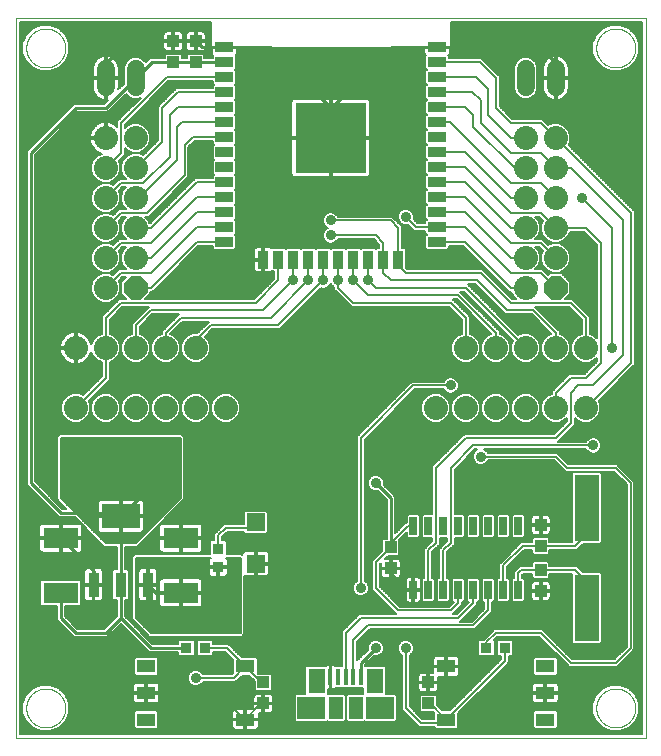
<source format=gtl>
G75*
%MOIN*%
%OFA0B0*%
%FSLAX25Y25*%
%IPPOS*%
%LPD*%
%AMOC8*
5,1,8,0,0,1.08239X$1,22.5*
%
%ADD10C,0.00000*%
%ADD11R,0.03937X0.03937*%
%ADD12R,0.06299X0.05906*%
%ADD13R,0.03799X0.03799*%
%ADD14R,0.06299X0.04331*%
%ADD15OC8,0.08000*%
%ADD16C,0.08000*%
%ADD17R,0.01772X0.05433*%
%ADD18R,0.05807X0.08268*%
%ADD19R,0.04626X0.07480*%
%ADD20R,0.09350X0.07480*%
%ADD21R,0.02500X0.06000*%
%ADD22R,0.05906X0.03543*%
%ADD23R,0.03543X0.05906*%
%ADD24R,0.23622X0.23622*%
%ADD25R,0.12795X0.08465*%
%ADD26R,0.03740X0.08465*%
%ADD27R,0.11811X0.07087*%
%ADD28R,0.08268X0.22047*%
%ADD29C,0.06000*%
%ADD30C,0.00800*%
%ADD31C,0.01000*%
%ADD32C,0.03562*%
%ADD33C,0.00600*%
D10*
X0002274Y0002274D02*
X0002274Y0242274D01*
X0212274Y0242274D01*
X0212274Y0002274D01*
X0002274Y0002274D01*
X0005778Y0012274D02*
X0005780Y0012435D01*
X0005786Y0012595D01*
X0005796Y0012756D01*
X0005810Y0012916D01*
X0005828Y0013075D01*
X0005849Y0013235D01*
X0005875Y0013393D01*
X0005905Y0013551D01*
X0005938Y0013708D01*
X0005976Y0013865D01*
X0006017Y0014020D01*
X0006062Y0014174D01*
X0006111Y0014327D01*
X0006164Y0014479D01*
X0006220Y0014629D01*
X0006280Y0014778D01*
X0006344Y0014926D01*
X0006411Y0015072D01*
X0006482Y0015216D01*
X0006557Y0015358D01*
X0006635Y0015499D01*
X0006716Y0015637D01*
X0006801Y0015774D01*
X0006890Y0015908D01*
X0006981Y0016040D01*
X0007076Y0016170D01*
X0007174Y0016297D01*
X0007275Y0016422D01*
X0007379Y0016545D01*
X0007486Y0016664D01*
X0007596Y0016781D01*
X0007709Y0016896D01*
X0007825Y0017007D01*
X0007943Y0017116D01*
X0008064Y0017221D01*
X0008188Y0017324D01*
X0008314Y0017424D01*
X0008443Y0017520D01*
X0008574Y0017613D01*
X0008707Y0017703D01*
X0008842Y0017790D01*
X0008980Y0017873D01*
X0009119Y0017952D01*
X0009261Y0018029D01*
X0009404Y0018102D01*
X0009549Y0018171D01*
X0009696Y0018236D01*
X0009844Y0018298D01*
X0009994Y0018357D01*
X0010145Y0018411D01*
X0010297Y0018462D01*
X0010451Y0018509D01*
X0010606Y0018552D01*
X0010761Y0018591D01*
X0010918Y0018627D01*
X0011076Y0018659D01*
X0011234Y0018686D01*
X0011393Y0018710D01*
X0011552Y0018730D01*
X0011712Y0018746D01*
X0011873Y0018758D01*
X0012033Y0018766D01*
X0012194Y0018770D01*
X0012354Y0018770D01*
X0012515Y0018766D01*
X0012675Y0018758D01*
X0012836Y0018746D01*
X0012996Y0018730D01*
X0013155Y0018710D01*
X0013314Y0018686D01*
X0013472Y0018659D01*
X0013630Y0018627D01*
X0013787Y0018591D01*
X0013942Y0018552D01*
X0014097Y0018509D01*
X0014251Y0018462D01*
X0014403Y0018411D01*
X0014554Y0018357D01*
X0014704Y0018298D01*
X0014852Y0018236D01*
X0014999Y0018171D01*
X0015144Y0018102D01*
X0015287Y0018029D01*
X0015429Y0017952D01*
X0015568Y0017873D01*
X0015706Y0017790D01*
X0015841Y0017703D01*
X0015974Y0017613D01*
X0016105Y0017520D01*
X0016234Y0017424D01*
X0016360Y0017324D01*
X0016484Y0017221D01*
X0016605Y0017116D01*
X0016723Y0017007D01*
X0016839Y0016896D01*
X0016952Y0016781D01*
X0017062Y0016664D01*
X0017169Y0016545D01*
X0017273Y0016422D01*
X0017374Y0016297D01*
X0017472Y0016170D01*
X0017567Y0016040D01*
X0017658Y0015908D01*
X0017747Y0015774D01*
X0017832Y0015637D01*
X0017913Y0015499D01*
X0017991Y0015358D01*
X0018066Y0015216D01*
X0018137Y0015072D01*
X0018204Y0014926D01*
X0018268Y0014778D01*
X0018328Y0014629D01*
X0018384Y0014479D01*
X0018437Y0014327D01*
X0018486Y0014174D01*
X0018531Y0014020D01*
X0018572Y0013865D01*
X0018610Y0013708D01*
X0018643Y0013551D01*
X0018673Y0013393D01*
X0018699Y0013235D01*
X0018720Y0013075D01*
X0018738Y0012916D01*
X0018752Y0012756D01*
X0018762Y0012595D01*
X0018768Y0012435D01*
X0018770Y0012274D01*
X0018768Y0012113D01*
X0018762Y0011953D01*
X0018752Y0011792D01*
X0018738Y0011632D01*
X0018720Y0011473D01*
X0018699Y0011313D01*
X0018673Y0011155D01*
X0018643Y0010997D01*
X0018610Y0010840D01*
X0018572Y0010683D01*
X0018531Y0010528D01*
X0018486Y0010374D01*
X0018437Y0010221D01*
X0018384Y0010069D01*
X0018328Y0009919D01*
X0018268Y0009770D01*
X0018204Y0009622D01*
X0018137Y0009476D01*
X0018066Y0009332D01*
X0017991Y0009190D01*
X0017913Y0009049D01*
X0017832Y0008911D01*
X0017747Y0008774D01*
X0017658Y0008640D01*
X0017567Y0008508D01*
X0017472Y0008378D01*
X0017374Y0008251D01*
X0017273Y0008126D01*
X0017169Y0008003D01*
X0017062Y0007884D01*
X0016952Y0007767D01*
X0016839Y0007652D01*
X0016723Y0007541D01*
X0016605Y0007432D01*
X0016484Y0007327D01*
X0016360Y0007224D01*
X0016234Y0007124D01*
X0016105Y0007028D01*
X0015974Y0006935D01*
X0015841Y0006845D01*
X0015706Y0006758D01*
X0015568Y0006675D01*
X0015429Y0006596D01*
X0015287Y0006519D01*
X0015144Y0006446D01*
X0014999Y0006377D01*
X0014852Y0006312D01*
X0014704Y0006250D01*
X0014554Y0006191D01*
X0014403Y0006137D01*
X0014251Y0006086D01*
X0014097Y0006039D01*
X0013942Y0005996D01*
X0013787Y0005957D01*
X0013630Y0005921D01*
X0013472Y0005889D01*
X0013314Y0005862D01*
X0013155Y0005838D01*
X0012996Y0005818D01*
X0012836Y0005802D01*
X0012675Y0005790D01*
X0012515Y0005782D01*
X0012354Y0005778D01*
X0012194Y0005778D01*
X0012033Y0005782D01*
X0011873Y0005790D01*
X0011712Y0005802D01*
X0011552Y0005818D01*
X0011393Y0005838D01*
X0011234Y0005862D01*
X0011076Y0005889D01*
X0010918Y0005921D01*
X0010761Y0005957D01*
X0010606Y0005996D01*
X0010451Y0006039D01*
X0010297Y0006086D01*
X0010145Y0006137D01*
X0009994Y0006191D01*
X0009844Y0006250D01*
X0009696Y0006312D01*
X0009549Y0006377D01*
X0009404Y0006446D01*
X0009261Y0006519D01*
X0009119Y0006596D01*
X0008980Y0006675D01*
X0008842Y0006758D01*
X0008707Y0006845D01*
X0008574Y0006935D01*
X0008443Y0007028D01*
X0008314Y0007124D01*
X0008188Y0007224D01*
X0008064Y0007327D01*
X0007943Y0007432D01*
X0007825Y0007541D01*
X0007709Y0007652D01*
X0007596Y0007767D01*
X0007486Y0007884D01*
X0007379Y0008003D01*
X0007275Y0008126D01*
X0007174Y0008251D01*
X0007076Y0008378D01*
X0006981Y0008508D01*
X0006890Y0008640D01*
X0006801Y0008774D01*
X0006716Y0008911D01*
X0006635Y0009049D01*
X0006557Y0009190D01*
X0006482Y0009332D01*
X0006411Y0009476D01*
X0006344Y0009622D01*
X0006280Y0009770D01*
X0006220Y0009919D01*
X0006164Y0010069D01*
X0006111Y0010221D01*
X0006062Y0010374D01*
X0006017Y0010528D01*
X0005976Y0010683D01*
X0005938Y0010840D01*
X0005905Y0010997D01*
X0005875Y0011155D01*
X0005849Y0011313D01*
X0005828Y0011473D01*
X0005810Y0011632D01*
X0005796Y0011792D01*
X0005786Y0011953D01*
X0005780Y0012113D01*
X0005778Y0012274D01*
X0005778Y0232274D02*
X0005780Y0232435D01*
X0005786Y0232595D01*
X0005796Y0232756D01*
X0005810Y0232916D01*
X0005828Y0233075D01*
X0005849Y0233235D01*
X0005875Y0233393D01*
X0005905Y0233551D01*
X0005938Y0233708D01*
X0005976Y0233865D01*
X0006017Y0234020D01*
X0006062Y0234174D01*
X0006111Y0234327D01*
X0006164Y0234479D01*
X0006220Y0234629D01*
X0006280Y0234778D01*
X0006344Y0234926D01*
X0006411Y0235072D01*
X0006482Y0235216D01*
X0006557Y0235358D01*
X0006635Y0235499D01*
X0006716Y0235637D01*
X0006801Y0235774D01*
X0006890Y0235908D01*
X0006981Y0236040D01*
X0007076Y0236170D01*
X0007174Y0236297D01*
X0007275Y0236422D01*
X0007379Y0236545D01*
X0007486Y0236664D01*
X0007596Y0236781D01*
X0007709Y0236896D01*
X0007825Y0237007D01*
X0007943Y0237116D01*
X0008064Y0237221D01*
X0008188Y0237324D01*
X0008314Y0237424D01*
X0008443Y0237520D01*
X0008574Y0237613D01*
X0008707Y0237703D01*
X0008842Y0237790D01*
X0008980Y0237873D01*
X0009119Y0237952D01*
X0009261Y0238029D01*
X0009404Y0238102D01*
X0009549Y0238171D01*
X0009696Y0238236D01*
X0009844Y0238298D01*
X0009994Y0238357D01*
X0010145Y0238411D01*
X0010297Y0238462D01*
X0010451Y0238509D01*
X0010606Y0238552D01*
X0010761Y0238591D01*
X0010918Y0238627D01*
X0011076Y0238659D01*
X0011234Y0238686D01*
X0011393Y0238710D01*
X0011552Y0238730D01*
X0011712Y0238746D01*
X0011873Y0238758D01*
X0012033Y0238766D01*
X0012194Y0238770D01*
X0012354Y0238770D01*
X0012515Y0238766D01*
X0012675Y0238758D01*
X0012836Y0238746D01*
X0012996Y0238730D01*
X0013155Y0238710D01*
X0013314Y0238686D01*
X0013472Y0238659D01*
X0013630Y0238627D01*
X0013787Y0238591D01*
X0013942Y0238552D01*
X0014097Y0238509D01*
X0014251Y0238462D01*
X0014403Y0238411D01*
X0014554Y0238357D01*
X0014704Y0238298D01*
X0014852Y0238236D01*
X0014999Y0238171D01*
X0015144Y0238102D01*
X0015287Y0238029D01*
X0015429Y0237952D01*
X0015568Y0237873D01*
X0015706Y0237790D01*
X0015841Y0237703D01*
X0015974Y0237613D01*
X0016105Y0237520D01*
X0016234Y0237424D01*
X0016360Y0237324D01*
X0016484Y0237221D01*
X0016605Y0237116D01*
X0016723Y0237007D01*
X0016839Y0236896D01*
X0016952Y0236781D01*
X0017062Y0236664D01*
X0017169Y0236545D01*
X0017273Y0236422D01*
X0017374Y0236297D01*
X0017472Y0236170D01*
X0017567Y0236040D01*
X0017658Y0235908D01*
X0017747Y0235774D01*
X0017832Y0235637D01*
X0017913Y0235499D01*
X0017991Y0235358D01*
X0018066Y0235216D01*
X0018137Y0235072D01*
X0018204Y0234926D01*
X0018268Y0234778D01*
X0018328Y0234629D01*
X0018384Y0234479D01*
X0018437Y0234327D01*
X0018486Y0234174D01*
X0018531Y0234020D01*
X0018572Y0233865D01*
X0018610Y0233708D01*
X0018643Y0233551D01*
X0018673Y0233393D01*
X0018699Y0233235D01*
X0018720Y0233075D01*
X0018738Y0232916D01*
X0018752Y0232756D01*
X0018762Y0232595D01*
X0018768Y0232435D01*
X0018770Y0232274D01*
X0018768Y0232113D01*
X0018762Y0231953D01*
X0018752Y0231792D01*
X0018738Y0231632D01*
X0018720Y0231473D01*
X0018699Y0231313D01*
X0018673Y0231155D01*
X0018643Y0230997D01*
X0018610Y0230840D01*
X0018572Y0230683D01*
X0018531Y0230528D01*
X0018486Y0230374D01*
X0018437Y0230221D01*
X0018384Y0230069D01*
X0018328Y0229919D01*
X0018268Y0229770D01*
X0018204Y0229622D01*
X0018137Y0229476D01*
X0018066Y0229332D01*
X0017991Y0229190D01*
X0017913Y0229049D01*
X0017832Y0228911D01*
X0017747Y0228774D01*
X0017658Y0228640D01*
X0017567Y0228508D01*
X0017472Y0228378D01*
X0017374Y0228251D01*
X0017273Y0228126D01*
X0017169Y0228003D01*
X0017062Y0227884D01*
X0016952Y0227767D01*
X0016839Y0227652D01*
X0016723Y0227541D01*
X0016605Y0227432D01*
X0016484Y0227327D01*
X0016360Y0227224D01*
X0016234Y0227124D01*
X0016105Y0227028D01*
X0015974Y0226935D01*
X0015841Y0226845D01*
X0015706Y0226758D01*
X0015568Y0226675D01*
X0015429Y0226596D01*
X0015287Y0226519D01*
X0015144Y0226446D01*
X0014999Y0226377D01*
X0014852Y0226312D01*
X0014704Y0226250D01*
X0014554Y0226191D01*
X0014403Y0226137D01*
X0014251Y0226086D01*
X0014097Y0226039D01*
X0013942Y0225996D01*
X0013787Y0225957D01*
X0013630Y0225921D01*
X0013472Y0225889D01*
X0013314Y0225862D01*
X0013155Y0225838D01*
X0012996Y0225818D01*
X0012836Y0225802D01*
X0012675Y0225790D01*
X0012515Y0225782D01*
X0012354Y0225778D01*
X0012194Y0225778D01*
X0012033Y0225782D01*
X0011873Y0225790D01*
X0011712Y0225802D01*
X0011552Y0225818D01*
X0011393Y0225838D01*
X0011234Y0225862D01*
X0011076Y0225889D01*
X0010918Y0225921D01*
X0010761Y0225957D01*
X0010606Y0225996D01*
X0010451Y0226039D01*
X0010297Y0226086D01*
X0010145Y0226137D01*
X0009994Y0226191D01*
X0009844Y0226250D01*
X0009696Y0226312D01*
X0009549Y0226377D01*
X0009404Y0226446D01*
X0009261Y0226519D01*
X0009119Y0226596D01*
X0008980Y0226675D01*
X0008842Y0226758D01*
X0008707Y0226845D01*
X0008574Y0226935D01*
X0008443Y0227028D01*
X0008314Y0227124D01*
X0008188Y0227224D01*
X0008064Y0227327D01*
X0007943Y0227432D01*
X0007825Y0227541D01*
X0007709Y0227652D01*
X0007596Y0227767D01*
X0007486Y0227884D01*
X0007379Y0228003D01*
X0007275Y0228126D01*
X0007174Y0228251D01*
X0007076Y0228378D01*
X0006981Y0228508D01*
X0006890Y0228640D01*
X0006801Y0228774D01*
X0006716Y0228911D01*
X0006635Y0229049D01*
X0006557Y0229190D01*
X0006482Y0229332D01*
X0006411Y0229476D01*
X0006344Y0229622D01*
X0006280Y0229770D01*
X0006220Y0229919D01*
X0006164Y0230069D01*
X0006111Y0230221D01*
X0006062Y0230374D01*
X0006017Y0230528D01*
X0005976Y0230683D01*
X0005938Y0230840D01*
X0005905Y0230997D01*
X0005875Y0231155D01*
X0005849Y0231313D01*
X0005828Y0231473D01*
X0005810Y0231632D01*
X0005796Y0231792D01*
X0005786Y0231953D01*
X0005780Y0232113D01*
X0005778Y0232274D01*
X0195778Y0232274D02*
X0195780Y0232435D01*
X0195786Y0232595D01*
X0195796Y0232756D01*
X0195810Y0232916D01*
X0195828Y0233075D01*
X0195849Y0233235D01*
X0195875Y0233393D01*
X0195905Y0233551D01*
X0195938Y0233708D01*
X0195976Y0233865D01*
X0196017Y0234020D01*
X0196062Y0234174D01*
X0196111Y0234327D01*
X0196164Y0234479D01*
X0196220Y0234629D01*
X0196280Y0234778D01*
X0196344Y0234926D01*
X0196411Y0235072D01*
X0196482Y0235216D01*
X0196557Y0235358D01*
X0196635Y0235499D01*
X0196716Y0235637D01*
X0196801Y0235774D01*
X0196890Y0235908D01*
X0196981Y0236040D01*
X0197076Y0236170D01*
X0197174Y0236297D01*
X0197275Y0236422D01*
X0197379Y0236545D01*
X0197486Y0236664D01*
X0197596Y0236781D01*
X0197709Y0236896D01*
X0197825Y0237007D01*
X0197943Y0237116D01*
X0198064Y0237221D01*
X0198188Y0237324D01*
X0198314Y0237424D01*
X0198443Y0237520D01*
X0198574Y0237613D01*
X0198707Y0237703D01*
X0198842Y0237790D01*
X0198980Y0237873D01*
X0199119Y0237952D01*
X0199261Y0238029D01*
X0199404Y0238102D01*
X0199549Y0238171D01*
X0199696Y0238236D01*
X0199844Y0238298D01*
X0199994Y0238357D01*
X0200145Y0238411D01*
X0200297Y0238462D01*
X0200451Y0238509D01*
X0200606Y0238552D01*
X0200761Y0238591D01*
X0200918Y0238627D01*
X0201076Y0238659D01*
X0201234Y0238686D01*
X0201393Y0238710D01*
X0201552Y0238730D01*
X0201712Y0238746D01*
X0201873Y0238758D01*
X0202033Y0238766D01*
X0202194Y0238770D01*
X0202354Y0238770D01*
X0202515Y0238766D01*
X0202675Y0238758D01*
X0202836Y0238746D01*
X0202996Y0238730D01*
X0203155Y0238710D01*
X0203314Y0238686D01*
X0203472Y0238659D01*
X0203630Y0238627D01*
X0203787Y0238591D01*
X0203942Y0238552D01*
X0204097Y0238509D01*
X0204251Y0238462D01*
X0204403Y0238411D01*
X0204554Y0238357D01*
X0204704Y0238298D01*
X0204852Y0238236D01*
X0204999Y0238171D01*
X0205144Y0238102D01*
X0205287Y0238029D01*
X0205429Y0237952D01*
X0205568Y0237873D01*
X0205706Y0237790D01*
X0205841Y0237703D01*
X0205974Y0237613D01*
X0206105Y0237520D01*
X0206234Y0237424D01*
X0206360Y0237324D01*
X0206484Y0237221D01*
X0206605Y0237116D01*
X0206723Y0237007D01*
X0206839Y0236896D01*
X0206952Y0236781D01*
X0207062Y0236664D01*
X0207169Y0236545D01*
X0207273Y0236422D01*
X0207374Y0236297D01*
X0207472Y0236170D01*
X0207567Y0236040D01*
X0207658Y0235908D01*
X0207747Y0235774D01*
X0207832Y0235637D01*
X0207913Y0235499D01*
X0207991Y0235358D01*
X0208066Y0235216D01*
X0208137Y0235072D01*
X0208204Y0234926D01*
X0208268Y0234778D01*
X0208328Y0234629D01*
X0208384Y0234479D01*
X0208437Y0234327D01*
X0208486Y0234174D01*
X0208531Y0234020D01*
X0208572Y0233865D01*
X0208610Y0233708D01*
X0208643Y0233551D01*
X0208673Y0233393D01*
X0208699Y0233235D01*
X0208720Y0233075D01*
X0208738Y0232916D01*
X0208752Y0232756D01*
X0208762Y0232595D01*
X0208768Y0232435D01*
X0208770Y0232274D01*
X0208768Y0232113D01*
X0208762Y0231953D01*
X0208752Y0231792D01*
X0208738Y0231632D01*
X0208720Y0231473D01*
X0208699Y0231313D01*
X0208673Y0231155D01*
X0208643Y0230997D01*
X0208610Y0230840D01*
X0208572Y0230683D01*
X0208531Y0230528D01*
X0208486Y0230374D01*
X0208437Y0230221D01*
X0208384Y0230069D01*
X0208328Y0229919D01*
X0208268Y0229770D01*
X0208204Y0229622D01*
X0208137Y0229476D01*
X0208066Y0229332D01*
X0207991Y0229190D01*
X0207913Y0229049D01*
X0207832Y0228911D01*
X0207747Y0228774D01*
X0207658Y0228640D01*
X0207567Y0228508D01*
X0207472Y0228378D01*
X0207374Y0228251D01*
X0207273Y0228126D01*
X0207169Y0228003D01*
X0207062Y0227884D01*
X0206952Y0227767D01*
X0206839Y0227652D01*
X0206723Y0227541D01*
X0206605Y0227432D01*
X0206484Y0227327D01*
X0206360Y0227224D01*
X0206234Y0227124D01*
X0206105Y0227028D01*
X0205974Y0226935D01*
X0205841Y0226845D01*
X0205706Y0226758D01*
X0205568Y0226675D01*
X0205429Y0226596D01*
X0205287Y0226519D01*
X0205144Y0226446D01*
X0204999Y0226377D01*
X0204852Y0226312D01*
X0204704Y0226250D01*
X0204554Y0226191D01*
X0204403Y0226137D01*
X0204251Y0226086D01*
X0204097Y0226039D01*
X0203942Y0225996D01*
X0203787Y0225957D01*
X0203630Y0225921D01*
X0203472Y0225889D01*
X0203314Y0225862D01*
X0203155Y0225838D01*
X0202996Y0225818D01*
X0202836Y0225802D01*
X0202675Y0225790D01*
X0202515Y0225782D01*
X0202354Y0225778D01*
X0202194Y0225778D01*
X0202033Y0225782D01*
X0201873Y0225790D01*
X0201712Y0225802D01*
X0201552Y0225818D01*
X0201393Y0225838D01*
X0201234Y0225862D01*
X0201076Y0225889D01*
X0200918Y0225921D01*
X0200761Y0225957D01*
X0200606Y0225996D01*
X0200451Y0226039D01*
X0200297Y0226086D01*
X0200145Y0226137D01*
X0199994Y0226191D01*
X0199844Y0226250D01*
X0199696Y0226312D01*
X0199549Y0226377D01*
X0199404Y0226446D01*
X0199261Y0226519D01*
X0199119Y0226596D01*
X0198980Y0226675D01*
X0198842Y0226758D01*
X0198707Y0226845D01*
X0198574Y0226935D01*
X0198443Y0227028D01*
X0198314Y0227124D01*
X0198188Y0227224D01*
X0198064Y0227327D01*
X0197943Y0227432D01*
X0197825Y0227541D01*
X0197709Y0227652D01*
X0197596Y0227767D01*
X0197486Y0227884D01*
X0197379Y0228003D01*
X0197275Y0228126D01*
X0197174Y0228251D01*
X0197076Y0228378D01*
X0196981Y0228508D01*
X0196890Y0228640D01*
X0196801Y0228774D01*
X0196716Y0228911D01*
X0196635Y0229049D01*
X0196557Y0229190D01*
X0196482Y0229332D01*
X0196411Y0229476D01*
X0196344Y0229622D01*
X0196280Y0229770D01*
X0196220Y0229919D01*
X0196164Y0230069D01*
X0196111Y0230221D01*
X0196062Y0230374D01*
X0196017Y0230528D01*
X0195976Y0230683D01*
X0195938Y0230840D01*
X0195905Y0230997D01*
X0195875Y0231155D01*
X0195849Y0231313D01*
X0195828Y0231473D01*
X0195810Y0231632D01*
X0195796Y0231792D01*
X0195786Y0231953D01*
X0195780Y0232113D01*
X0195778Y0232274D01*
X0195778Y0012274D02*
X0195780Y0012435D01*
X0195786Y0012595D01*
X0195796Y0012756D01*
X0195810Y0012916D01*
X0195828Y0013075D01*
X0195849Y0013235D01*
X0195875Y0013393D01*
X0195905Y0013551D01*
X0195938Y0013708D01*
X0195976Y0013865D01*
X0196017Y0014020D01*
X0196062Y0014174D01*
X0196111Y0014327D01*
X0196164Y0014479D01*
X0196220Y0014629D01*
X0196280Y0014778D01*
X0196344Y0014926D01*
X0196411Y0015072D01*
X0196482Y0015216D01*
X0196557Y0015358D01*
X0196635Y0015499D01*
X0196716Y0015637D01*
X0196801Y0015774D01*
X0196890Y0015908D01*
X0196981Y0016040D01*
X0197076Y0016170D01*
X0197174Y0016297D01*
X0197275Y0016422D01*
X0197379Y0016545D01*
X0197486Y0016664D01*
X0197596Y0016781D01*
X0197709Y0016896D01*
X0197825Y0017007D01*
X0197943Y0017116D01*
X0198064Y0017221D01*
X0198188Y0017324D01*
X0198314Y0017424D01*
X0198443Y0017520D01*
X0198574Y0017613D01*
X0198707Y0017703D01*
X0198842Y0017790D01*
X0198980Y0017873D01*
X0199119Y0017952D01*
X0199261Y0018029D01*
X0199404Y0018102D01*
X0199549Y0018171D01*
X0199696Y0018236D01*
X0199844Y0018298D01*
X0199994Y0018357D01*
X0200145Y0018411D01*
X0200297Y0018462D01*
X0200451Y0018509D01*
X0200606Y0018552D01*
X0200761Y0018591D01*
X0200918Y0018627D01*
X0201076Y0018659D01*
X0201234Y0018686D01*
X0201393Y0018710D01*
X0201552Y0018730D01*
X0201712Y0018746D01*
X0201873Y0018758D01*
X0202033Y0018766D01*
X0202194Y0018770D01*
X0202354Y0018770D01*
X0202515Y0018766D01*
X0202675Y0018758D01*
X0202836Y0018746D01*
X0202996Y0018730D01*
X0203155Y0018710D01*
X0203314Y0018686D01*
X0203472Y0018659D01*
X0203630Y0018627D01*
X0203787Y0018591D01*
X0203942Y0018552D01*
X0204097Y0018509D01*
X0204251Y0018462D01*
X0204403Y0018411D01*
X0204554Y0018357D01*
X0204704Y0018298D01*
X0204852Y0018236D01*
X0204999Y0018171D01*
X0205144Y0018102D01*
X0205287Y0018029D01*
X0205429Y0017952D01*
X0205568Y0017873D01*
X0205706Y0017790D01*
X0205841Y0017703D01*
X0205974Y0017613D01*
X0206105Y0017520D01*
X0206234Y0017424D01*
X0206360Y0017324D01*
X0206484Y0017221D01*
X0206605Y0017116D01*
X0206723Y0017007D01*
X0206839Y0016896D01*
X0206952Y0016781D01*
X0207062Y0016664D01*
X0207169Y0016545D01*
X0207273Y0016422D01*
X0207374Y0016297D01*
X0207472Y0016170D01*
X0207567Y0016040D01*
X0207658Y0015908D01*
X0207747Y0015774D01*
X0207832Y0015637D01*
X0207913Y0015499D01*
X0207991Y0015358D01*
X0208066Y0015216D01*
X0208137Y0015072D01*
X0208204Y0014926D01*
X0208268Y0014778D01*
X0208328Y0014629D01*
X0208384Y0014479D01*
X0208437Y0014327D01*
X0208486Y0014174D01*
X0208531Y0014020D01*
X0208572Y0013865D01*
X0208610Y0013708D01*
X0208643Y0013551D01*
X0208673Y0013393D01*
X0208699Y0013235D01*
X0208720Y0013075D01*
X0208738Y0012916D01*
X0208752Y0012756D01*
X0208762Y0012595D01*
X0208768Y0012435D01*
X0208770Y0012274D01*
X0208768Y0012113D01*
X0208762Y0011953D01*
X0208752Y0011792D01*
X0208738Y0011632D01*
X0208720Y0011473D01*
X0208699Y0011313D01*
X0208673Y0011155D01*
X0208643Y0010997D01*
X0208610Y0010840D01*
X0208572Y0010683D01*
X0208531Y0010528D01*
X0208486Y0010374D01*
X0208437Y0010221D01*
X0208384Y0010069D01*
X0208328Y0009919D01*
X0208268Y0009770D01*
X0208204Y0009622D01*
X0208137Y0009476D01*
X0208066Y0009332D01*
X0207991Y0009190D01*
X0207913Y0009049D01*
X0207832Y0008911D01*
X0207747Y0008774D01*
X0207658Y0008640D01*
X0207567Y0008508D01*
X0207472Y0008378D01*
X0207374Y0008251D01*
X0207273Y0008126D01*
X0207169Y0008003D01*
X0207062Y0007884D01*
X0206952Y0007767D01*
X0206839Y0007652D01*
X0206723Y0007541D01*
X0206605Y0007432D01*
X0206484Y0007327D01*
X0206360Y0007224D01*
X0206234Y0007124D01*
X0206105Y0007028D01*
X0205974Y0006935D01*
X0205841Y0006845D01*
X0205706Y0006758D01*
X0205568Y0006675D01*
X0205429Y0006596D01*
X0205287Y0006519D01*
X0205144Y0006446D01*
X0204999Y0006377D01*
X0204852Y0006312D01*
X0204704Y0006250D01*
X0204554Y0006191D01*
X0204403Y0006137D01*
X0204251Y0006086D01*
X0204097Y0006039D01*
X0203942Y0005996D01*
X0203787Y0005957D01*
X0203630Y0005921D01*
X0203472Y0005889D01*
X0203314Y0005862D01*
X0203155Y0005838D01*
X0202996Y0005818D01*
X0202836Y0005802D01*
X0202675Y0005790D01*
X0202515Y0005782D01*
X0202354Y0005778D01*
X0202194Y0005778D01*
X0202033Y0005782D01*
X0201873Y0005790D01*
X0201712Y0005802D01*
X0201552Y0005818D01*
X0201393Y0005838D01*
X0201234Y0005862D01*
X0201076Y0005889D01*
X0200918Y0005921D01*
X0200761Y0005957D01*
X0200606Y0005996D01*
X0200451Y0006039D01*
X0200297Y0006086D01*
X0200145Y0006137D01*
X0199994Y0006191D01*
X0199844Y0006250D01*
X0199696Y0006312D01*
X0199549Y0006377D01*
X0199404Y0006446D01*
X0199261Y0006519D01*
X0199119Y0006596D01*
X0198980Y0006675D01*
X0198842Y0006758D01*
X0198707Y0006845D01*
X0198574Y0006935D01*
X0198443Y0007028D01*
X0198314Y0007124D01*
X0198188Y0007224D01*
X0198064Y0007327D01*
X0197943Y0007432D01*
X0197825Y0007541D01*
X0197709Y0007652D01*
X0197596Y0007767D01*
X0197486Y0007884D01*
X0197379Y0008003D01*
X0197275Y0008126D01*
X0197174Y0008251D01*
X0197076Y0008378D01*
X0196981Y0008508D01*
X0196890Y0008640D01*
X0196801Y0008774D01*
X0196716Y0008911D01*
X0196635Y0009049D01*
X0196557Y0009190D01*
X0196482Y0009332D01*
X0196411Y0009476D01*
X0196344Y0009622D01*
X0196280Y0009770D01*
X0196220Y0009919D01*
X0196164Y0010069D01*
X0196111Y0010221D01*
X0196062Y0010374D01*
X0196017Y0010528D01*
X0195976Y0010683D01*
X0195938Y0010840D01*
X0195905Y0010997D01*
X0195875Y0011155D01*
X0195849Y0011313D01*
X0195828Y0011473D01*
X0195810Y0011632D01*
X0195796Y0011792D01*
X0195786Y0011953D01*
X0195780Y0012113D01*
X0195778Y0012274D01*
D11*
X0177274Y0051274D03*
X0177274Y0058274D03*
X0177274Y0066274D03*
X0177274Y0073274D03*
X0139774Y0020774D03*
X0139774Y0013774D03*
X0127274Y0058774D03*
X0127274Y0065774D03*
X0084774Y0020774D03*
X0084774Y0013774D03*
X0062274Y0227524D03*
X0062274Y0234524D03*
X0054774Y0234524D03*
X0054774Y0227524D03*
D12*
X0082274Y0074163D03*
X0082274Y0060384D03*
D13*
X0069774Y0059173D03*
X0069774Y0065374D03*
X0065374Y0032274D03*
X0059173Y0032274D03*
X0159173Y0032274D03*
X0165374Y0032274D03*
D14*
X0178809Y0026132D03*
X0178809Y0017274D03*
X0178809Y0008415D03*
X0145738Y0008415D03*
X0145738Y0026132D03*
X0078809Y0026132D03*
X0078809Y0008415D03*
X0045738Y0008415D03*
X0045738Y0017274D03*
X0045738Y0026132D03*
D15*
X0042274Y0152274D03*
X0182274Y0152274D03*
D16*
X0182274Y0162274D03*
X0182274Y0172274D03*
X0182274Y0182274D03*
X0182274Y0192274D03*
X0182274Y0202274D03*
X0172274Y0202274D03*
X0172274Y0192274D03*
X0172274Y0182274D03*
X0172274Y0172274D03*
X0172274Y0162274D03*
X0172274Y0152274D03*
X0172274Y0132274D03*
X0182274Y0132274D03*
X0192274Y0132274D03*
X0192274Y0112274D03*
X0182274Y0112274D03*
X0172274Y0112274D03*
X0162274Y0112274D03*
X0152274Y0112274D03*
X0142274Y0112274D03*
X0152274Y0132274D03*
X0162274Y0132274D03*
X0072274Y0112274D03*
X0062274Y0112274D03*
X0052274Y0112274D03*
X0042274Y0112274D03*
X0032274Y0112274D03*
X0022274Y0112274D03*
X0022274Y0132274D03*
X0032274Y0132274D03*
X0042274Y0132274D03*
X0052274Y0132274D03*
X0062274Y0132274D03*
X0042274Y0162274D03*
X0042274Y0172274D03*
X0042274Y0182274D03*
X0042274Y0192274D03*
X0042274Y0202274D03*
X0032274Y0202274D03*
X0032274Y0192274D03*
X0032274Y0182274D03*
X0032274Y0172274D03*
X0032274Y0162274D03*
X0032274Y0152274D03*
D17*
X0107156Y0022549D03*
X0109715Y0022549D03*
X0112274Y0022549D03*
X0114833Y0022549D03*
X0117392Y0022549D03*
D18*
X0121969Y0021329D03*
X0102579Y0021329D03*
D19*
X0108976Y0012274D03*
X0115571Y0012274D03*
D20*
X0123740Y0012274D03*
X0100807Y0012274D03*
D21*
X0134774Y0051663D03*
X0139774Y0051663D03*
X0144774Y0051663D03*
X0149774Y0051663D03*
X0154774Y0051663D03*
X0159774Y0051663D03*
X0164774Y0051663D03*
X0169774Y0051663D03*
X0169774Y0072884D03*
X0164774Y0072884D03*
X0159774Y0072884D03*
X0154774Y0072884D03*
X0149774Y0072884D03*
X0144774Y0072884D03*
X0139774Y0072884D03*
X0134774Y0072884D03*
D22*
X0142707Y0167589D03*
X0142707Y0172589D03*
X0142707Y0177589D03*
X0142707Y0182589D03*
X0142707Y0187589D03*
X0142707Y0192589D03*
X0142707Y0197589D03*
X0142707Y0202589D03*
X0142707Y0207589D03*
X0142707Y0212589D03*
X0142707Y0217589D03*
X0142707Y0222589D03*
X0142707Y0227589D03*
X0142707Y0232589D03*
X0071841Y0232589D03*
X0071841Y0227589D03*
X0071841Y0222589D03*
X0071841Y0217589D03*
X0071841Y0212589D03*
X0071841Y0207589D03*
X0071841Y0202589D03*
X0071841Y0197589D03*
X0071841Y0192589D03*
X0071841Y0187589D03*
X0071841Y0182589D03*
X0071841Y0177589D03*
X0071841Y0172589D03*
X0071841Y0167589D03*
D23*
X0084774Y0161722D03*
X0089774Y0161722D03*
X0094774Y0161722D03*
X0099774Y0161722D03*
X0104774Y0161722D03*
X0109774Y0161722D03*
X0114774Y0161722D03*
X0119774Y0161722D03*
X0124774Y0161722D03*
X0129774Y0161722D03*
D24*
X0107274Y0202274D03*
D25*
X0037274Y0076191D03*
D26*
X0037274Y0053356D03*
X0046329Y0053356D03*
X0028219Y0053356D03*
D27*
X0017274Y0050620D03*
X0017274Y0068927D03*
X0057274Y0068927D03*
X0057274Y0050620D03*
D28*
X0192667Y0045541D03*
X0192667Y0079006D03*
D29*
X0182274Y0219274D02*
X0182274Y0225274D01*
X0172274Y0225274D02*
X0172274Y0219274D01*
X0042274Y0219274D02*
X0042274Y0225274D01*
X0032274Y0225274D02*
X0032274Y0219274D01*
D30*
X0037274Y0207274D02*
X0037274Y0197274D01*
X0032274Y0192274D01*
X0037274Y0187274D02*
X0032274Y0182274D01*
X0037274Y0187274D02*
X0044774Y0187274D01*
X0053524Y0196024D01*
X0053524Y0209774D01*
X0056339Y0212589D01*
X0071841Y0212589D01*
X0071841Y0217589D02*
X0056339Y0217589D01*
X0051024Y0212274D01*
X0051024Y0201024D01*
X0042274Y0192274D01*
X0043524Y0183524D02*
X0042274Y0182274D01*
X0043524Y0183524D02*
X0044774Y0183524D01*
X0056024Y0194774D01*
X0056024Y0206024D01*
X0057589Y0207589D01*
X0071841Y0207589D01*
X0071841Y0202589D02*
X0061339Y0202589D01*
X0058524Y0199774D01*
X0058524Y0189774D01*
X0046024Y0177274D01*
X0037274Y0177274D01*
X0032274Y0172274D01*
X0037274Y0167274D02*
X0032274Y0162274D01*
X0037274Y0167274D02*
X0047274Y0167274D01*
X0062589Y0182589D01*
X0071841Y0182589D01*
X0071841Y0187589D02*
X0062589Y0187589D01*
X0047274Y0172274D01*
X0042274Y0172274D01*
X0042274Y0162274D02*
X0047274Y0162274D01*
X0062589Y0177589D01*
X0071841Y0177589D01*
X0071841Y0172589D02*
X0062589Y0172589D01*
X0047274Y0157274D01*
X0037274Y0157274D01*
X0032274Y0152274D01*
X0037274Y0147274D02*
X0082274Y0147274D01*
X0089774Y0154774D01*
X0089774Y0161722D01*
X0094774Y0161722D02*
X0094774Y0154774D01*
X0084774Y0144774D01*
X0047274Y0144774D01*
X0042274Y0139774D01*
X0042274Y0132274D01*
X0032274Y0132274D02*
X0032274Y0122274D01*
X0022274Y0112274D01*
X0032274Y0132274D02*
X0032274Y0142274D01*
X0037274Y0147274D01*
X0042274Y0152274D02*
X0047274Y0152274D01*
X0062589Y0167589D01*
X0071841Y0167589D01*
X0057274Y0142274D02*
X0087274Y0142274D01*
X0099774Y0154774D01*
X0099774Y0161722D01*
X0104774Y0161722D02*
X0104774Y0154774D01*
X0089774Y0139774D01*
X0067274Y0139774D01*
X0062274Y0134774D01*
X0062274Y0132274D01*
X0052274Y0137274D02*
X0057274Y0142274D01*
X0052274Y0137274D02*
X0052274Y0132274D01*
X0082274Y0074163D02*
X0080384Y0072274D01*
X0072274Y0072274D01*
X0069774Y0069774D01*
X0069774Y0065374D01*
X0072667Y0032274D02*
X0065374Y0032274D01*
X0072667Y0032274D02*
X0078809Y0026132D01*
X0074951Y0022274D01*
X0062274Y0022274D01*
X0069951Y0017274D02*
X0078809Y0008415D01*
X0084167Y0013774D01*
X0084774Y0013774D01*
X0084774Y0020774D02*
X0084167Y0020774D01*
X0078809Y0026132D01*
X0069951Y0017274D02*
X0045738Y0017274D01*
X0112274Y0022549D02*
X0112274Y0037274D01*
X0117274Y0042274D01*
X0149774Y0042274D01*
X0154774Y0047274D01*
X0154774Y0051663D01*
X0159774Y0051663D02*
X0159774Y0044774D01*
X0154774Y0039774D01*
X0119774Y0039774D01*
X0114833Y0034833D01*
X0114833Y0022549D01*
X0132274Y0032274D02*
X0132274Y0012274D01*
X0137274Y0007274D01*
X0144596Y0007274D01*
X0145738Y0008415D01*
X0140380Y0013774D01*
X0139774Y0013774D01*
X0145738Y0008415D02*
X0165374Y0028051D01*
X0165374Y0032274D01*
X0164774Y0044774D02*
X0174774Y0044774D01*
X0177274Y0047274D01*
X0177274Y0051274D01*
X0177274Y0058274D02*
X0170774Y0058274D01*
X0169774Y0057274D01*
X0169774Y0051663D01*
X0164774Y0051663D02*
X0164774Y0059774D01*
X0171274Y0066274D01*
X0177274Y0066274D01*
X0188774Y0066274D01*
X0192274Y0069774D01*
X0192274Y0078612D01*
X0192667Y0079006D01*
X0177274Y0077274D02*
X0177274Y0073274D01*
X0177274Y0077274D02*
X0174774Y0079774D01*
X0164774Y0079774D01*
X0147274Y0092274D02*
X0154774Y0099774D01*
X0194774Y0099774D01*
X0187274Y0107274D02*
X0182274Y0102274D01*
X0152274Y0102274D01*
X0142274Y0092274D01*
X0142274Y0067274D01*
X0139774Y0064774D01*
X0139774Y0051663D01*
X0144774Y0051663D02*
X0144774Y0064774D01*
X0147274Y0067274D01*
X0147274Y0092274D01*
X0134774Y0072884D02*
X0132884Y0072884D01*
X0127274Y0067274D01*
X0127274Y0065774D01*
X0122274Y0060774D01*
X0122274Y0052274D01*
X0129774Y0044774D01*
X0147274Y0044774D01*
X0149774Y0047274D01*
X0149774Y0051663D01*
X0134774Y0051663D02*
X0132884Y0051663D01*
X0127274Y0057274D01*
X0127274Y0058774D01*
X0131274Y0058774D01*
X0134774Y0062274D01*
X0117274Y0052274D02*
X0117274Y0102274D01*
X0134774Y0119774D01*
X0147274Y0119774D01*
X0152274Y0132274D02*
X0152274Y0142274D01*
X0147274Y0147274D01*
X0114774Y0147274D01*
X0109774Y0152274D01*
X0109774Y0154774D01*
X0109774Y0161722D01*
X0114774Y0161722D02*
X0114774Y0154774D01*
X0119774Y0149774D01*
X0149774Y0149774D01*
X0162274Y0137274D01*
X0162274Y0132274D01*
X0166024Y0144774D02*
X0174774Y0144774D01*
X0182274Y0137274D01*
X0182274Y0132274D01*
X0172274Y0132274D02*
X0152274Y0152274D01*
X0122274Y0152274D01*
X0119774Y0154774D01*
X0119774Y0161722D01*
X0124774Y0161722D02*
X0124774Y0157274D01*
X0127274Y0154774D01*
X0156024Y0154774D01*
X0166024Y0144774D01*
X0167274Y0147274D02*
X0187274Y0147274D01*
X0192274Y0142274D01*
X0192274Y0132274D01*
X0197274Y0127274D02*
X0192274Y0122274D01*
X0187274Y0122274D01*
X0182274Y0117274D01*
X0182274Y0112274D01*
X0187274Y0117274D02*
X0187274Y0107274D01*
X0192274Y0112274D02*
X0207274Y0127274D01*
X0207274Y0177274D01*
X0182274Y0202274D01*
X0177274Y0207274D01*
X0167274Y0207274D01*
X0162274Y0212274D01*
X0162274Y0222274D01*
X0156959Y0227589D01*
X0142707Y0227589D01*
X0142707Y0222589D02*
X0155709Y0222589D01*
X0159774Y0218524D01*
X0159774Y0209774D01*
X0167274Y0202274D01*
X0172274Y0202274D01*
X0177274Y0197274D02*
X0182274Y0192274D01*
X0187274Y0192274D01*
X0204774Y0174774D01*
X0204774Y0129774D01*
X0194774Y0119774D01*
X0189774Y0119774D01*
X0187274Y0117274D01*
X0197274Y0127274D02*
X0197274Y0167274D01*
X0192274Y0172274D01*
X0182274Y0172274D01*
X0177274Y0177274D01*
X0167274Y0177274D01*
X0151959Y0192589D01*
X0142707Y0192589D01*
X0142707Y0187589D02*
X0151959Y0187589D01*
X0167274Y0172274D01*
X0172274Y0172274D01*
X0177274Y0167274D02*
X0182274Y0162274D01*
X0177274Y0167274D02*
X0167274Y0167274D01*
X0151959Y0182589D01*
X0142707Y0182589D01*
X0142707Y0177589D02*
X0151959Y0177589D01*
X0167274Y0162274D01*
X0172274Y0162274D01*
X0177274Y0157274D02*
X0182274Y0152274D01*
X0177274Y0157274D02*
X0167274Y0157274D01*
X0151959Y0172589D01*
X0142707Y0172589D01*
X0135709Y0172589D01*
X0132274Y0176024D01*
X0129774Y0172274D02*
X0129774Y0161722D01*
X0129774Y0159774D01*
X0132274Y0157274D01*
X0157274Y0157274D01*
X0167274Y0147274D01*
X0167274Y0152274D02*
X0172274Y0152274D01*
X0167274Y0152274D02*
X0151959Y0167589D01*
X0142707Y0167589D01*
X0129774Y0172274D02*
X0127274Y0174774D01*
X0107274Y0174774D01*
X0107274Y0169774D02*
X0122274Y0169774D01*
X0124774Y0167274D01*
X0124774Y0161722D01*
X0142707Y0197589D02*
X0151959Y0197589D01*
X0167274Y0182274D01*
X0172274Y0182274D01*
X0177274Y0187274D02*
X0182274Y0182274D01*
X0177274Y0187274D02*
X0167274Y0187274D01*
X0146959Y0207589D01*
X0142707Y0207589D01*
X0142707Y0212589D02*
X0151959Y0212589D01*
X0154774Y0209774D01*
X0154774Y0206024D01*
X0168524Y0192274D01*
X0172274Y0192274D01*
X0167274Y0197274D02*
X0177274Y0197274D01*
X0167274Y0197274D02*
X0157274Y0207274D01*
X0157274Y0214774D01*
X0154459Y0217589D01*
X0142707Y0217589D01*
X0191024Y0182274D02*
X0201024Y0172274D01*
X0201024Y0132274D01*
X0188774Y0058274D02*
X0177274Y0058274D01*
X0188774Y0058274D02*
X0192274Y0054774D01*
X0192274Y0045935D01*
X0192667Y0045541D01*
X0071841Y0222589D02*
X0052589Y0222589D01*
X0037274Y0207274D01*
D31*
X0032274Y0212274D02*
X0022274Y0212274D01*
X0007274Y0197274D01*
X0007274Y0087274D01*
X0017274Y0077274D01*
X0036191Y0077274D01*
X0037274Y0076191D01*
X0047274Y0086191D01*
X0047274Y0087274D01*
X0037274Y0076191D02*
X0037274Y0053356D01*
X0037274Y0042274D01*
X0047274Y0032274D01*
X0059173Y0032274D01*
X0052274Y0042274D02*
X0047274Y0047274D01*
X0047274Y0052411D01*
X0046329Y0053356D01*
X0049065Y0050620D01*
X0057274Y0050620D01*
X0052274Y0042274D02*
X0067274Y0042274D01*
X0069774Y0044774D01*
X0069774Y0059173D01*
X0037274Y0042274D02*
X0032274Y0037274D01*
X0022274Y0037274D01*
X0017274Y0042274D01*
X0017274Y0050620D01*
X0028219Y0053356D02*
X0028219Y0057982D01*
X0017274Y0068927D01*
X0117392Y0027392D02*
X0117392Y0022549D01*
X0117392Y0027392D02*
X0122274Y0032274D01*
X0127274Y0067274D02*
X0127274Y0082274D01*
X0122274Y0087274D01*
X0107274Y0202274D02*
X0107274Y0212274D01*
X0127589Y0232589D01*
X0142707Y0232589D01*
X0176959Y0232589D01*
X0182274Y0227274D01*
X0182274Y0222274D01*
X0107274Y0212274D02*
X0086959Y0232589D01*
X0071841Y0232589D01*
X0064209Y0232589D01*
X0062274Y0234524D01*
X0054774Y0234524D01*
X0039524Y0234524D01*
X0032274Y0227274D01*
X0032274Y0222274D01*
X0042274Y0222274D02*
X0032274Y0212274D01*
X0042274Y0222274D02*
X0047524Y0227524D01*
X0054774Y0227524D01*
X0062274Y0227524D01*
X0062339Y0227589D01*
X0071841Y0227589D01*
D32*
X0082274Y0222274D03*
X0087274Y0222274D03*
X0087274Y0217274D03*
X0087274Y0212274D03*
X0087274Y0207274D03*
X0087274Y0202274D03*
X0087274Y0197274D03*
X0087274Y0192274D03*
X0087274Y0187274D03*
X0082274Y0187274D03*
X0082274Y0192274D03*
X0082274Y0197274D03*
X0082274Y0202274D03*
X0082274Y0207274D03*
X0082274Y0212274D03*
X0082274Y0217274D03*
X0092274Y0217274D03*
X0092274Y0212274D03*
X0092274Y0207274D03*
X0092274Y0202274D03*
X0092274Y0197274D03*
X0092274Y0192274D03*
X0092274Y0187274D03*
X0097274Y0187274D03*
X0102274Y0187274D03*
X0107274Y0187274D03*
X0112274Y0187274D03*
X0117274Y0187274D03*
X0122274Y0187274D03*
X0122274Y0192274D03*
X0122274Y0197274D03*
X0122274Y0202274D03*
X0122274Y0207274D03*
X0122274Y0212274D03*
X0122274Y0217274D03*
X0127274Y0217274D03*
X0127274Y0222274D03*
X0132274Y0222274D03*
X0132274Y0217274D03*
X0132274Y0212274D03*
X0132274Y0207274D03*
X0132274Y0202274D03*
X0132274Y0197274D03*
X0132274Y0192274D03*
X0132274Y0187274D03*
X0127274Y0187274D03*
X0127274Y0192274D03*
X0127274Y0197274D03*
X0127274Y0202274D03*
X0127274Y0207274D03*
X0127274Y0212274D03*
X0112274Y0227274D03*
X0107274Y0227274D03*
X0107274Y0222274D03*
X0102274Y0227274D03*
X0062274Y0197274D03*
X0047274Y0212274D03*
X0012274Y0177274D03*
X0037274Y0142274D03*
X0037274Y0097274D03*
X0042274Y0097274D03*
X0042274Y0092274D03*
X0042274Y0087274D03*
X0037274Y0087274D03*
X0037274Y0092274D03*
X0032274Y0092274D03*
X0032274Y0087274D03*
X0027274Y0087274D03*
X0027274Y0092274D03*
X0027274Y0097274D03*
X0022274Y0097274D03*
X0022274Y0092274D03*
X0022274Y0087274D03*
X0032274Y0097274D03*
X0047274Y0087274D03*
X0072274Y0047274D03*
X0067274Y0042274D03*
X0062274Y0022274D03*
X0117274Y0052274D03*
X0122274Y0032274D03*
X0132274Y0032274D03*
X0134774Y0062274D03*
X0122274Y0087274D03*
X0147274Y0119774D03*
X0167274Y0119774D03*
X0177274Y0119774D03*
X0182274Y0142274D03*
X0192274Y0157274D03*
X0201024Y0132274D03*
X0194774Y0099774D03*
X0164774Y0079774D03*
X0157274Y0096024D03*
X0164774Y0044774D03*
X0109774Y0137274D03*
X0109774Y0154774D03*
X0114774Y0154774D03*
X0119774Y0154774D03*
X0107274Y0169774D03*
X0107274Y0174774D03*
X0104774Y0154774D03*
X0099774Y0154774D03*
X0094774Y0154774D03*
X0132274Y0176024D03*
X0137274Y0162274D03*
X0191024Y0182274D03*
X0192274Y0197274D03*
D33*
X0190793Y0195593D02*
X0210974Y0195593D01*
X0210974Y0196191D02*
X0190194Y0196191D01*
X0189596Y0196790D02*
X0210974Y0196790D01*
X0210974Y0197388D02*
X0188997Y0197388D01*
X0188399Y0197987D02*
X0210974Y0197987D01*
X0210974Y0198585D02*
X0187800Y0198585D01*
X0187202Y0199184D02*
X0210974Y0199184D01*
X0210974Y0199782D02*
X0186603Y0199782D01*
X0186562Y0199823D02*
X0187174Y0201299D01*
X0187174Y0203248D01*
X0186428Y0205049D01*
X0185049Y0206428D01*
X0183248Y0207174D01*
X0181299Y0207174D01*
X0179823Y0206562D01*
X0177812Y0208574D01*
X0167812Y0208574D01*
X0163574Y0212812D01*
X0163574Y0222812D01*
X0162812Y0223574D01*
X0157497Y0228889D01*
X0146559Y0228889D01*
X0146559Y0229733D01*
X0146487Y0229806D01*
X0146700Y0230019D01*
X0146871Y0230315D01*
X0146959Y0230646D01*
X0146959Y0232274D01*
X0147274Y0232274D01*
X0147274Y0240974D01*
X0210974Y0240974D01*
X0210974Y0003574D01*
X0003574Y0003574D01*
X0003574Y0240974D01*
X0067274Y0240974D01*
X0067274Y0232274D01*
X0067588Y0232274D01*
X0067588Y0230646D01*
X0067676Y0230315D01*
X0067848Y0230019D01*
X0068061Y0229806D01*
X0067988Y0229733D01*
X0067988Y0228989D01*
X0065142Y0228989D01*
X0065142Y0229865D01*
X0064615Y0230392D01*
X0059932Y0230392D01*
X0059405Y0229865D01*
X0059405Y0228924D01*
X0057642Y0228924D01*
X0057642Y0229865D01*
X0057115Y0230392D01*
X0052432Y0230392D01*
X0051905Y0229865D01*
X0051905Y0228924D01*
X0046944Y0228924D01*
X0045541Y0227521D01*
X0044483Y0228580D01*
X0043049Y0229174D01*
X0041498Y0229174D01*
X0040064Y0228580D01*
X0038967Y0227483D01*
X0038374Y0226049D01*
X0038374Y0220354D01*
X0036502Y0218482D01*
X0036574Y0218935D01*
X0036574Y0221974D01*
X0032574Y0221974D01*
X0032574Y0222574D01*
X0031974Y0222574D01*
X0031974Y0229574D01*
X0031935Y0229574D01*
X0031267Y0229468D01*
X0030623Y0229259D01*
X0030020Y0228951D01*
X0029472Y0228553D01*
X0028994Y0228075D01*
X0028596Y0227527D01*
X0028289Y0226924D01*
X0028080Y0226281D01*
X0027974Y0225612D01*
X0027974Y0222574D01*
X0031974Y0222574D01*
X0031974Y0221974D01*
X0032574Y0221974D01*
X0032574Y0214974D01*
X0032612Y0214974D01*
X0033066Y0215045D01*
X0031694Y0213674D01*
X0021694Y0213674D01*
X0006694Y0198674D01*
X0005874Y0197854D01*
X0005874Y0086694D01*
X0015874Y0076694D01*
X0016694Y0075874D01*
X0021977Y0075874D01*
X0031777Y0066074D01*
X0035874Y0066074D01*
X0035874Y0058489D01*
X0035031Y0058489D01*
X0034504Y0057961D01*
X0034504Y0048751D01*
X0035031Y0048224D01*
X0035874Y0048224D01*
X0035874Y0042854D01*
X0031694Y0038674D01*
X0022854Y0038674D01*
X0018674Y0042854D01*
X0018674Y0046177D01*
X0023552Y0046177D01*
X0024079Y0046704D01*
X0024079Y0054536D01*
X0023552Y0055063D01*
X0010995Y0055063D01*
X0010468Y0054536D01*
X0010468Y0046704D01*
X0010995Y0046177D01*
X0015874Y0046177D01*
X0015874Y0041694D01*
X0021694Y0035874D01*
X0032854Y0035874D01*
X0037274Y0040294D01*
X0046694Y0030874D01*
X0056374Y0030874D01*
X0056374Y0030001D01*
X0056901Y0029474D01*
X0061446Y0029474D01*
X0061973Y0030001D01*
X0061973Y0034546D01*
X0061446Y0035073D01*
X0056901Y0035073D01*
X0056374Y0034546D01*
X0056374Y0033674D01*
X0047854Y0033674D01*
X0038674Y0042854D01*
X0038674Y0048224D01*
X0039516Y0048224D01*
X0040044Y0048751D01*
X0040044Y0057961D01*
X0039516Y0058489D01*
X0038674Y0058489D01*
X0038674Y0066074D01*
X0042771Y0066074D01*
X0058474Y0081777D01*
X0058474Y0102771D01*
X0057771Y0103474D01*
X0016777Y0103474D01*
X0016074Y0102771D01*
X0016074Y0081777D01*
X0016777Y0081074D01*
X0019177Y0078674D01*
X0017854Y0078674D01*
X0008674Y0087854D01*
X0008674Y0196694D01*
X0022854Y0210874D01*
X0032854Y0210874D01*
X0033674Y0211694D01*
X0039006Y0217026D01*
X0040064Y0215967D01*
X0041498Y0215374D01*
X0043049Y0215374D01*
X0043879Y0215717D01*
X0036735Y0208574D01*
X0035974Y0207812D01*
X0035974Y0206069D01*
X0035726Y0206316D01*
X0035051Y0206807D01*
X0034308Y0207185D01*
X0033515Y0207443D01*
X0032691Y0207574D01*
X0032574Y0207574D01*
X0032574Y0202574D01*
X0031974Y0202574D01*
X0031974Y0207574D01*
X0031856Y0207574D01*
X0031033Y0207443D01*
X0030239Y0207185D01*
X0029496Y0206807D01*
X0028821Y0206316D01*
X0028231Y0205726D01*
X0027741Y0205051D01*
X0027362Y0204308D01*
X0027104Y0203515D01*
X0026974Y0202691D01*
X0026974Y0202574D01*
X0031974Y0202574D01*
X0031974Y0201974D01*
X0026974Y0201974D01*
X0026974Y0201856D01*
X0027104Y0201033D01*
X0027362Y0200239D01*
X0027741Y0199496D01*
X0028231Y0198821D01*
X0028821Y0198231D01*
X0029496Y0197741D01*
X0030239Y0197362D01*
X0031033Y0197104D01*
X0031104Y0197093D01*
X0029498Y0196428D01*
X0028120Y0195049D01*
X0027374Y0193248D01*
X0027374Y0191299D01*
X0028120Y0189498D01*
X0029498Y0188120D01*
X0031299Y0187374D01*
X0033248Y0187374D01*
X0035049Y0188120D01*
X0036428Y0189498D01*
X0037174Y0191299D01*
X0037174Y0193248D01*
X0036562Y0194724D01*
X0038574Y0196735D01*
X0038574Y0199044D01*
X0039498Y0198120D01*
X0041299Y0197374D01*
X0043248Y0197374D01*
X0045049Y0198120D01*
X0046428Y0199498D01*
X0047174Y0201299D01*
X0047174Y0203248D01*
X0046428Y0205049D01*
X0045049Y0206428D01*
X0043248Y0207174D01*
X0041299Y0207174D01*
X0039498Y0206428D01*
X0038574Y0205503D01*
X0038574Y0206735D01*
X0053127Y0221289D01*
X0067988Y0221289D01*
X0067988Y0220444D01*
X0068343Y0220089D01*
X0067988Y0219733D01*
X0067988Y0218889D01*
X0055800Y0218889D01*
X0050485Y0213574D01*
X0049724Y0212812D01*
X0049724Y0201562D01*
X0044724Y0196562D01*
X0043248Y0197174D01*
X0041299Y0197174D01*
X0039498Y0196428D01*
X0038120Y0195049D01*
X0037374Y0193248D01*
X0037374Y0191299D01*
X0038120Y0189498D01*
X0039044Y0188574D01*
X0036735Y0188574D01*
X0034724Y0186562D01*
X0033248Y0187174D01*
X0031299Y0187174D01*
X0029498Y0186428D01*
X0028120Y0185049D01*
X0027374Y0183248D01*
X0027374Y0181299D01*
X0028120Y0179498D01*
X0029498Y0178120D01*
X0031299Y0177374D01*
X0033248Y0177374D01*
X0035049Y0178120D01*
X0036428Y0179498D01*
X0037174Y0181299D01*
X0037174Y0183248D01*
X0036562Y0184724D01*
X0037812Y0185974D01*
X0039044Y0185974D01*
X0038120Y0185049D01*
X0037374Y0183248D01*
X0037374Y0181299D01*
X0038120Y0179498D01*
X0039044Y0178574D01*
X0036735Y0178574D01*
X0034724Y0176562D01*
X0033248Y0177174D01*
X0031299Y0177174D01*
X0029498Y0176428D01*
X0028120Y0175049D01*
X0027374Y0173248D01*
X0027374Y0171299D01*
X0028120Y0169498D01*
X0029498Y0168120D01*
X0031299Y0167374D01*
X0033248Y0167374D01*
X0035049Y0168120D01*
X0036428Y0169498D01*
X0037174Y0171299D01*
X0037174Y0173248D01*
X0036562Y0174724D01*
X0037812Y0175974D01*
X0039044Y0175974D01*
X0038120Y0175049D01*
X0037374Y0173248D01*
X0037374Y0171299D01*
X0038120Y0169498D01*
X0039044Y0168574D01*
X0036735Y0168574D01*
X0034724Y0166562D01*
X0033248Y0167174D01*
X0031299Y0167174D01*
X0029498Y0166428D01*
X0028120Y0165049D01*
X0027374Y0163248D01*
X0027374Y0161299D01*
X0028120Y0159498D01*
X0029498Y0158120D01*
X0031299Y0157374D01*
X0033248Y0157374D01*
X0035049Y0158120D01*
X0036428Y0159498D01*
X0037174Y0161299D01*
X0037174Y0163248D01*
X0036562Y0164724D01*
X0037812Y0165974D01*
X0039044Y0165974D01*
X0038120Y0165049D01*
X0037374Y0163248D01*
X0037374Y0161299D01*
X0038120Y0159498D01*
X0039044Y0158574D01*
X0036735Y0158574D01*
X0034724Y0156562D01*
X0033248Y0157174D01*
X0031299Y0157174D01*
X0029498Y0156428D01*
X0028120Y0155049D01*
X0027374Y0153248D01*
X0027374Y0151299D01*
X0028120Y0149498D01*
X0029498Y0148120D01*
X0031299Y0147374D01*
X0033248Y0147374D01*
X0035049Y0148120D01*
X0036428Y0149498D01*
X0037174Y0151299D01*
X0037174Y0153248D01*
X0036562Y0154724D01*
X0037812Y0155974D01*
X0039044Y0155974D01*
X0037374Y0154303D01*
X0037374Y0150244D01*
X0039044Y0148574D01*
X0036735Y0148574D01*
X0035974Y0147812D01*
X0030974Y0142812D01*
X0030974Y0137039D01*
X0029498Y0136428D01*
X0028120Y0135049D01*
X0027454Y0133443D01*
X0027443Y0133515D01*
X0027185Y0134308D01*
X0026807Y0135051D01*
X0026316Y0135726D01*
X0025726Y0136316D01*
X0025051Y0136807D01*
X0024308Y0137185D01*
X0023515Y0137443D01*
X0022691Y0137574D01*
X0022574Y0137574D01*
X0022574Y0132574D01*
X0021974Y0132574D01*
X0021974Y0137574D01*
X0021856Y0137574D01*
X0021033Y0137443D01*
X0020239Y0137185D01*
X0019496Y0136807D01*
X0018821Y0136316D01*
X0018231Y0135726D01*
X0017741Y0135051D01*
X0017362Y0134308D01*
X0017104Y0133515D01*
X0016974Y0132691D01*
X0016974Y0132574D01*
X0021974Y0132574D01*
X0021974Y0131974D01*
X0022574Y0131974D01*
X0022574Y0126974D01*
X0022691Y0126974D01*
X0023515Y0127104D01*
X0024308Y0127362D01*
X0025051Y0127741D01*
X0025726Y0128231D01*
X0026316Y0128821D01*
X0026807Y0129496D01*
X0027185Y0130239D01*
X0027443Y0131033D01*
X0027454Y0131104D01*
X0028120Y0129498D01*
X0029498Y0128120D01*
X0030974Y0127508D01*
X0030974Y0122812D01*
X0024724Y0116562D01*
X0023248Y0117174D01*
X0021299Y0117174D01*
X0019498Y0116428D01*
X0018120Y0115049D01*
X0017374Y0113248D01*
X0017374Y0111299D01*
X0018120Y0109498D01*
X0019498Y0108120D01*
X0021299Y0107374D01*
X0023248Y0107374D01*
X0025049Y0108120D01*
X0026428Y0109498D01*
X0027174Y0111299D01*
X0027174Y0113248D01*
X0026562Y0114724D01*
X0033574Y0121735D01*
X0033574Y0127508D01*
X0035049Y0128120D01*
X0036428Y0129498D01*
X0037174Y0131299D01*
X0037174Y0133248D01*
X0036428Y0135049D01*
X0035049Y0136428D01*
X0033574Y0137039D01*
X0033574Y0141735D01*
X0037812Y0145974D01*
X0046635Y0145974D01*
X0045974Y0145312D01*
X0040974Y0140312D01*
X0040974Y0137039D01*
X0039498Y0136428D01*
X0038120Y0135049D01*
X0037374Y0133248D01*
X0037374Y0131299D01*
X0038120Y0129498D01*
X0039498Y0128120D01*
X0041299Y0127374D01*
X0043248Y0127374D01*
X0045049Y0128120D01*
X0046428Y0129498D01*
X0047174Y0131299D01*
X0047174Y0133248D01*
X0046428Y0135049D01*
X0045049Y0136428D01*
X0043574Y0137039D01*
X0043574Y0139235D01*
X0047812Y0143474D01*
X0056635Y0143474D01*
X0055974Y0142812D01*
X0050974Y0137812D01*
X0050974Y0137039D01*
X0049498Y0136428D01*
X0048120Y0135049D01*
X0047374Y0133248D01*
X0047374Y0131299D01*
X0048120Y0129498D01*
X0049498Y0128120D01*
X0051299Y0127374D01*
X0053248Y0127374D01*
X0055049Y0128120D01*
X0056428Y0129498D01*
X0057174Y0131299D01*
X0057174Y0133248D01*
X0056428Y0135049D01*
X0055049Y0136428D01*
X0053788Y0136950D01*
X0057812Y0140974D01*
X0066635Y0140974D01*
X0065974Y0140312D01*
X0062835Y0137174D01*
X0061299Y0137174D01*
X0059498Y0136428D01*
X0058120Y0135049D01*
X0057374Y0133248D01*
X0057374Y0131299D01*
X0058120Y0129498D01*
X0059498Y0128120D01*
X0061299Y0127374D01*
X0063248Y0127374D01*
X0065049Y0128120D01*
X0066428Y0129498D01*
X0067174Y0131299D01*
X0067174Y0133248D01*
X0066428Y0135049D01*
X0065408Y0136069D01*
X0067812Y0138474D01*
X0090312Y0138474D01*
X0104022Y0152183D01*
X0104240Y0152093D01*
X0105307Y0152093D01*
X0106292Y0152501D01*
X0107047Y0153255D01*
X0107274Y0153803D01*
X0107501Y0153255D01*
X0108255Y0152501D01*
X0108474Y0152410D01*
X0108474Y0151735D01*
X0109235Y0150974D01*
X0114235Y0145974D01*
X0146735Y0145974D01*
X0150974Y0141735D01*
X0150974Y0137039D01*
X0149498Y0136428D01*
X0148120Y0135049D01*
X0147374Y0133248D01*
X0147374Y0131299D01*
X0148120Y0129498D01*
X0149498Y0128120D01*
X0151299Y0127374D01*
X0153248Y0127374D01*
X0155049Y0128120D01*
X0156428Y0129498D01*
X0157174Y0131299D01*
X0157174Y0133248D01*
X0156428Y0135049D01*
X0155049Y0136428D01*
X0153574Y0137039D01*
X0153574Y0142812D01*
X0148574Y0147812D01*
X0147912Y0148474D01*
X0149235Y0148474D01*
X0160759Y0136950D01*
X0159498Y0136428D01*
X0158120Y0135049D01*
X0157374Y0133248D01*
X0157374Y0131299D01*
X0158120Y0129498D01*
X0159498Y0128120D01*
X0161299Y0127374D01*
X0163248Y0127374D01*
X0165049Y0128120D01*
X0166428Y0129498D01*
X0167174Y0131299D01*
X0167174Y0133248D01*
X0166428Y0135049D01*
X0165049Y0136428D01*
X0163574Y0137039D01*
X0163574Y0137812D01*
X0150412Y0150974D01*
X0151735Y0150974D01*
X0167985Y0134724D01*
X0167374Y0133248D01*
X0167374Y0131299D01*
X0168120Y0129498D01*
X0169498Y0128120D01*
X0171299Y0127374D01*
X0173248Y0127374D01*
X0175049Y0128120D01*
X0176428Y0129498D01*
X0177174Y0131299D01*
X0177174Y0133248D01*
X0176428Y0135049D01*
X0175049Y0136428D01*
X0173248Y0137174D01*
X0171299Y0137174D01*
X0169823Y0136562D01*
X0152912Y0153474D01*
X0155485Y0153474D01*
X0164724Y0144235D01*
X0165485Y0143474D01*
X0174235Y0143474D01*
X0180759Y0136950D01*
X0179498Y0136428D01*
X0178120Y0135049D01*
X0177374Y0133248D01*
X0177374Y0131299D01*
X0178120Y0129498D01*
X0179498Y0128120D01*
X0181299Y0127374D01*
X0183248Y0127374D01*
X0185049Y0128120D01*
X0186428Y0129498D01*
X0187174Y0131299D01*
X0187174Y0133248D01*
X0186428Y0135049D01*
X0185049Y0136428D01*
X0183574Y0137039D01*
X0183574Y0137812D01*
X0182812Y0138574D01*
X0175412Y0145974D01*
X0186735Y0145974D01*
X0190974Y0141735D01*
X0190974Y0137039D01*
X0189498Y0136428D01*
X0188120Y0135049D01*
X0187374Y0133248D01*
X0187374Y0131299D01*
X0188120Y0129498D01*
X0189498Y0128120D01*
X0191299Y0127374D01*
X0193248Y0127374D01*
X0195049Y0128120D01*
X0195974Y0129044D01*
X0195974Y0127812D01*
X0191735Y0123574D01*
X0186735Y0123574D01*
X0181735Y0118574D01*
X0180974Y0117812D01*
X0180974Y0117039D01*
X0179498Y0116428D01*
X0178120Y0115049D01*
X0177374Y0113248D01*
X0177374Y0111299D01*
X0178120Y0109498D01*
X0179498Y0108120D01*
X0181299Y0107374D01*
X0183248Y0107374D01*
X0185049Y0108120D01*
X0185974Y0109044D01*
X0185974Y0107812D01*
X0181735Y0103574D01*
X0151735Y0103574D01*
X0141735Y0093574D01*
X0140974Y0092812D01*
X0140974Y0076784D01*
X0138151Y0076784D01*
X0137624Y0076257D01*
X0137624Y0069511D01*
X0138151Y0068984D01*
X0140974Y0068984D01*
X0140974Y0067812D01*
X0138474Y0065312D01*
X0138474Y0055563D01*
X0138151Y0055563D01*
X0137624Y0055036D01*
X0137624Y0048291D01*
X0138151Y0047763D01*
X0141396Y0047763D01*
X0141924Y0048291D01*
X0141924Y0055036D01*
X0141396Y0055563D01*
X0141074Y0055563D01*
X0141074Y0064235D01*
X0142812Y0065974D01*
X0143574Y0066735D01*
X0143574Y0068984D01*
X0145974Y0068984D01*
X0145974Y0067812D01*
X0143474Y0065312D01*
X0143474Y0055563D01*
X0143151Y0055563D01*
X0142624Y0055036D01*
X0142624Y0048291D01*
X0143151Y0047763D01*
X0146396Y0047763D01*
X0146924Y0048291D01*
X0146924Y0055036D01*
X0146396Y0055563D01*
X0146074Y0055563D01*
X0146074Y0064235D01*
X0147812Y0065974D01*
X0148574Y0066735D01*
X0148574Y0068984D01*
X0151396Y0068984D01*
X0151924Y0069511D01*
X0151924Y0076257D01*
X0151396Y0076784D01*
X0148574Y0076784D01*
X0148574Y0091735D01*
X0155312Y0098474D01*
X0156182Y0098474D01*
X0155755Y0098297D01*
X0155001Y0097542D01*
X0154593Y0096557D01*
X0154593Y0095490D01*
X0155001Y0094505D01*
X0155755Y0093751D01*
X0156740Y0093343D01*
X0157807Y0093343D01*
X0158792Y0093751D01*
X0159547Y0094505D01*
X0159679Y0094824D01*
X0181777Y0094824D01*
X0185527Y0091074D01*
X0201777Y0091074D01*
X0206074Y0086777D01*
X0206074Y0032771D01*
X0201777Y0028474D01*
X0187771Y0028474D01*
X0177771Y0038474D01*
X0161777Y0038474D01*
X0161074Y0037771D01*
X0158376Y0035073D01*
X0156901Y0035073D01*
X0156374Y0034546D01*
X0156374Y0030001D01*
X0156901Y0029474D01*
X0161446Y0029474D01*
X0161973Y0030001D01*
X0161973Y0034546D01*
X0161608Y0034911D01*
X0162771Y0036074D01*
X0176777Y0036074D01*
X0186074Y0026777D01*
X0186777Y0026074D01*
X0202771Y0026074D01*
X0207771Y0031074D01*
X0208474Y0031777D01*
X0208474Y0087771D01*
X0203474Y0092771D01*
X0202771Y0093474D01*
X0186521Y0093474D01*
X0183474Y0096521D01*
X0182771Y0097224D01*
X0159679Y0097224D01*
X0159547Y0097542D01*
X0158792Y0098297D01*
X0158365Y0098474D01*
X0192410Y0098474D01*
X0192501Y0098255D01*
X0193255Y0097501D01*
X0194240Y0097093D01*
X0195307Y0097093D01*
X0196292Y0097501D01*
X0197047Y0098255D01*
X0197455Y0099240D01*
X0197455Y0100307D01*
X0197047Y0101292D01*
X0196292Y0102047D01*
X0195307Y0102455D01*
X0194240Y0102455D01*
X0193255Y0102047D01*
X0192501Y0101292D01*
X0192410Y0101074D01*
X0182912Y0101074D01*
X0183574Y0101735D01*
X0188574Y0106735D01*
X0188574Y0109044D01*
X0189498Y0108120D01*
X0191299Y0107374D01*
X0193248Y0107374D01*
X0195049Y0108120D01*
X0196428Y0109498D01*
X0197174Y0111299D01*
X0197174Y0113248D01*
X0196562Y0114724D01*
X0207812Y0125974D01*
X0208574Y0126735D01*
X0208574Y0177812D01*
X0186562Y0199823D01*
X0186793Y0200381D02*
X0210974Y0200381D01*
X0210974Y0200979D02*
X0187041Y0200979D01*
X0187174Y0201578D02*
X0210974Y0201578D01*
X0210974Y0202176D02*
X0187174Y0202176D01*
X0187174Y0202775D02*
X0210974Y0202775D01*
X0210974Y0203373D02*
X0187122Y0203373D01*
X0186874Y0203972D02*
X0210974Y0203972D01*
X0210974Y0204570D02*
X0186626Y0204570D01*
X0186308Y0205169D02*
X0210974Y0205169D01*
X0210974Y0205767D02*
X0185709Y0205767D01*
X0185111Y0206366D02*
X0210974Y0206366D01*
X0210974Y0206964D02*
X0183753Y0206964D01*
X0180794Y0206964D02*
X0179421Y0206964D01*
X0178823Y0207563D02*
X0210974Y0207563D01*
X0210974Y0208162D02*
X0178224Y0208162D01*
X0180623Y0215289D02*
X0180020Y0215596D01*
X0179472Y0215994D01*
X0178994Y0216472D01*
X0178596Y0217020D01*
X0178289Y0217623D01*
X0178080Y0218267D01*
X0177974Y0218935D01*
X0176174Y0218935D01*
X0176174Y0218498D02*
X0175580Y0217064D01*
X0174483Y0215967D01*
X0173049Y0215374D01*
X0171498Y0215374D01*
X0170064Y0215967D01*
X0168967Y0217064D01*
X0168374Y0218498D01*
X0168374Y0226049D01*
X0168967Y0227483D01*
X0170064Y0228580D01*
X0171498Y0229174D01*
X0173049Y0229174D01*
X0174483Y0228580D01*
X0175580Y0227483D01*
X0176174Y0226049D01*
X0176174Y0218498D01*
X0176107Y0218336D02*
X0178068Y0218336D01*
X0177974Y0218935D02*
X0177974Y0221974D01*
X0181974Y0221974D01*
X0181974Y0222574D01*
X0181974Y0229574D01*
X0181935Y0229574D01*
X0181267Y0229468D01*
X0180623Y0229259D01*
X0180020Y0228951D01*
X0179472Y0228553D01*
X0178994Y0228075D01*
X0178596Y0227527D01*
X0178289Y0226924D01*
X0178080Y0226281D01*
X0177974Y0225612D01*
X0177974Y0222574D01*
X0181974Y0222574D01*
X0182574Y0222574D01*
X0182574Y0229574D01*
X0182612Y0229574D01*
X0183281Y0229468D01*
X0183924Y0229259D01*
X0184527Y0228951D01*
X0185075Y0228553D01*
X0185553Y0228075D01*
X0185951Y0227527D01*
X0186259Y0226924D01*
X0186468Y0226281D01*
X0186574Y0225612D01*
X0186574Y0222574D01*
X0182574Y0222574D01*
X0182574Y0221974D01*
X0186574Y0221974D01*
X0186574Y0218935D01*
X0186468Y0218267D01*
X0186259Y0217623D01*
X0185951Y0217020D01*
X0185553Y0216472D01*
X0185075Y0215994D01*
X0184527Y0215596D01*
X0183924Y0215289D01*
X0183281Y0215080D01*
X0182612Y0214974D01*
X0182574Y0214974D01*
X0182574Y0221974D01*
X0181974Y0221974D01*
X0181974Y0214974D01*
X0181935Y0214974D01*
X0181267Y0215080D01*
X0180623Y0215289D01*
X0180515Y0215344D02*
X0163574Y0215344D01*
X0163574Y0215942D02*
X0170125Y0215942D01*
X0169491Y0216541D02*
X0163574Y0216541D01*
X0163574Y0217139D02*
X0168936Y0217139D01*
X0168688Y0217738D02*
X0163574Y0217738D01*
X0163574Y0218336D02*
X0168441Y0218336D01*
X0168374Y0218935D02*
X0163574Y0218935D01*
X0163574Y0219533D02*
X0168374Y0219533D01*
X0168374Y0220132D02*
X0163574Y0220132D01*
X0163574Y0220730D02*
X0168374Y0220730D01*
X0168374Y0221329D02*
X0163574Y0221329D01*
X0163574Y0221927D02*
X0168374Y0221927D01*
X0168374Y0222526D02*
X0163574Y0222526D01*
X0163261Y0223124D02*
X0168374Y0223124D01*
X0168374Y0223723D02*
X0162663Y0223723D01*
X0162064Y0224321D02*
X0168374Y0224321D01*
X0168374Y0224920D02*
X0161466Y0224920D01*
X0160867Y0225518D02*
X0168374Y0225518D01*
X0168402Y0226117D02*
X0160269Y0226117D01*
X0159670Y0226715D02*
X0168649Y0226715D01*
X0168897Y0227314D02*
X0159072Y0227314D01*
X0158473Y0227912D02*
X0169397Y0227912D01*
X0169995Y0228511D02*
X0157875Y0228511D01*
X0146866Y0230306D02*
X0194650Y0230306D01*
X0194478Y0230723D02*
X0195664Y0227858D01*
X0197858Y0225664D01*
X0200723Y0224478D01*
X0203824Y0224478D01*
X0206690Y0225664D01*
X0208883Y0227858D01*
X0210070Y0230723D01*
X0210070Y0233824D01*
X0208883Y0236690D01*
X0206690Y0238883D01*
X0203824Y0240070D01*
X0200723Y0240070D01*
X0197858Y0238883D01*
X0195664Y0236690D01*
X0194478Y0233824D01*
X0194478Y0230723D01*
X0194478Y0230905D02*
X0146959Y0230905D01*
X0146959Y0231503D02*
X0194478Y0231503D01*
X0194478Y0232102D02*
X0146959Y0232102D01*
X0147274Y0232700D02*
X0194478Y0232700D01*
X0194478Y0233299D02*
X0147274Y0233299D01*
X0147274Y0233898D02*
X0194508Y0233898D01*
X0194756Y0234496D02*
X0147274Y0234496D01*
X0147274Y0235095D02*
X0195004Y0235095D01*
X0195252Y0235693D02*
X0147274Y0235693D01*
X0147274Y0236292D02*
X0195500Y0236292D01*
X0195865Y0236890D02*
X0147274Y0236890D01*
X0147274Y0237489D02*
X0196463Y0237489D01*
X0197062Y0238087D02*
X0147274Y0238087D01*
X0147274Y0238686D02*
X0197660Y0238686D01*
X0198826Y0239284D02*
X0147274Y0239284D01*
X0147274Y0239883D02*
X0200271Y0239883D01*
X0204276Y0239883D02*
X0210974Y0239883D01*
X0210974Y0240481D02*
X0147274Y0240481D01*
X0146559Y0229708D02*
X0194898Y0229708D01*
X0195146Y0229109D02*
X0184217Y0229109D01*
X0185117Y0228511D02*
X0195394Y0228511D01*
X0195642Y0227912D02*
X0185672Y0227912D01*
X0186060Y0227314D02*
X0196208Y0227314D01*
X0196807Y0226715D02*
X0186326Y0226715D01*
X0186494Y0226117D02*
X0197405Y0226117D01*
X0198210Y0225518D02*
X0186574Y0225518D01*
X0186574Y0224920D02*
X0199655Y0224920D01*
X0204892Y0224920D02*
X0210974Y0224920D01*
X0210974Y0225518D02*
X0206337Y0225518D01*
X0207142Y0226117D02*
X0210974Y0226117D01*
X0210974Y0226715D02*
X0207741Y0226715D01*
X0208339Y0227314D02*
X0210974Y0227314D01*
X0210974Y0227912D02*
X0208906Y0227912D01*
X0209153Y0228511D02*
X0210974Y0228511D01*
X0210974Y0229109D02*
X0209401Y0229109D01*
X0209649Y0229708D02*
X0210974Y0229708D01*
X0210974Y0230306D02*
X0209897Y0230306D01*
X0210070Y0230905D02*
X0210974Y0230905D01*
X0210974Y0231503D02*
X0210070Y0231503D01*
X0210070Y0232102D02*
X0210974Y0232102D01*
X0210974Y0232700D02*
X0210070Y0232700D01*
X0210070Y0233299D02*
X0210974Y0233299D01*
X0210974Y0233898D02*
X0210039Y0233898D01*
X0209791Y0234496D02*
X0210974Y0234496D01*
X0210974Y0235095D02*
X0209544Y0235095D01*
X0209296Y0235693D02*
X0210974Y0235693D01*
X0210974Y0236292D02*
X0209048Y0236292D01*
X0208682Y0236890D02*
X0210974Y0236890D01*
X0210974Y0237489D02*
X0208084Y0237489D01*
X0207485Y0238087D02*
X0210974Y0238087D01*
X0210974Y0238686D02*
X0206887Y0238686D01*
X0205721Y0239284D02*
X0210974Y0239284D01*
X0210974Y0224321D02*
X0186574Y0224321D01*
X0186574Y0223723D02*
X0210974Y0223723D01*
X0210974Y0223124D02*
X0186574Y0223124D01*
X0186574Y0221927D02*
X0210974Y0221927D01*
X0210974Y0221329D02*
X0186574Y0221329D01*
X0186574Y0220730D02*
X0210974Y0220730D01*
X0210974Y0220132D02*
X0186574Y0220132D01*
X0186574Y0219533D02*
X0210974Y0219533D01*
X0210974Y0218935D02*
X0186574Y0218935D01*
X0186479Y0218336D02*
X0210974Y0218336D01*
X0210974Y0217738D02*
X0186296Y0217738D01*
X0186012Y0217139D02*
X0210974Y0217139D01*
X0210974Y0216541D02*
X0185603Y0216541D01*
X0185004Y0215942D02*
X0210974Y0215942D01*
X0210974Y0215344D02*
X0184032Y0215344D01*
X0182574Y0215344D02*
X0181974Y0215344D01*
X0181974Y0215942D02*
X0182574Y0215942D01*
X0182574Y0216541D02*
X0181974Y0216541D01*
X0181974Y0217139D02*
X0182574Y0217139D01*
X0182574Y0217738D02*
X0181974Y0217738D01*
X0181974Y0218336D02*
X0182574Y0218336D01*
X0182574Y0218935D02*
X0181974Y0218935D01*
X0181974Y0219533D02*
X0182574Y0219533D01*
X0182574Y0220132D02*
X0181974Y0220132D01*
X0181974Y0220730D02*
X0182574Y0220730D01*
X0182574Y0221329D02*
X0181974Y0221329D01*
X0181974Y0221927D02*
X0182574Y0221927D01*
X0182574Y0222526D02*
X0210974Y0222526D01*
X0210974Y0214745D02*
X0163574Y0214745D01*
X0163574Y0214147D02*
X0210974Y0214147D01*
X0210974Y0213548D02*
X0163574Y0213548D01*
X0163574Y0212950D02*
X0210974Y0212950D01*
X0210974Y0212351D02*
X0164035Y0212351D01*
X0164633Y0211753D02*
X0210974Y0211753D01*
X0210974Y0211154D02*
X0165232Y0211154D01*
X0165830Y0210556D02*
X0210974Y0210556D01*
X0210974Y0209957D02*
X0166429Y0209957D01*
X0167027Y0209359D02*
X0210974Y0209359D01*
X0210974Y0208760D02*
X0167626Y0208760D01*
X0174422Y0215942D02*
X0179543Y0215942D01*
X0178944Y0216541D02*
X0175056Y0216541D01*
X0175611Y0217139D02*
X0178535Y0217139D01*
X0178251Y0217738D02*
X0175859Y0217738D01*
X0176174Y0219533D02*
X0177974Y0219533D01*
X0177974Y0220132D02*
X0176174Y0220132D01*
X0176174Y0220730D02*
X0177974Y0220730D01*
X0177974Y0221329D02*
X0176174Y0221329D01*
X0176174Y0221927D02*
X0177974Y0221927D01*
X0177974Y0223124D02*
X0176174Y0223124D01*
X0176174Y0222526D02*
X0181974Y0222526D01*
X0181974Y0223124D02*
X0182574Y0223124D01*
X0182574Y0223723D02*
X0181974Y0223723D01*
X0181974Y0224321D02*
X0182574Y0224321D01*
X0182574Y0224920D02*
X0181974Y0224920D01*
X0181974Y0225518D02*
X0182574Y0225518D01*
X0182574Y0226117D02*
X0181974Y0226117D01*
X0181974Y0226715D02*
X0182574Y0226715D01*
X0182574Y0227314D02*
X0181974Y0227314D01*
X0181974Y0227912D02*
X0182574Y0227912D01*
X0182574Y0228511D02*
X0181974Y0228511D01*
X0181974Y0229109D02*
X0182574Y0229109D01*
X0180330Y0229109D02*
X0173204Y0229109D01*
X0174552Y0228511D02*
X0179430Y0228511D01*
X0178876Y0227912D02*
X0175150Y0227912D01*
X0175650Y0227314D02*
X0178487Y0227314D01*
X0178221Y0226715D02*
X0175898Y0226715D01*
X0176146Y0226117D02*
X0178054Y0226117D01*
X0177974Y0225518D02*
X0176174Y0225518D01*
X0176174Y0224920D02*
X0177974Y0224920D01*
X0177974Y0224321D02*
X0176174Y0224321D01*
X0176174Y0223723D02*
X0177974Y0223723D01*
X0171343Y0229109D02*
X0146559Y0229109D01*
X0138927Y0229806D02*
X0138854Y0229733D01*
X0138854Y0225444D01*
X0139209Y0225089D01*
X0138854Y0224733D01*
X0138854Y0220444D01*
X0139209Y0220089D01*
X0138854Y0219733D01*
X0138854Y0215444D01*
X0139209Y0215089D01*
X0138854Y0214733D01*
X0138854Y0210444D01*
X0139209Y0210089D01*
X0138854Y0209733D01*
X0138854Y0205444D01*
X0139209Y0205089D01*
X0138854Y0204733D01*
X0138854Y0200444D01*
X0139209Y0200089D01*
X0138854Y0199733D01*
X0138854Y0195444D01*
X0139209Y0195089D01*
X0138854Y0194733D01*
X0138854Y0190444D01*
X0139209Y0190089D01*
X0138854Y0189733D01*
X0138854Y0185444D01*
X0139209Y0185089D01*
X0138854Y0184733D01*
X0138854Y0180444D01*
X0139209Y0180089D01*
X0138854Y0179733D01*
X0138854Y0175444D01*
X0139209Y0175089D01*
X0138854Y0174733D01*
X0138854Y0173889D01*
X0136247Y0173889D01*
X0134864Y0175272D01*
X0134955Y0175490D01*
X0134955Y0176557D01*
X0134547Y0177542D01*
X0133792Y0178297D01*
X0132807Y0178705D01*
X0131740Y0178705D01*
X0130755Y0178297D01*
X0130001Y0177542D01*
X0129593Y0176557D01*
X0129593Y0175490D01*
X0130001Y0174505D01*
X0130755Y0173751D01*
X0131740Y0173343D01*
X0132807Y0173343D01*
X0133026Y0173433D01*
X0134409Y0172050D01*
X0135170Y0171289D01*
X0138854Y0171289D01*
X0138854Y0170444D01*
X0139209Y0170089D01*
X0138854Y0169733D01*
X0138854Y0165444D01*
X0139381Y0164917D01*
X0146032Y0164917D01*
X0146559Y0165444D01*
X0146559Y0166289D01*
X0151420Y0166289D01*
X0166735Y0150974D01*
X0167508Y0150974D01*
X0168120Y0149498D01*
X0169044Y0148574D01*
X0167812Y0148574D01*
X0157812Y0158574D01*
X0132812Y0158574D01*
X0132445Y0158940D01*
X0132445Y0165048D01*
X0131918Y0165575D01*
X0131074Y0165575D01*
X0131074Y0172812D01*
X0130312Y0173574D01*
X0127812Y0176074D01*
X0109637Y0176074D01*
X0109547Y0176292D01*
X0108792Y0177047D01*
X0107807Y0177455D01*
X0106740Y0177455D01*
X0105755Y0177047D01*
X0105001Y0176292D01*
X0104593Y0175307D01*
X0104593Y0174240D01*
X0105001Y0173255D01*
X0105755Y0172501D01*
X0106303Y0172274D01*
X0105755Y0172047D01*
X0105001Y0171292D01*
X0104593Y0170307D01*
X0104593Y0169240D01*
X0105001Y0168255D01*
X0105755Y0167501D01*
X0106740Y0167093D01*
X0107807Y0167093D01*
X0108792Y0167501D01*
X0109547Y0168255D01*
X0109637Y0168474D01*
X0121735Y0168474D01*
X0123474Y0166735D01*
X0123474Y0165575D01*
X0122629Y0165575D01*
X0122274Y0165220D01*
X0121918Y0165575D01*
X0117629Y0165575D01*
X0117274Y0165220D01*
X0116918Y0165575D01*
X0112629Y0165575D01*
X0112274Y0165220D01*
X0111918Y0165575D01*
X0107629Y0165575D01*
X0107274Y0165220D01*
X0106918Y0165575D01*
X0102629Y0165575D01*
X0102274Y0165220D01*
X0101918Y0165575D01*
X0097629Y0165575D01*
X0097274Y0165220D01*
X0096918Y0165575D01*
X0092629Y0165575D01*
X0092274Y0165220D01*
X0091918Y0165575D01*
X0087629Y0165575D01*
X0087556Y0165502D01*
X0087343Y0165715D01*
X0087047Y0165887D01*
X0086716Y0165975D01*
X0085074Y0165975D01*
X0085074Y0162022D01*
X0084474Y0162022D01*
X0084474Y0161422D01*
X0085074Y0161422D01*
X0085074Y0157470D01*
X0086716Y0157470D01*
X0087047Y0157558D01*
X0087343Y0157729D01*
X0087556Y0157942D01*
X0087629Y0157870D01*
X0088474Y0157870D01*
X0088474Y0155312D01*
X0081735Y0148574D01*
X0045503Y0148574D01*
X0047174Y0150244D01*
X0047174Y0150974D01*
X0047812Y0150974D01*
X0048574Y0151735D01*
X0063127Y0166289D01*
X0067988Y0166289D01*
X0067988Y0165444D01*
X0068515Y0164917D01*
X0075166Y0164917D01*
X0075693Y0165444D01*
X0075693Y0169733D01*
X0075338Y0170089D01*
X0075693Y0170444D01*
X0075693Y0174733D01*
X0075338Y0175089D01*
X0075693Y0175444D01*
X0075693Y0179733D01*
X0075338Y0180089D01*
X0075693Y0180444D01*
X0075693Y0184733D01*
X0075338Y0185089D01*
X0075693Y0185444D01*
X0075693Y0189733D01*
X0075338Y0190089D01*
X0075693Y0190444D01*
X0075693Y0194733D01*
X0075338Y0195089D01*
X0075693Y0195444D01*
X0075693Y0199733D01*
X0075338Y0200089D01*
X0075693Y0200444D01*
X0075693Y0204733D01*
X0075338Y0205089D01*
X0075693Y0205444D01*
X0075693Y0209733D01*
X0075338Y0210089D01*
X0075693Y0210444D01*
X0075693Y0214733D01*
X0075338Y0215089D01*
X0075693Y0215444D01*
X0075693Y0219733D01*
X0075338Y0220089D01*
X0075693Y0220444D01*
X0075693Y0224733D01*
X0075338Y0225089D01*
X0075693Y0225444D01*
X0075693Y0229733D01*
X0075621Y0229806D01*
X0075834Y0230019D01*
X0076005Y0230315D01*
X0076093Y0230646D01*
X0076093Y0232274D01*
X0138454Y0232274D01*
X0138454Y0230646D01*
X0138543Y0230315D01*
X0138714Y0230019D01*
X0138927Y0229806D01*
X0138854Y0229708D02*
X0075693Y0229708D01*
X0075693Y0229109D02*
X0138854Y0229109D01*
X0138854Y0228511D02*
X0075693Y0228511D01*
X0075693Y0227912D02*
X0138854Y0227912D01*
X0138854Y0227314D02*
X0075693Y0227314D01*
X0075693Y0226715D02*
X0138854Y0226715D01*
X0138854Y0226117D02*
X0075693Y0226117D01*
X0075693Y0225518D02*
X0138854Y0225518D01*
X0139041Y0224920D02*
X0075506Y0224920D01*
X0075693Y0224321D02*
X0138854Y0224321D01*
X0138854Y0223723D02*
X0075693Y0223723D01*
X0075693Y0223124D02*
X0138854Y0223124D01*
X0138854Y0222526D02*
X0075693Y0222526D01*
X0075693Y0221927D02*
X0138854Y0221927D01*
X0138854Y0221329D02*
X0075693Y0221329D01*
X0075693Y0220730D02*
X0138854Y0220730D01*
X0139166Y0220132D02*
X0075381Y0220132D01*
X0075693Y0219533D02*
X0138854Y0219533D01*
X0138854Y0218935D02*
X0075693Y0218935D01*
X0075693Y0218336D02*
X0138854Y0218336D01*
X0138854Y0217738D02*
X0075693Y0217738D01*
X0075693Y0217139D02*
X0138854Y0217139D01*
X0138854Y0216541D02*
X0075693Y0216541D01*
X0075693Y0215942D02*
X0138854Y0215942D01*
X0138954Y0215344D02*
X0119409Y0215344D01*
X0119256Y0215385D02*
X0107574Y0215385D01*
X0107574Y0202574D01*
X0106974Y0202574D01*
X0106974Y0215385D01*
X0095291Y0215385D01*
X0094961Y0215296D01*
X0094664Y0215125D01*
X0094422Y0214883D01*
X0094251Y0214586D01*
X0094163Y0214256D01*
X0094163Y0202574D01*
X0106974Y0202574D01*
X0106974Y0201974D01*
X0107574Y0201974D01*
X0107574Y0202574D01*
X0120385Y0202574D01*
X0120385Y0214256D01*
X0120296Y0214586D01*
X0120125Y0214883D01*
X0119883Y0215125D01*
X0119586Y0215296D01*
X0119256Y0215385D01*
X0120204Y0214745D02*
X0138866Y0214745D01*
X0138854Y0214147D02*
X0120385Y0214147D01*
X0120385Y0213548D02*
X0138854Y0213548D01*
X0138854Y0212950D02*
X0120385Y0212950D01*
X0120385Y0212351D02*
X0138854Y0212351D01*
X0138854Y0211753D02*
X0120385Y0211753D01*
X0120385Y0211154D02*
X0138854Y0211154D01*
X0138854Y0210556D02*
X0120385Y0210556D01*
X0120385Y0209957D02*
X0139078Y0209957D01*
X0138854Y0209359D02*
X0120385Y0209359D01*
X0120385Y0208760D02*
X0138854Y0208760D01*
X0138854Y0208162D02*
X0120385Y0208162D01*
X0120385Y0207563D02*
X0138854Y0207563D01*
X0138854Y0206964D02*
X0120385Y0206964D01*
X0120385Y0206366D02*
X0138854Y0206366D01*
X0138854Y0205767D02*
X0120385Y0205767D01*
X0120385Y0205169D02*
X0139129Y0205169D01*
X0138854Y0204570D02*
X0120385Y0204570D01*
X0120385Y0203972D02*
X0138854Y0203972D01*
X0138854Y0203373D02*
X0120385Y0203373D01*
X0120385Y0202775D02*
X0138854Y0202775D01*
X0138854Y0202176D02*
X0107574Y0202176D01*
X0107574Y0201974D02*
X0120385Y0201974D01*
X0120385Y0190291D01*
X0120296Y0189961D01*
X0120125Y0189664D01*
X0119883Y0189422D01*
X0119586Y0189251D01*
X0119256Y0189163D01*
X0107574Y0189163D01*
X0107574Y0201974D01*
X0107574Y0201578D02*
X0106974Y0201578D01*
X0106974Y0201974D02*
X0106974Y0189163D01*
X0095291Y0189163D01*
X0094961Y0189251D01*
X0094664Y0189422D01*
X0094422Y0189664D01*
X0094251Y0189961D01*
X0094163Y0190291D01*
X0094163Y0201974D01*
X0106974Y0201974D01*
X0106974Y0202176D02*
X0075693Y0202176D01*
X0075693Y0201578D02*
X0094163Y0201578D01*
X0094163Y0200979D02*
X0075693Y0200979D01*
X0075630Y0200381D02*
X0094163Y0200381D01*
X0094163Y0199782D02*
X0075644Y0199782D01*
X0075693Y0199184D02*
X0094163Y0199184D01*
X0094163Y0198585D02*
X0075693Y0198585D01*
X0075693Y0197987D02*
X0094163Y0197987D01*
X0094163Y0197388D02*
X0075693Y0197388D01*
X0075693Y0196790D02*
X0094163Y0196790D01*
X0094163Y0196191D02*
X0075693Y0196191D01*
X0075693Y0195593D02*
X0094163Y0195593D01*
X0094163Y0194994D02*
X0075432Y0194994D01*
X0075693Y0194396D02*
X0094163Y0194396D01*
X0094163Y0193797D02*
X0075693Y0193797D01*
X0075693Y0193199D02*
X0094163Y0193199D01*
X0094163Y0192600D02*
X0075693Y0192600D01*
X0075693Y0192002D02*
X0094163Y0192002D01*
X0094163Y0191403D02*
X0075693Y0191403D01*
X0075693Y0190805D02*
X0094163Y0190805D01*
X0094185Y0190206D02*
X0075455Y0190206D01*
X0075693Y0189608D02*
X0094479Y0189608D01*
X0106974Y0189608D02*
X0107574Y0189608D01*
X0107574Y0190206D02*
X0106974Y0190206D01*
X0106974Y0190805D02*
X0107574Y0190805D01*
X0107574Y0191403D02*
X0106974Y0191403D01*
X0106974Y0192002D02*
X0107574Y0192002D01*
X0107574Y0192600D02*
X0106974Y0192600D01*
X0106974Y0193199D02*
X0107574Y0193199D01*
X0107574Y0193797D02*
X0106974Y0193797D01*
X0106974Y0194396D02*
X0107574Y0194396D01*
X0107574Y0194994D02*
X0106974Y0194994D01*
X0106974Y0195593D02*
X0107574Y0195593D01*
X0107574Y0196191D02*
X0106974Y0196191D01*
X0106974Y0196790D02*
X0107574Y0196790D01*
X0107574Y0197388D02*
X0106974Y0197388D01*
X0106974Y0197987D02*
X0107574Y0197987D01*
X0107574Y0198585D02*
X0106974Y0198585D01*
X0106974Y0199184D02*
X0107574Y0199184D01*
X0107574Y0199782D02*
X0106974Y0199782D01*
X0106974Y0200381D02*
X0107574Y0200381D01*
X0107574Y0200979D02*
X0106974Y0200979D01*
X0106974Y0202775D02*
X0107574Y0202775D01*
X0107574Y0203373D02*
X0106974Y0203373D01*
X0106974Y0203972D02*
X0107574Y0203972D01*
X0107574Y0204570D02*
X0106974Y0204570D01*
X0106974Y0205169D02*
X0107574Y0205169D01*
X0107574Y0205767D02*
X0106974Y0205767D01*
X0106974Y0206366D02*
X0107574Y0206366D01*
X0107574Y0206964D02*
X0106974Y0206964D01*
X0106974Y0207563D02*
X0107574Y0207563D01*
X0107574Y0208162D02*
X0106974Y0208162D01*
X0106974Y0208760D02*
X0107574Y0208760D01*
X0107574Y0209359D02*
X0106974Y0209359D01*
X0106974Y0209957D02*
X0107574Y0209957D01*
X0107574Y0210556D02*
X0106974Y0210556D01*
X0106974Y0211154D02*
X0107574Y0211154D01*
X0107574Y0211753D02*
X0106974Y0211753D01*
X0106974Y0212351D02*
X0107574Y0212351D01*
X0107574Y0212950D02*
X0106974Y0212950D01*
X0106974Y0213548D02*
X0107574Y0213548D01*
X0107574Y0214147D02*
X0106974Y0214147D01*
X0106974Y0214745D02*
X0107574Y0214745D01*
X0107574Y0215344D02*
X0106974Y0215344D01*
X0095139Y0215344D02*
X0075593Y0215344D01*
X0075681Y0214745D02*
X0094343Y0214745D01*
X0094163Y0214147D02*
X0075693Y0214147D01*
X0075693Y0213548D02*
X0094163Y0213548D01*
X0094163Y0212950D02*
X0075693Y0212950D01*
X0075693Y0212351D02*
X0094163Y0212351D01*
X0094163Y0211753D02*
X0075693Y0211753D01*
X0075693Y0211154D02*
X0094163Y0211154D01*
X0094163Y0210556D02*
X0075693Y0210556D01*
X0075469Y0209957D02*
X0094163Y0209957D01*
X0094163Y0209359D02*
X0075693Y0209359D01*
X0075693Y0208760D02*
X0094163Y0208760D01*
X0094163Y0208162D02*
X0075693Y0208162D01*
X0075693Y0207563D02*
X0094163Y0207563D01*
X0094163Y0206964D02*
X0075693Y0206964D01*
X0075693Y0206366D02*
X0094163Y0206366D01*
X0094163Y0205767D02*
X0075693Y0205767D01*
X0075418Y0205169D02*
X0094163Y0205169D01*
X0094163Y0204570D02*
X0075693Y0204570D01*
X0075693Y0203972D02*
X0094163Y0203972D01*
X0094163Y0203373D02*
X0075693Y0203373D01*
X0075693Y0202775D02*
X0094163Y0202775D01*
X0075693Y0189009D02*
X0138854Y0189009D01*
X0138854Y0188411D02*
X0075693Y0188411D01*
X0075693Y0187812D02*
X0138854Y0187812D01*
X0138854Y0187214D02*
X0075693Y0187214D01*
X0075693Y0186615D02*
X0138854Y0186615D01*
X0138854Y0186017D02*
X0075693Y0186017D01*
X0075667Y0185418D02*
X0138880Y0185418D01*
X0138941Y0184820D02*
X0075607Y0184820D01*
X0075693Y0184221D02*
X0138854Y0184221D01*
X0138854Y0183623D02*
X0075693Y0183623D01*
X0075693Y0183024D02*
X0138854Y0183024D01*
X0138854Y0182426D02*
X0075693Y0182426D01*
X0075693Y0181827D02*
X0138854Y0181827D01*
X0138854Y0181229D02*
X0075693Y0181229D01*
X0075693Y0180630D02*
X0138854Y0180630D01*
X0139152Y0180031D02*
X0075395Y0180031D01*
X0075693Y0179433D02*
X0138854Y0179433D01*
X0138854Y0178834D02*
X0075693Y0178834D01*
X0075693Y0178236D02*
X0130694Y0178236D01*
X0130096Y0177637D02*
X0075693Y0177637D01*
X0075693Y0177039D02*
X0105747Y0177039D01*
X0105149Y0176440D02*
X0075693Y0176440D01*
X0075693Y0175842D02*
X0104814Y0175842D01*
X0104593Y0175243D02*
X0075493Y0175243D01*
X0075693Y0174645D02*
X0104593Y0174645D01*
X0104673Y0174046D02*
X0075693Y0174046D01*
X0075693Y0173448D02*
X0104921Y0173448D01*
X0105406Y0172849D02*
X0075693Y0172849D01*
X0075693Y0172251D02*
X0106248Y0172251D01*
X0105361Y0171652D02*
X0075693Y0171652D01*
X0075693Y0171054D02*
X0104902Y0171054D01*
X0104654Y0170455D02*
X0075693Y0170455D01*
X0075570Y0169857D02*
X0104593Y0169857D01*
X0104593Y0169258D02*
X0075693Y0169258D01*
X0075693Y0168660D02*
X0104833Y0168660D01*
X0105194Y0168061D02*
X0075693Y0168061D01*
X0075693Y0167463D02*
X0105846Y0167463D01*
X0108701Y0167463D02*
X0122746Y0167463D01*
X0122148Y0168061D02*
X0109353Y0168061D01*
X0109398Y0176440D02*
X0129593Y0176440D01*
X0129593Y0175842D02*
X0128044Y0175842D01*
X0128642Y0175243D02*
X0129695Y0175243D01*
X0129943Y0174645D02*
X0129241Y0174645D01*
X0129839Y0174046D02*
X0130459Y0174046D01*
X0130438Y0173448D02*
X0131486Y0173448D01*
X0131036Y0172849D02*
X0133609Y0172849D01*
X0134208Y0172251D02*
X0131074Y0172251D01*
X0131074Y0171652D02*
X0134806Y0171652D01*
X0136089Y0174046D02*
X0138854Y0174046D01*
X0138854Y0174645D02*
X0135491Y0174645D01*
X0134892Y0175243D02*
X0139055Y0175243D01*
X0138854Y0175842D02*
X0134955Y0175842D01*
X0134955Y0176440D02*
X0138854Y0176440D01*
X0138854Y0177039D02*
X0134755Y0177039D01*
X0134451Y0177637D02*
X0138854Y0177637D01*
X0138854Y0178236D02*
X0133853Y0178236D01*
X0129792Y0177039D02*
X0108800Y0177039D01*
X0120068Y0189608D02*
X0138854Y0189608D01*
X0139092Y0190206D02*
X0120362Y0190206D01*
X0120385Y0190805D02*
X0138854Y0190805D01*
X0138854Y0191403D02*
X0120385Y0191403D01*
X0120385Y0192002D02*
X0138854Y0192002D01*
X0138854Y0192600D02*
X0120385Y0192600D01*
X0120385Y0193199D02*
X0138854Y0193199D01*
X0138854Y0193797D02*
X0120385Y0193797D01*
X0120385Y0194396D02*
X0138854Y0194396D01*
X0139115Y0194994D02*
X0120385Y0194994D01*
X0120385Y0195593D02*
X0138854Y0195593D01*
X0138854Y0196191D02*
X0120385Y0196191D01*
X0120385Y0196790D02*
X0138854Y0196790D01*
X0138854Y0197388D02*
X0120385Y0197388D01*
X0120385Y0197987D02*
X0138854Y0197987D01*
X0138854Y0198585D02*
X0120385Y0198585D01*
X0120385Y0199184D02*
X0138854Y0199184D01*
X0138903Y0199782D02*
X0120385Y0199782D01*
X0120385Y0200381D02*
X0138917Y0200381D01*
X0138854Y0200979D02*
X0120385Y0200979D01*
X0120385Y0201578D02*
X0138854Y0201578D01*
X0138548Y0230306D02*
X0076000Y0230306D01*
X0076093Y0230905D02*
X0138454Y0230905D01*
X0138454Y0231503D02*
X0076093Y0231503D01*
X0076093Y0232102D02*
X0138454Y0232102D01*
X0175503Y0175974D02*
X0176735Y0175974D01*
X0177985Y0174724D01*
X0177374Y0173248D01*
X0177374Y0171299D01*
X0178120Y0169498D01*
X0179498Y0168120D01*
X0181299Y0167374D01*
X0183248Y0167374D01*
X0185049Y0168120D01*
X0186428Y0169498D01*
X0187039Y0170974D01*
X0191735Y0170974D01*
X0195974Y0166735D01*
X0195974Y0135503D01*
X0195049Y0136428D01*
X0193574Y0137039D01*
X0193574Y0142812D01*
X0192812Y0143574D01*
X0187812Y0148574D01*
X0185503Y0148574D01*
X0187174Y0150244D01*
X0187174Y0154303D01*
X0184303Y0157174D01*
X0180244Y0157174D01*
X0179728Y0156658D01*
X0177812Y0158574D01*
X0175503Y0158574D01*
X0176428Y0159498D01*
X0177174Y0161299D01*
X0177174Y0163248D01*
X0176428Y0165049D01*
X0175503Y0165974D01*
X0176735Y0165974D01*
X0177985Y0164724D01*
X0177374Y0163248D01*
X0177374Y0161299D01*
X0178120Y0159498D01*
X0179498Y0158120D01*
X0181299Y0157374D01*
X0183248Y0157374D01*
X0185049Y0158120D01*
X0186428Y0159498D01*
X0187174Y0161299D01*
X0187174Y0163248D01*
X0186428Y0165049D01*
X0185049Y0166428D01*
X0183248Y0167174D01*
X0181299Y0167174D01*
X0179823Y0166562D01*
X0177812Y0168574D01*
X0175503Y0168574D01*
X0176428Y0169498D01*
X0177174Y0171299D01*
X0177174Y0173248D01*
X0176428Y0175049D01*
X0175503Y0175974D01*
X0175635Y0175842D02*
X0176867Y0175842D01*
X0177465Y0175243D02*
X0176233Y0175243D01*
X0176595Y0174645D02*
X0177952Y0174645D01*
X0177704Y0174046D02*
X0176843Y0174046D01*
X0177091Y0173448D02*
X0177456Y0173448D01*
X0177374Y0172849D02*
X0177174Y0172849D01*
X0177174Y0172251D02*
X0177374Y0172251D01*
X0177374Y0171652D02*
X0177174Y0171652D01*
X0177072Y0171054D02*
X0177475Y0171054D01*
X0177723Y0170455D02*
X0176824Y0170455D01*
X0176576Y0169857D02*
X0177971Y0169857D01*
X0178359Y0169258D02*
X0176188Y0169258D01*
X0175589Y0168660D02*
X0178958Y0168660D01*
X0178324Y0168061D02*
X0179639Y0168061D01*
X0178923Y0167463D02*
X0181084Y0167463D01*
X0180552Y0166864D02*
X0179521Y0166864D01*
X0177640Y0165069D02*
X0176408Y0165069D01*
X0176667Y0164470D02*
X0177880Y0164470D01*
X0177632Y0163872D02*
X0176915Y0163872D01*
X0177163Y0163273D02*
X0177384Y0163273D01*
X0177374Y0162675D02*
X0177174Y0162675D01*
X0177174Y0162076D02*
X0177374Y0162076D01*
X0177374Y0161478D02*
X0177174Y0161478D01*
X0177000Y0160879D02*
X0177548Y0160879D01*
X0177795Y0160281D02*
X0176752Y0160281D01*
X0176504Y0159682D02*
X0178043Y0159682D01*
X0178534Y0159084D02*
X0176013Y0159084D01*
X0177901Y0158485D02*
X0179133Y0158485D01*
X0178499Y0157887D02*
X0180061Y0157887D01*
X0179098Y0157288D02*
X0195974Y0157288D01*
X0195974Y0156690D02*
X0184787Y0156690D01*
X0185386Y0156091D02*
X0195974Y0156091D01*
X0195974Y0155493D02*
X0185984Y0155493D01*
X0186583Y0154894D02*
X0195974Y0154894D01*
X0195974Y0154295D02*
X0187174Y0154295D01*
X0187174Y0153697D02*
X0195974Y0153697D01*
X0195974Y0153098D02*
X0187174Y0153098D01*
X0187174Y0152500D02*
X0195974Y0152500D01*
X0195974Y0151901D02*
X0187174Y0151901D01*
X0187174Y0151303D02*
X0195974Y0151303D01*
X0195974Y0150704D02*
X0187174Y0150704D01*
X0187036Y0150106D02*
X0195974Y0150106D01*
X0195974Y0149507D02*
X0186437Y0149507D01*
X0185839Y0148909D02*
X0195974Y0148909D01*
X0195974Y0148310D02*
X0188075Y0148310D01*
X0188674Y0147712D02*
X0195974Y0147712D01*
X0195974Y0147113D02*
X0189272Y0147113D01*
X0189871Y0146515D02*
X0195974Y0146515D01*
X0195974Y0145916D02*
X0190469Y0145916D01*
X0191068Y0145318D02*
X0195974Y0145318D01*
X0195974Y0144719D02*
X0191666Y0144719D01*
X0192265Y0144121D02*
X0195974Y0144121D01*
X0195974Y0143522D02*
X0192863Y0143522D01*
X0193462Y0142924D02*
X0195974Y0142924D01*
X0195974Y0142325D02*
X0193574Y0142325D01*
X0193574Y0141727D02*
X0195974Y0141727D01*
X0195974Y0141128D02*
X0193574Y0141128D01*
X0193574Y0140530D02*
X0195974Y0140530D01*
X0195974Y0139931D02*
X0193574Y0139931D01*
X0193574Y0139333D02*
X0195974Y0139333D01*
X0195974Y0138734D02*
X0193574Y0138734D01*
X0193574Y0138136D02*
X0195974Y0138136D01*
X0195974Y0137537D02*
X0193574Y0137537D01*
X0193815Y0136939D02*
X0195974Y0136939D01*
X0195974Y0136340D02*
X0195137Y0136340D01*
X0195735Y0135742D02*
X0195974Y0135742D01*
X0190974Y0137537D02*
X0183574Y0137537D01*
X0183815Y0136939D02*
X0190732Y0136939D01*
X0190974Y0138136D02*
X0183250Y0138136D01*
X0182652Y0138734D02*
X0190974Y0138734D01*
X0190974Y0139333D02*
X0182053Y0139333D01*
X0181454Y0139931D02*
X0190974Y0139931D01*
X0190974Y0140530D02*
X0180856Y0140530D01*
X0180257Y0141128D02*
X0190974Y0141128D01*
X0190974Y0141727D02*
X0179659Y0141727D01*
X0179060Y0142325D02*
X0190383Y0142325D01*
X0189785Y0142924D02*
X0178462Y0142924D01*
X0177863Y0143522D02*
X0189186Y0143522D01*
X0188588Y0144121D02*
X0177265Y0144121D01*
X0176666Y0144719D02*
X0187989Y0144719D01*
X0187391Y0145318D02*
X0176068Y0145318D01*
X0175469Y0145916D02*
X0186792Y0145916D01*
X0185137Y0136340D02*
X0189411Y0136340D01*
X0188812Y0135742D02*
X0185735Y0135742D01*
X0186334Y0135143D02*
X0188213Y0135143D01*
X0187911Y0134545D02*
X0186637Y0134545D01*
X0186885Y0133946D02*
X0187663Y0133946D01*
X0187415Y0133348D02*
X0187132Y0133348D01*
X0187174Y0132749D02*
X0187374Y0132749D01*
X0187374Y0132151D02*
X0187174Y0132151D01*
X0187174Y0131552D02*
X0187374Y0131552D01*
X0187517Y0130954D02*
X0187031Y0130954D01*
X0186783Y0130355D02*
X0187765Y0130355D01*
X0188012Y0129757D02*
X0186535Y0129757D01*
X0186088Y0129158D02*
X0188460Y0129158D01*
X0189058Y0128560D02*
X0185489Y0128560D01*
X0184666Y0127961D02*
X0189881Y0127961D01*
X0192531Y0124370D02*
X0033574Y0124370D01*
X0033574Y0124968D02*
X0193130Y0124968D01*
X0193728Y0125567D02*
X0033574Y0125567D01*
X0033574Y0126165D02*
X0194327Y0126165D01*
X0194926Y0126764D02*
X0033574Y0126764D01*
X0033574Y0127362D02*
X0195524Y0127362D01*
X0195974Y0127961D02*
X0194666Y0127961D01*
X0195489Y0128560D02*
X0195974Y0128560D01*
X0191933Y0123771D02*
X0033574Y0123771D01*
X0033574Y0123173D02*
X0186334Y0123173D01*
X0185736Y0122574D02*
X0033574Y0122574D01*
X0033574Y0121976D02*
X0145684Y0121976D01*
X0145755Y0122047D02*
X0145001Y0121292D01*
X0144910Y0121074D01*
X0134235Y0121074D01*
X0133474Y0120312D01*
X0116735Y0103574D01*
X0115974Y0102812D01*
X0115974Y0054637D01*
X0115755Y0054547D01*
X0115001Y0053792D01*
X0114593Y0052807D01*
X0114593Y0051740D01*
X0115001Y0050755D01*
X0115755Y0050001D01*
X0116740Y0049593D01*
X0117807Y0049593D01*
X0118792Y0050001D01*
X0119547Y0050755D01*
X0119955Y0051740D01*
X0119955Y0052807D01*
X0119547Y0053792D01*
X0118792Y0054547D01*
X0118574Y0054637D01*
X0118574Y0101735D01*
X0135312Y0118474D01*
X0144910Y0118474D01*
X0145001Y0118255D01*
X0145755Y0117501D01*
X0146740Y0117093D01*
X0147807Y0117093D01*
X0148792Y0117501D01*
X0149547Y0118255D01*
X0149955Y0119240D01*
X0149955Y0120307D01*
X0149547Y0121292D01*
X0148792Y0122047D01*
X0147807Y0122455D01*
X0146740Y0122455D01*
X0145755Y0122047D01*
X0145086Y0121377D02*
X0033216Y0121377D01*
X0032617Y0120779D02*
X0133940Y0120779D01*
X0133474Y0120312D02*
X0133474Y0120312D01*
X0133342Y0120180D02*
X0032019Y0120180D01*
X0031420Y0119582D02*
X0132743Y0119582D01*
X0132145Y0118983D02*
X0030822Y0118983D01*
X0030223Y0118385D02*
X0131546Y0118385D01*
X0130948Y0117786D02*
X0029625Y0117786D01*
X0029026Y0117188D02*
X0130349Y0117188D01*
X0129751Y0116589D02*
X0074659Y0116589D01*
X0075049Y0116428D02*
X0073248Y0117174D01*
X0071299Y0117174D01*
X0069498Y0116428D01*
X0068120Y0115049D01*
X0067374Y0113248D01*
X0067374Y0111299D01*
X0068120Y0109498D01*
X0069498Y0108120D01*
X0071299Y0107374D01*
X0073248Y0107374D01*
X0075049Y0108120D01*
X0076428Y0109498D01*
X0077174Y0111299D01*
X0077174Y0113248D01*
X0076428Y0115049D01*
X0075049Y0116428D01*
X0075486Y0115991D02*
X0129152Y0115991D01*
X0128554Y0115392D02*
X0076085Y0115392D01*
X0076533Y0114794D02*
X0127955Y0114794D01*
X0127357Y0114195D02*
X0076781Y0114195D01*
X0077029Y0113597D02*
X0126758Y0113597D01*
X0126160Y0112998D02*
X0077174Y0112998D01*
X0077174Y0112400D02*
X0125561Y0112400D01*
X0124963Y0111801D02*
X0077174Y0111801D01*
X0077134Y0111203D02*
X0124364Y0111203D01*
X0123766Y0110604D02*
X0076886Y0110604D01*
X0076638Y0110006D02*
X0123167Y0110006D01*
X0122569Y0109407D02*
X0076337Y0109407D01*
X0075738Y0108809D02*
X0121970Y0108809D01*
X0121372Y0108210D02*
X0075140Y0108210D01*
X0073823Y0107612D02*
X0120773Y0107612D01*
X0120175Y0107013D02*
X0008674Y0107013D01*
X0008674Y0106415D02*
X0119576Y0106415D01*
X0118978Y0105816D02*
X0008674Y0105816D01*
X0008674Y0105218D02*
X0118379Y0105218D01*
X0117781Y0104619D02*
X0008674Y0104619D01*
X0008674Y0104021D02*
X0117182Y0104021D01*
X0116584Y0103422D02*
X0057822Y0103422D01*
X0058421Y0102824D02*
X0115985Y0102824D01*
X0115974Y0102225D02*
X0058474Y0102225D01*
X0058474Y0101627D02*
X0115974Y0101627D01*
X0115974Y0101028D02*
X0058474Y0101028D01*
X0058474Y0100429D02*
X0115974Y0100429D01*
X0115974Y0099831D02*
X0058474Y0099831D01*
X0058474Y0099232D02*
X0115974Y0099232D01*
X0115974Y0098634D02*
X0058474Y0098634D01*
X0058474Y0098035D02*
X0115974Y0098035D01*
X0115974Y0097437D02*
X0058474Y0097437D01*
X0058474Y0096838D02*
X0115974Y0096838D01*
X0115974Y0096240D02*
X0058474Y0096240D01*
X0058474Y0095641D02*
X0115974Y0095641D01*
X0115974Y0095043D02*
X0058474Y0095043D01*
X0058474Y0094444D02*
X0115974Y0094444D01*
X0115974Y0093846D02*
X0058474Y0093846D01*
X0058474Y0093247D02*
X0115974Y0093247D01*
X0115974Y0092649D02*
X0058474Y0092649D01*
X0058474Y0092050D02*
X0115974Y0092050D01*
X0115974Y0091452D02*
X0058474Y0091452D01*
X0058474Y0090853D02*
X0115974Y0090853D01*
X0115974Y0090255D02*
X0058474Y0090255D01*
X0058474Y0089656D02*
X0115974Y0089656D01*
X0115974Y0089058D02*
X0058474Y0089058D01*
X0058474Y0088459D02*
X0115974Y0088459D01*
X0115974Y0087861D02*
X0058474Y0087861D01*
X0058474Y0087262D02*
X0115974Y0087262D01*
X0115974Y0086664D02*
X0058474Y0086664D01*
X0058474Y0086065D02*
X0115974Y0086065D01*
X0115974Y0085467D02*
X0058474Y0085467D01*
X0058474Y0084868D02*
X0115974Y0084868D01*
X0115974Y0084270D02*
X0058474Y0084270D01*
X0058474Y0083671D02*
X0115974Y0083671D01*
X0115974Y0083073D02*
X0058474Y0083073D01*
X0058474Y0082474D02*
X0115974Y0082474D01*
X0115974Y0081876D02*
X0058474Y0081876D01*
X0057974Y0081277D02*
X0115974Y0081277D01*
X0115974Y0080679D02*
X0057376Y0080679D01*
X0056777Y0080080D02*
X0115974Y0080080D01*
X0115974Y0079482D02*
X0056179Y0079482D01*
X0055580Y0078883D02*
X0115974Y0078883D01*
X0115974Y0078285D02*
X0054982Y0078285D01*
X0054383Y0077686D02*
X0078421Y0077686D01*
X0078224Y0077489D02*
X0078224Y0073574D01*
X0071735Y0073574D01*
X0070974Y0072812D01*
X0068474Y0070312D01*
X0068474Y0068174D01*
X0067501Y0068174D01*
X0066974Y0067646D01*
X0066974Y0063474D01*
X0041777Y0063474D01*
X0041074Y0062771D01*
X0041074Y0041777D01*
X0046074Y0036777D01*
X0046777Y0036074D01*
X0077771Y0036074D01*
X0078474Y0036777D01*
X0078474Y0056306D01*
X0078622Y0056220D01*
X0078953Y0056131D01*
X0081974Y0056131D01*
X0081974Y0060084D01*
X0082574Y0060084D01*
X0082574Y0060684D01*
X0086723Y0060684D01*
X0086723Y0063508D01*
X0086635Y0063838D01*
X0086463Y0064135D01*
X0086221Y0064377D01*
X0085925Y0064548D01*
X0085594Y0064637D01*
X0082574Y0064637D01*
X0082574Y0060684D01*
X0081974Y0060684D01*
X0081974Y0064637D01*
X0078953Y0064637D01*
X0078622Y0064548D01*
X0078326Y0064377D01*
X0078084Y0064135D01*
X0077913Y0063838D01*
X0077824Y0063508D01*
X0077824Y0063420D01*
X0077771Y0063474D01*
X0072573Y0063474D01*
X0072573Y0067646D01*
X0072046Y0068174D01*
X0071074Y0068174D01*
X0071074Y0069235D01*
X0072812Y0070974D01*
X0078224Y0070974D01*
X0078224Y0070838D01*
X0078751Y0070311D01*
X0085796Y0070311D01*
X0086323Y0070838D01*
X0086323Y0077489D01*
X0085796Y0078016D01*
X0078751Y0078016D01*
X0078224Y0077489D01*
X0078224Y0077088D02*
X0053785Y0077088D01*
X0053186Y0076489D02*
X0078224Y0076489D01*
X0078224Y0075891D02*
X0052588Y0075891D01*
X0051989Y0075292D02*
X0078224Y0075292D01*
X0078224Y0074693D02*
X0051391Y0074693D01*
X0050792Y0074095D02*
X0078224Y0074095D01*
X0078558Y0070504D02*
X0072342Y0070504D01*
X0071744Y0069905D02*
X0115974Y0069905D01*
X0115974Y0069307D02*
X0071145Y0069307D01*
X0071074Y0068708D02*
X0115974Y0068708D01*
X0115974Y0068110D02*
X0072110Y0068110D01*
X0072573Y0067511D02*
X0115974Y0067511D01*
X0115974Y0066913D02*
X0072573Y0066913D01*
X0072573Y0066314D02*
X0115974Y0066314D01*
X0115974Y0065716D02*
X0072573Y0065716D01*
X0072573Y0065117D02*
X0115974Y0065117D01*
X0115974Y0064519D02*
X0085976Y0064519D01*
X0086587Y0063920D02*
X0115974Y0063920D01*
X0115974Y0063322D02*
X0086723Y0063322D01*
X0086723Y0062723D02*
X0115974Y0062723D01*
X0115974Y0062125D02*
X0086723Y0062125D01*
X0086723Y0061526D02*
X0115974Y0061526D01*
X0115974Y0060928D02*
X0086723Y0060928D01*
X0086723Y0060084D02*
X0082574Y0060084D01*
X0082574Y0056131D01*
X0085594Y0056131D01*
X0085925Y0056220D01*
X0086221Y0056391D01*
X0086463Y0056633D01*
X0086635Y0056929D01*
X0086723Y0057260D01*
X0086723Y0060084D01*
X0086723Y0059731D02*
X0115974Y0059731D01*
X0115974Y0060329D02*
X0082574Y0060329D01*
X0082574Y0059731D02*
X0081974Y0059731D01*
X0081974Y0059132D02*
X0082574Y0059132D01*
X0082574Y0058534D02*
X0081974Y0058534D01*
X0081974Y0057935D02*
X0082574Y0057935D01*
X0082574Y0057337D02*
X0081974Y0057337D01*
X0081974Y0056738D02*
X0082574Y0056738D01*
X0082574Y0056140D02*
X0081974Y0056140D01*
X0085626Y0056140D02*
X0115974Y0056140D01*
X0115974Y0056738D02*
X0086524Y0056738D01*
X0086723Y0057337D02*
X0115974Y0057337D01*
X0115974Y0057935D02*
X0086723Y0057935D01*
X0086723Y0058534D02*
X0115974Y0058534D01*
X0115974Y0059132D02*
X0086723Y0059132D01*
X0082574Y0060928D02*
X0081974Y0060928D01*
X0081974Y0061526D02*
X0082574Y0061526D01*
X0082574Y0062125D02*
X0081974Y0062125D01*
X0081974Y0062723D02*
X0082574Y0062723D01*
X0082574Y0063322D02*
X0081974Y0063322D01*
X0081974Y0063920D02*
X0082574Y0063920D01*
X0082574Y0064519D02*
X0081974Y0064519D01*
X0078572Y0064519D02*
X0072573Y0064519D01*
X0072573Y0063920D02*
X0077960Y0063920D01*
X0077274Y0062274D02*
X0077274Y0037274D01*
X0047274Y0037274D01*
X0042274Y0042274D01*
X0042274Y0062274D01*
X0067354Y0062274D01*
X0067076Y0062113D01*
X0066834Y0061871D01*
X0066663Y0061575D01*
X0066574Y0061244D01*
X0066574Y0059473D01*
X0069474Y0059473D01*
X0069474Y0058873D01*
X0070074Y0058873D01*
X0070074Y0059473D01*
X0072973Y0059473D01*
X0072973Y0061244D01*
X0072885Y0061575D01*
X0072713Y0061871D01*
X0072471Y0062113D01*
X0072193Y0062274D01*
X0077274Y0062274D01*
X0077274Y0062125D02*
X0072451Y0062125D01*
X0072898Y0061526D02*
X0077274Y0061526D01*
X0077274Y0060928D02*
X0072973Y0060928D01*
X0072973Y0060329D02*
X0077274Y0060329D01*
X0077274Y0059731D02*
X0072973Y0059731D01*
X0072973Y0058873D02*
X0070074Y0058873D01*
X0070074Y0055974D01*
X0071844Y0055974D01*
X0072175Y0056062D01*
X0072471Y0056233D01*
X0072713Y0056475D01*
X0072885Y0056772D01*
X0072973Y0057102D01*
X0072973Y0058873D01*
X0072973Y0058534D02*
X0077274Y0058534D01*
X0077274Y0059132D02*
X0070074Y0059132D01*
X0070074Y0058534D02*
X0069474Y0058534D01*
X0069474Y0058873D02*
X0069474Y0055974D01*
X0067703Y0055974D01*
X0067372Y0056062D01*
X0067076Y0056233D01*
X0066834Y0056475D01*
X0066663Y0056772D01*
X0066574Y0057102D01*
X0066574Y0058873D01*
X0069474Y0058873D01*
X0069474Y0059132D02*
X0042274Y0059132D01*
X0042274Y0058534D02*
X0043565Y0058534D01*
X0043660Y0058629D02*
X0043418Y0058387D01*
X0043247Y0058090D01*
X0043159Y0057760D01*
X0043159Y0053656D01*
X0046029Y0053656D01*
X0046029Y0053056D01*
X0046629Y0053056D01*
X0046629Y0053656D01*
X0049499Y0053656D01*
X0049499Y0057760D01*
X0049410Y0058090D01*
X0049239Y0058387D01*
X0048997Y0058629D01*
X0048701Y0058800D01*
X0048370Y0058889D01*
X0046629Y0058889D01*
X0046629Y0053656D01*
X0046029Y0053656D01*
X0046029Y0058889D01*
X0044287Y0058889D01*
X0043957Y0058800D01*
X0043660Y0058629D01*
X0043206Y0057935D02*
X0042274Y0057935D01*
X0042274Y0057337D02*
X0043159Y0057337D01*
X0043159Y0056738D02*
X0042274Y0056738D01*
X0042274Y0056140D02*
X0043159Y0056140D01*
X0043159Y0055541D02*
X0042274Y0055541D01*
X0042274Y0054943D02*
X0043159Y0054943D01*
X0043159Y0054344D02*
X0042274Y0054344D01*
X0042274Y0053746D02*
X0043159Y0053746D01*
X0043159Y0053056D02*
X0043159Y0048953D01*
X0043247Y0048622D01*
X0043418Y0048326D01*
X0043660Y0048084D01*
X0043957Y0047913D01*
X0044287Y0047824D01*
X0046029Y0047824D01*
X0046029Y0053056D01*
X0043159Y0053056D01*
X0043159Y0052549D02*
X0042274Y0052549D01*
X0042274Y0053147D02*
X0046029Y0053147D01*
X0046029Y0052549D02*
X0046629Y0052549D01*
X0046629Y0053056D02*
X0046629Y0047824D01*
X0048370Y0047824D01*
X0048701Y0047913D01*
X0048997Y0048084D01*
X0049239Y0048326D01*
X0049410Y0048622D01*
X0049499Y0048953D01*
X0049499Y0053056D01*
X0046629Y0053056D01*
X0046629Y0053147D02*
X0050068Y0053147D01*
X0050068Y0052549D02*
X0049499Y0052549D01*
X0049499Y0051950D02*
X0050068Y0051950D01*
X0050068Y0051352D02*
X0049499Y0051352D01*
X0049499Y0050753D02*
X0056974Y0050753D01*
X0056974Y0050920D02*
X0056974Y0050320D01*
X0057574Y0050320D01*
X0057574Y0050920D01*
X0064479Y0050920D01*
X0064479Y0054335D01*
X0064391Y0054665D01*
X0064219Y0054962D01*
X0063977Y0055204D01*
X0063681Y0055375D01*
X0063350Y0055463D01*
X0057574Y0055463D01*
X0057574Y0050920D01*
X0056974Y0050920D01*
X0056974Y0055463D01*
X0051197Y0055463D01*
X0050866Y0055375D01*
X0050570Y0055204D01*
X0050328Y0054962D01*
X0050157Y0054665D01*
X0050068Y0054335D01*
X0050068Y0050920D01*
X0056974Y0050920D01*
X0056974Y0051352D02*
X0057574Y0051352D01*
X0057574Y0051950D02*
X0056974Y0051950D01*
X0056974Y0052549D02*
X0057574Y0052549D01*
X0057574Y0053147D02*
X0056974Y0053147D01*
X0056974Y0053746D02*
X0057574Y0053746D01*
X0057574Y0054344D02*
X0056974Y0054344D01*
X0056974Y0054943D02*
X0057574Y0054943D01*
X0057574Y0050753D02*
X0077274Y0050753D01*
X0077274Y0050155D02*
X0064479Y0050155D01*
X0064479Y0050320D02*
X0064479Y0046906D01*
X0064391Y0046575D01*
X0064219Y0046279D01*
X0063977Y0046037D01*
X0063681Y0045865D01*
X0063350Y0045777D01*
X0057574Y0045777D01*
X0057574Y0050320D01*
X0064479Y0050320D01*
X0064479Y0049556D02*
X0077274Y0049556D01*
X0077274Y0048958D02*
X0064479Y0048958D01*
X0064479Y0048359D02*
X0077274Y0048359D01*
X0077274Y0047760D02*
X0064479Y0047760D01*
X0064479Y0047162D02*
X0077274Y0047162D01*
X0077274Y0046563D02*
X0064384Y0046563D01*
X0063853Y0045965D02*
X0077274Y0045965D01*
X0077274Y0045366D02*
X0042274Y0045366D01*
X0042274Y0044768D02*
X0077274Y0044768D01*
X0077274Y0044169D02*
X0042274Y0044169D01*
X0042274Y0043571D02*
X0077274Y0043571D01*
X0077274Y0042972D02*
X0042274Y0042972D01*
X0042274Y0042374D02*
X0077274Y0042374D01*
X0077274Y0041775D02*
X0042772Y0041775D01*
X0043370Y0041177D02*
X0077274Y0041177D01*
X0077274Y0040578D02*
X0043969Y0040578D01*
X0044567Y0039980D02*
X0077274Y0039980D01*
X0077274Y0039381D02*
X0045166Y0039381D01*
X0045764Y0038783D02*
X0077274Y0038783D01*
X0077274Y0038184D02*
X0046363Y0038184D01*
X0046961Y0037586D02*
X0077274Y0037586D01*
X0078474Y0037586D02*
X0110974Y0037586D01*
X0110974Y0037812D02*
X0110974Y0026165D01*
X0110973Y0026166D01*
X0108980Y0026166D01*
X0108840Y0026306D01*
X0108543Y0026477D01*
X0108212Y0026566D01*
X0107298Y0026566D01*
X0107298Y0022692D01*
X0107013Y0022692D01*
X0107013Y0026566D01*
X0106099Y0026566D01*
X0105768Y0026477D01*
X0105569Y0026363D01*
X0099302Y0026363D01*
X0098775Y0025835D01*
X0098775Y0016914D01*
X0095759Y0016914D01*
X0095232Y0016387D01*
X0095232Y0008161D01*
X0095759Y0007633D01*
X0105855Y0007633D01*
X0106073Y0007851D01*
X0106291Y0007633D01*
X0111662Y0007633D01*
X0112189Y0008161D01*
X0112189Y0016387D01*
X0111662Y0016914D01*
X0106382Y0016914D01*
X0106382Y0018533D01*
X0107013Y0018533D01*
X0107013Y0022406D01*
X0107298Y0022406D01*
X0107298Y0018533D01*
X0108212Y0018533D01*
X0108543Y0018621D01*
X0108840Y0018792D01*
X0108980Y0018933D01*
X0110973Y0018933D01*
X0110994Y0018954D01*
X0111015Y0018933D01*
X0113532Y0018933D01*
X0113553Y0018954D01*
X0113574Y0018933D01*
X0116091Y0018933D01*
X0116112Y0018954D01*
X0116133Y0018933D01*
X0118165Y0018933D01*
X0118165Y0016914D01*
X0112885Y0016914D01*
X0112358Y0016387D01*
X0112358Y0008161D01*
X0112885Y0007633D01*
X0118257Y0007633D01*
X0118474Y0007851D01*
X0118692Y0007633D01*
X0128788Y0007633D01*
X0129315Y0008161D01*
X0129315Y0016387D01*
X0128788Y0016914D01*
X0125772Y0016914D01*
X0125772Y0025835D01*
X0125245Y0026363D01*
X0118792Y0026363D01*
X0118792Y0026812D01*
X0121622Y0029642D01*
X0121740Y0029593D01*
X0122807Y0029593D01*
X0123792Y0030001D01*
X0124547Y0030755D01*
X0124955Y0031740D01*
X0124955Y0032807D01*
X0124547Y0033792D01*
X0123792Y0034547D01*
X0122807Y0034955D01*
X0121740Y0034955D01*
X0120755Y0034547D01*
X0120001Y0033792D01*
X0119593Y0032807D01*
X0119593Y0031740D01*
X0119642Y0031622D01*
X0116133Y0028113D01*
X0116133Y0034294D01*
X0120312Y0038474D01*
X0155312Y0038474D01*
X0156074Y0039235D01*
X0156074Y0039235D01*
X0160312Y0043474D01*
X0160312Y0043474D01*
X0161074Y0044235D01*
X0161074Y0047763D01*
X0161396Y0047763D01*
X0161924Y0048291D01*
X0161924Y0055036D01*
X0161396Y0055563D01*
X0158151Y0055563D01*
X0157624Y0055036D01*
X0157624Y0048291D01*
X0158151Y0047763D01*
X0158474Y0047763D01*
X0158474Y0045312D01*
X0154235Y0041074D01*
X0150412Y0041074D01*
X0155312Y0045974D01*
X0156074Y0046735D01*
X0156074Y0047763D01*
X0156396Y0047763D01*
X0156924Y0048291D01*
X0156924Y0055036D01*
X0156396Y0055563D01*
X0153151Y0055563D01*
X0152624Y0055036D01*
X0152624Y0048291D01*
X0153151Y0047763D01*
X0153425Y0047763D01*
X0149235Y0043574D01*
X0147912Y0043574D01*
X0148574Y0044235D01*
X0151074Y0046735D01*
X0151074Y0047763D01*
X0151396Y0047763D01*
X0151924Y0048291D01*
X0151924Y0055036D01*
X0151396Y0055563D01*
X0148151Y0055563D01*
X0147624Y0055036D01*
X0147624Y0048291D01*
X0148151Y0047763D01*
X0148425Y0047763D01*
X0146735Y0046074D01*
X0130312Y0046074D01*
X0123574Y0052812D01*
X0123574Y0060235D01*
X0124005Y0060667D01*
X0124005Y0059074D01*
X0126974Y0059074D01*
X0126974Y0062042D01*
X0125381Y0062042D01*
X0126244Y0062905D01*
X0129615Y0062905D01*
X0130142Y0063432D01*
X0130142Y0068115D01*
X0130048Y0068209D01*
X0132624Y0070785D01*
X0132624Y0069511D01*
X0133151Y0068984D01*
X0136396Y0068984D01*
X0136924Y0069511D01*
X0136924Y0076257D01*
X0136396Y0076784D01*
X0133151Y0076784D01*
X0132624Y0076257D01*
X0132624Y0074184D01*
X0132345Y0074184D01*
X0128674Y0070512D01*
X0128674Y0082854D01*
X0124906Y0086622D01*
X0124955Y0086740D01*
X0124955Y0087807D01*
X0124547Y0088792D01*
X0123792Y0089547D01*
X0122807Y0089955D01*
X0121740Y0089955D01*
X0120755Y0089547D01*
X0120001Y0088792D01*
X0119593Y0087807D01*
X0119593Y0086740D01*
X0120001Y0085755D01*
X0120755Y0085001D01*
X0121740Y0084593D01*
X0122807Y0084593D01*
X0122926Y0084642D01*
X0125874Y0081694D01*
X0125874Y0068642D01*
X0124932Y0068642D01*
X0124405Y0068115D01*
X0124405Y0064744D01*
X0120974Y0061312D01*
X0120974Y0051735D01*
X0121735Y0050974D01*
X0129135Y0043574D01*
X0116735Y0043574D01*
X0115974Y0042812D01*
X0110974Y0037812D01*
X0111346Y0038184D02*
X0078474Y0038184D01*
X0078474Y0038783D02*
X0111944Y0038783D01*
X0112543Y0039381D02*
X0078474Y0039381D01*
X0078474Y0039980D02*
X0113141Y0039980D01*
X0113740Y0040578D02*
X0078474Y0040578D01*
X0078474Y0041177D02*
X0114338Y0041177D01*
X0114937Y0041775D02*
X0078474Y0041775D01*
X0078474Y0042374D02*
X0115535Y0042374D01*
X0116134Y0042972D02*
X0078474Y0042972D01*
X0078474Y0043571D02*
X0116732Y0043571D01*
X0120023Y0038184D02*
X0161487Y0038184D01*
X0160889Y0037586D02*
X0119424Y0037586D01*
X0118826Y0036987D02*
X0160290Y0036987D01*
X0159692Y0036389D02*
X0118227Y0036389D01*
X0117629Y0035790D02*
X0159093Y0035790D01*
X0158495Y0035192D02*
X0117030Y0035192D01*
X0116432Y0034593D02*
X0120868Y0034593D01*
X0120203Y0033995D02*
X0116133Y0033995D01*
X0116133Y0033396D02*
X0119837Y0033396D01*
X0119593Y0032798D02*
X0116133Y0032798D01*
X0116133Y0032199D02*
X0119593Y0032199D01*
X0119621Y0031601D02*
X0116133Y0031601D01*
X0116133Y0031002D02*
X0119022Y0031002D01*
X0118424Y0030404D02*
X0116133Y0030404D01*
X0116133Y0029805D02*
X0117825Y0029805D01*
X0117227Y0029207D02*
X0116133Y0029207D01*
X0116133Y0028608D02*
X0116628Y0028608D01*
X0118792Y0026813D02*
X0130974Y0026813D01*
X0130974Y0027411D02*
X0119391Y0027411D01*
X0119990Y0028010D02*
X0130974Y0028010D01*
X0130974Y0028608D02*
X0120588Y0028608D01*
X0121187Y0029207D02*
X0130974Y0029207D01*
X0130974Y0029805D02*
X0123320Y0029805D01*
X0124195Y0030404D02*
X0130352Y0030404D01*
X0130001Y0030755D02*
X0130755Y0030001D01*
X0130974Y0029910D01*
X0130974Y0011735D01*
X0135974Y0006735D01*
X0136735Y0005974D01*
X0141689Y0005974D01*
X0141689Y0005877D01*
X0142216Y0005350D01*
X0149261Y0005350D01*
X0149788Y0005877D01*
X0149788Y0010626D01*
X0165912Y0026751D01*
X0165912Y0026751D01*
X0166674Y0027513D01*
X0166674Y0029474D01*
X0167646Y0029474D01*
X0168174Y0030001D01*
X0168174Y0034546D01*
X0167646Y0035073D01*
X0163102Y0035073D01*
X0162574Y0034546D01*
X0162574Y0030001D01*
X0163102Y0029474D01*
X0164074Y0029474D01*
X0164074Y0028590D01*
X0146965Y0011481D01*
X0144511Y0011481D01*
X0142642Y0013350D01*
X0142642Y0016115D01*
X0142115Y0016642D01*
X0137432Y0016642D01*
X0136905Y0016115D01*
X0136905Y0011432D01*
X0137432Y0010905D01*
X0141410Y0010905D01*
X0141689Y0010626D01*
X0141689Y0008574D01*
X0137812Y0008574D01*
X0133574Y0012812D01*
X0133574Y0029910D01*
X0133792Y0030001D01*
X0134547Y0030755D01*
X0134955Y0031740D01*
X0134955Y0032807D01*
X0134547Y0033792D01*
X0133792Y0034547D01*
X0132807Y0034955D01*
X0131740Y0034955D01*
X0130755Y0034547D01*
X0130001Y0033792D01*
X0129593Y0032807D01*
X0129593Y0031740D01*
X0130001Y0030755D01*
X0129898Y0031002D02*
X0124649Y0031002D01*
X0124897Y0031601D02*
X0129650Y0031601D01*
X0129593Y0032199D02*
X0124955Y0032199D01*
X0124955Y0032798D02*
X0129593Y0032798D01*
X0129837Y0033396D02*
X0124711Y0033396D01*
X0124344Y0033995D02*
X0130203Y0033995D01*
X0130868Y0034593D02*
X0123680Y0034593D01*
X0128539Y0044169D02*
X0078474Y0044169D01*
X0078474Y0044768D02*
X0127941Y0044768D01*
X0127342Y0045366D02*
X0078474Y0045366D01*
X0078474Y0045965D02*
X0126744Y0045965D01*
X0126145Y0046563D02*
X0078474Y0046563D01*
X0078474Y0047162D02*
X0125547Y0047162D01*
X0124948Y0047760D02*
X0078474Y0047760D01*
X0078474Y0048359D02*
X0124350Y0048359D01*
X0123751Y0048958D02*
X0078474Y0048958D01*
X0078474Y0049556D02*
X0123153Y0049556D01*
X0122554Y0050155D02*
X0118946Y0050155D01*
X0119545Y0050753D02*
X0121956Y0050753D01*
X0121357Y0051352D02*
X0119794Y0051352D01*
X0119955Y0051950D02*
X0120974Y0051950D01*
X0120974Y0052549D02*
X0119955Y0052549D01*
X0119814Y0053147D02*
X0120974Y0053147D01*
X0120974Y0053746D02*
X0119566Y0053746D01*
X0118995Y0054344D02*
X0120974Y0054344D01*
X0120974Y0054943D02*
X0118574Y0054943D01*
X0118574Y0055541D02*
X0120974Y0055541D01*
X0120974Y0056140D02*
X0118574Y0056140D01*
X0118574Y0056738D02*
X0120974Y0056738D01*
X0120974Y0057337D02*
X0118574Y0057337D01*
X0118574Y0057935D02*
X0120974Y0057935D01*
X0120974Y0058534D02*
X0118574Y0058534D01*
X0118574Y0059132D02*
X0120974Y0059132D01*
X0120974Y0059731D02*
X0118574Y0059731D01*
X0118574Y0060329D02*
X0120974Y0060329D01*
X0120974Y0060928D02*
X0118574Y0060928D01*
X0118574Y0061526D02*
X0121188Y0061526D01*
X0121786Y0062125D02*
X0118574Y0062125D01*
X0118574Y0062723D02*
X0122385Y0062723D01*
X0122983Y0063322D02*
X0118574Y0063322D01*
X0118574Y0063920D02*
X0123582Y0063920D01*
X0124180Y0064519D02*
X0118574Y0064519D01*
X0118574Y0065117D02*
X0124405Y0065117D01*
X0124405Y0065716D02*
X0118574Y0065716D01*
X0118574Y0066314D02*
X0124405Y0066314D01*
X0124405Y0066913D02*
X0118574Y0066913D01*
X0118574Y0067511D02*
X0124405Y0067511D01*
X0124405Y0068110D02*
X0118574Y0068110D01*
X0118574Y0068708D02*
X0125874Y0068708D01*
X0125874Y0069307D02*
X0118574Y0069307D01*
X0118574Y0069905D02*
X0125874Y0069905D01*
X0125874Y0070504D02*
X0118574Y0070504D01*
X0118574Y0071102D02*
X0125874Y0071102D01*
X0125874Y0071701D02*
X0118574Y0071701D01*
X0118574Y0072299D02*
X0125874Y0072299D01*
X0125874Y0072898D02*
X0118574Y0072898D01*
X0118574Y0073496D02*
X0125874Y0073496D01*
X0125874Y0074095D02*
X0118574Y0074095D01*
X0118574Y0074693D02*
X0125874Y0074693D01*
X0125874Y0075292D02*
X0118574Y0075292D01*
X0118574Y0075891D02*
X0125874Y0075891D01*
X0125874Y0076489D02*
X0118574Y0076489D01*
X0118574Y0077088D02*
X0125874Y0077088D01*
X0125874Y0077686D02*
X0118574Y0077686D01*
X0118574Y0078285D02*
X0125874Y0078285D01*
X0125874Y0078883D02*
X0118574Y0078883D01*
X0118574Y0079482D02*
X0125874Y0079482D01*
X0125874Y0080080D02*
X0118574Y0080080D01*
X0118574Y0080679D02*
X0125874Y0080679D01*
X0125874Y0081277D02*
X0118574Y0081277D01*
X0118574Y0081876D02*
X0125692Y0081876D01*
X0125093Y0082474D02*
X0118574Y0082474D01*
X0118574Y0083073D02*
X0124495Y0083073D01*
X0123896Y0083671D02*
X0118574Y0083671D01*
X0118574Y0084270D02*
X0123298Y0084270D01*
X0121075Y0084868D02*
X0118574Y0084868D01*
X0118574Y0085467D02*
X0120289Y0085467D01*
X0119872Y0086065D02*
X0118574Y0086065D01*
X0118574Y0086664D02*
X0119624Y0086664D01*
X0119593Y0087262D02*
X0118574Y0087262D01*
X0118574Y0087861D02*
X0119615Y0087861D01*
X0119863Y0088459D02*
X0118574Y0088459D01*
X0118574Y0089058D02*
X0120266Y0089058D01*
X0121020Y0089656D02*
X0118574Y0089656D01*
X0118574Y0090255D02*
X0140974Y0090255D01*
X0140974Y0090853D02*
X0118574Y0090853D01*
X0118574Y0091452D02*
X0140974Y0091452D01*
X0140974Y0092050D02*
X0118574Y0092050D01*
X0118574Y0092649D02*
X0140974Y0092649D01*
X0141409Y0093247D02*
X0118574Y0093247D01*
X0118574Y0093846D02*
X0142007Y0093846D01*
X0141735Y0093574D02*
X0141735Y0093574D01*
X0142606Y0094444D02*
X0118574Y0094444D01*
X0118574Y0095043D02*
X0143204Y0095043D01*
X0143803Y0095641D02*
X0118574Y0095641D01*
X0118574Y0096240D02*
X0144401Y0096240D01*
X0145000Y0096838D02*
X0118574Y0096838D01*
X0118574Y0097437D02*
X0145598Y0097437D01*
X0146197Y0098035D02*
X0118574Y0098035D01*
X0118574Y0098634D02*
X0146795Y0098634D01*
X0147394Y0099232D02*
X0118574Y0099232D01*
X0118574Y0099831D02*
X0147993Y0099831D01*
X0148591Y0100429D02*
X0118574Y0100429D01*
X0118574Y0101028D02*
X0149190Y0101028D01*
X0149788Y0101627D02*
X0118574Y0101627D01*
X0119063Y0102225D02*
X0150387Y0102225D01*
X0150985Y0102824D02*
X0119662Y0102824D01*
X0120260Y0103422D02*
X0151584Y0103422D01*
X0151299Y0107374D02*
X0149498Y0108120D01*
X0148120Y0109498D01*
X0147374Y0111299D01*
X0147374Y0113248D01*
X0148120Y0115049D01*
X0149498Y0116428D01*
X0151299Y0117174D01*
X0153248Y0117174D01*
X0155049Y0116428D01*
X0156428Y0115049D01*
X0157174Y0113248D01*
X0157174Y0111299D01*
X0156428Y0109498D01*
X0155049Y0108120D01*
X0153248Y0107374D01*
X0151299Y0107374D01*
X0150724Y0107612D02*
X0143823Y0107612D01*
X0143248Y0107374D02*
X0145049Y0108120D01*
X0146428Y0109498D01*
X0147174Y0111299D01*
X0147174Y0113248D01*
X0146428Y0115049D01*
X0145049Y0116428D01*
X0143248Y0117174D01*
X0141299Y0117174D01*
X0139498Y0116428D01*
X0138120Y0115049D01*
X0137374Y0113248D01*
X0137374Y0111299D01*
X0138120Y0109498D01*
X0139498Y0108120D01*
X0141299Y0107374D01*
X0143248Y0107374D01*
X0145140Y0108210D02*
X0149407Y0108210D01*
X0148809Y0108809D02*
X0145738Y0108809D01*
X0146337Y0109407D02*
X0148210Y0109407D01*
X0147909Y0110006D02*
X0146638Y0110006D01*
X0146886Y0110604D02*
X0147661Y0110604D01*
X0147413Y0111203D02*
X0147134Y0111203D01*
X0147174Y0111801D02*
X0147374Y0111801D01*
X0147374Y0112400D02*
X0147174Y0112400D01*
X0147174Y0112998D02*
X0147374Y0112998D01*
X0147518Y0113597D02*
X0147029Y0113597D01*
X0146781Y0114195D02*
X0147766Y0114195D01*
X0148014Y0114794D02*
X0146533Y0114794D01*
X0146085Y0115392D02*
X0148463Y0115392D01*
X0149061Y0115991D02*
X0145486Y0115991D01*
X0144659Y0116589D02*
X0149888Y0116589D01*
X0149078Y0117786D02*
X0180974Y0117786D01*
X0180974Y0117188D02*
X0148037Y0117188D01*
X0146510Y0117188D02*
X0134026Y0117188D01*
X0133428Y0116589D02*
X0139888Y0116589D01*
X0139061Y0115991D02*
X0132829Y0115991D01*
X0132231Y0115392D02*
X0138463Y0115392D01*
X0138014Y0114794D02*
X0131632Y0114794D01*
X0131034Y0114195D02*
X0137766Y0114195D01*
X0137518Y0113597D02*
X0130435Y0113597D01*
X0129837Y0112998D02*
X0137374Y0112998D01*
X0137374Y0112400D02*
X0129238Y0112400D01*
X0128640Y0111801D02*
X0137374Y0111801D01*
X0137413Y0111203D02*
X0128041Y0111203D01*
X0127443Y0110604D02*
X0137661Y0110604D01*
X0137909Y0110006D02*
X0126844Y0110006D01*
X0126246Y0109407D02*
X0138210Y0109407D01*
X0138809Y0108809D02*
X0125647Y0108809D01*
X0125049Y0108210D02*
X0139407Y0108210D01*
X0140724Y0107612D02*
X0124450Y0107612D01*
X0123852Y0107013D02*
X0185175Y0107013D01*
X0185773Y0107612D02*
X0183823Y0107612D01*
X0184576Y0106415D02*
X0123253Y0106415D01*
X0122655Y0105816D02*
X0183978Y0105816D01*
X0183379Y0105218D02*
X0122056Y0105218D01*
X0121458Y0104619D02*
X0182781Y0104619D01*
X0182182Y0104021D02*
X0120859Y0104021D01*
X0123527Y0089656D02*
X0140974Y0089656D01*
X0140974Y0089058D02*
X0124281Y0089058D01*
X0124685Y0088459D02*
X0140974Y0088459D01*
X0140974Y0087861D02*
X0124932Y0087861D01*
X0124955Y0087262D02*
X0140974Y0087262D01*
X0140974Y0086664D02*
X0124923Y0086664D01*
X0125462Y0086065D02*
X0140974Y0086065D01*
X0140974Y0085467D02*
X0126060Y0085467D01*
X0126659Y0084868D02*
X0140974Y0084868D01*
X0140974Y0084270D02*
X0127257Y0084270D01*
X0127856Y0083671D02*
X0140974Y0083671D01*
X0140974Y0083073D02*
X0128454Y0083073D01*
X0128674Y0082474D02*
X0140974Y0082474D01*
X0140974Y0081876D02*
X0128674Y0081876D01*
X0128674Y0081277D02*
X0140974Y0081277D01*
X0140974Y0080679D02*
X0128674Y0080679D01*
X0128674Y0080080D02*
X0140974Y0080080D01*
X0140974Y0079482D02*
X0128674Y0079482D01*
X0128674Y0078883D02*
X0140974Y0078883D01*
X0140974Y0078285D02*
X0128674Y0078285D01*
X0128674Y0077686D02*
X0140974Y0077686D01*
X0140974Y0077088D02*
X0128674Y0077088D01*
X0128674Y0076489D02*
X0132856Y0076489D01*
X0132624Y0075891D02*
X0128674Y0075891D01*
X0128674Y0075292D02*
X0132624Y0075292D01*
X0132624Y0074693D02*
X0128674Y0074693D01*
X0128674Y0074095D02*
X0132257Y0074095D01*
X0131658Y0073496D02*
X0128674Y0073496D01*
X0128674Y0072898D02*
X0131059Y0072898D01*
X0130461Y0072299D02*
X0128674Y0072299D01*
X0128674Y0071701D02*
X0129862Y0071701D01*
X0129264Y0071102D02*
X0128674Y0071102D01*
X0130547Y0068708D02*
X0140974Y0068708D01*
X0140974Y0068110D02*
X0130142Y0068110D01*
X0130142Y0067511D02*
X0140673Y0067511D01*
X0140074Y0066913D02*
X0130142Y0066913D01*
X0130142Y0066314D02*
X0139476Y0066314D01*
X0138877Y0065716D02*
X0130142Y0065716D01*
X0130142Y0065117D02*
X0138474Y0065117D01*
X0138474Y0064519D02*
X0130142Y0064519D01*
X0130142Y0063920D02*
X0138474Y0063920D01*
X0138474Y0063322D02*
X0130032Y0063322D01*
X0129744Y0061954D02*
X0129413Y0062042D01*
X0127574Y0062042D01*
X0127574Y0059074D01*
X0126974Y0059074D01*
X0126974Y0058474D01*
X0127574Y0058474D01*
X0127574Y0059074D01*
X0130542Y0059074D01*
X0130542Y0060913D01*
X0130454Y0061244D01*
X0130282Y0061540D01*
X0130040Y0061782D01*
X0129744Y0061954D01*
X0130291Y0061526D02*
X0138474Y0061526D01*
X0138474Y0060928D02*
X0130538Y0060928D01*
X0130542Y0060329D02*
X0138474Y0060329D01*
X0138474Y0059731D02*
X0130542Y0059731D01*
X0130542Y0059132D02*
X0138474Y0059132D01*
X0138474Y0058534D02*
X0127574Y0058534D01*
X0127574Y0058474D02*
X0130542Y0058474D01*
X0130542Y0056634D01*
X0130454Y0056303D01*
X0130282Y0056007D01*
X0130040Y0055765D01*
X0129744Y0055594D01*
X0129413Y0055505D01*
X0127574Y0055505D01*
X0127574Y0058474D01*
X0127574Y0057935D02*
X0126974Y0057935D01*
X0126974Y0058474D02*
X0126974Y0055505D01*
X0125134Y0055505D01*
X0124803Y0055594D01*
X0124507Y0055765D01*
X0124265Y0056007D01*
X0124094Y0056303D01*
X0124005Y0056634D01*
X0124005Y0058474D01*
X0126974Y0058474D01*
X0126974Y0058534D02*
X0123574Y0058534D01*
X0123574Y0059132D02*
X0124005Y0059132D01*
X0124005Y0059731D02*
X0123574Y0059731D01*
X0123668Y0060329D02*
X0124005Y0060329D01*
X0125463Y0062125D02*
X0138474Y0062125D01*
X0138474Y0062723D02*
X0126062Y0062723D01*
X0126974Y0061526D02*
X0127574Y0061526D01*
X0127574Y0060928D02*
X0126974Y0060928D01*
X0126974Y0060329D02*
X0127574Y0060329D01*
X0127574Y0059731D02*
X0126974Y0059731D01*
X0126974Y0059132D02*
X0127574Y0059132D01*
X0127574Y0057337D02*
X0126974Y0057337D01*
X0126974Y0056738D02*
X0127574Y0056738D01*
X0127574Y0056140D02*
X0126974Y0056140D01*
X0126974Y0055541D02*
X0127574Y0055541D01*
X0129548Y0055541D02*
X0132563Y0055541D01*
X0132483Y0055462D02*
X0132312Y0055165D01*
X0132224Y0054835D01*
X0132224Y0051963D01*
X0134474Y0051963D01*
X0134474Y0051363D01*
X0135074Y0051363D01*
X0135074Y0051963D01*
X0137324Y0051963D01*
X0137324Y0054835D01*
X0137235Y0055165D01*
X0137064Y0055462D01*
X0136822Y0055704D01*
X0136525Y0055875D01*
X0136195Y0055963D01*
X0135074Y0055963D01*
X0135074Y0051963D01*
X0134474Y0051963D01*
X0134474Y0055963D01*
X0133352Y0055963D01*
X0133022Y0055875D01*
X0132725Y0055704D01*
X0132483Y0055462D01*
X0132253Y0054943D02*
X0123574Y0054943D01*
X0123574Y0055541D02*
X0125000Y0055541D01*
X0124188Y0056140D02*
X0123574Y0056140D01*
X0123574Y0056738D02*
X0124005Y0056738D01*
X0124005Y0057337D02*
X0123574Y0057337D01*
X0123574Y0057935D02*
X0124005Y0057935D01*
X0123574Y0054344D02*
X0132224Y0054344D01*
X0132224Y0053746D02*
X0123574Y0053746D01*
X0123574Y0053147D02*
X0132224Y0053147D01*
X0132224Y0052549D02*
X0123837Y0052549D01*
X0124436Y0051950D02*
X0134474Y0051950D01*
X0134474Y0051363D02*
X0132224Y0051363D01*
X0132224Y0048492D01*
X0132312Y0048162D01*
X0132483Y0047865D01*
X0132725Y0047623D01*
X0133022Y0047452D01*
X0133352Y0047363D01*
X0134474Y0047363D01*
X0134474Y0051363D01*
X0134474Y0051352D02*
X0135074Y0051352D01*
X0135074Y0051363D02*
X0135074Y0047363D01*
X0136195Y0047363D01*
X0136525Y0047452D01*
X0136822Y0047623D01*
X0137064Y0047865D01*
X0137235Y0048162D01*
X0137324Y0048492D01*
X0137324Y0051363D01*
X0135074Y0051363D01*
X0135074Y0051950D02*
X0137624Y0051950D01*
X0137624Y0051352D02*
X0137324Y0051352D01*
X0137324Y0050753D02*
X0137624Y0050753D01*
X0137624Y0050155D02*
X0137324Y0050155D01*
X0137324Y0049556D02*
X0137624Y0049556D01*
X0137624Y0048958D02*
X0137324Y0048958D01*
X0137288Y0048359D02*
X0137624Y0048359D01*
X0136959Y0047760D02*
X0148422Y0047760D01*
X0147824Y0047162D02*
X0129224Y0047162D01*
X0129822Y0046563D02*
X0147225Y0046563D01*
X0146924Y0048359D02*
X0147624Y0048359D01*
X0147624Y0048958D02*
X0146924Y0048958D01*
X0146924Y0049556D02*
X0147624Y0049556D01*
X0147624Y0050155D02*
X0146924Y0050155D01*
X0146924Y0050753D02*
X0147624Y0050753D01*
X0147624Y0051352D02*
X0146924Y0051352D01*
X0146924Y0051950D02*
X0147624Y0051950D01*
X0147624Y0052549D02*
X0146924Y0052549D01*
X0146924Y0053147D02*
X0147624Y0053147D01*
X0147624Y0053746D02*
X0146924Y0053746D01*
X0146924Y0054344D02*
X0147624Y0054344D01*
X0147624Y0054943D02*
X0146924Y0054943D01*
X0146419Y0055541D02*
X0148129Y0055541D01*
X0146074Y0056140D02*
X0163474Y0056140D01*
X0163474Y0055563D02*
X0163151Y0055563D01*
X0162624Y0055036D01*
X0162624Y0048291D01*
X0163151Y0047763D01*
X0166396Y0047763D01*
X0166924Y0048291D01*
X0166924Y0055036D01*
X0166396Y0055563D01*
X0166074Y0055563D01*
X0166074Y0059235D01*
X0171812Y0064974D01*
X0174405Y0064974D01*
X0174405Y0063932D01*
X0174932Y0063405D01*
X0179615Y0063405D01*
X0180142Y0063932D01*
X0180142Y0064974D01*
X0189312Y0064974D01*
X0191421Y0067082D01*
X0197174Y0067082D01*
X0197701Y0067609D01*
X0197701Y0090402D01*
X0197174Y0090930D01*
X0188161Y0090930D01*
X0187633Y0090402D01*
X0187633Y0067609D01*
X0187669Y0067574D01*
X0180142Y0067574D01*
X0180142Y0068615D01*
X0179615Y0069142D01*
X0174932Y0069142D01*
X0174405Y0068615D01*
X0174405Y0067574D01*
X0170735Y0067574D01*
X0164235Y0061074D01*
X0163474Y0060312D01*
X0163474Y0055563D01*
X0163129Y0055541D02*
X0161419Y0055541D01*
X0161924Y0054943D02*
X0162624Y0054943D01*
X0162624Y0054344D02*
X0161924Y0054344D01*
X0161924Y0053746D02*
X0162624Y0053746D01*
X0162624Y0053147D02*
X0161924Y0053147D01*
X0161924Y0052549D02*
X0162624Y0052549D01*
X0162624Y0051950D02*
X0161924Y0051950D01*
X0161924Y0051352D02*
X0162624Y0051352D01*
X0162624Y0050753D02*
X0161924Y0050753D01*
X0161924Y0050155D02*
X0162624Y0050155D01*
X0162624Y0049556D02*
X0161924Y0049556D01*
X0161924Y0048958D02*
X0162624Y0048958D01*
X0162624Y0048359D02*
X0161924Y0048359D01*
X0161074Y0047760D02*
X0187633Y0047760D01*
X0187633Y0047162D02*
X0161074Y0047162D01*
X0161074Y0046563D02*
X0187633Y0046563D01*
X0187633Y0045965D02*
X0161074Y0045965D01*
X0161074Y0045366D02*
X0187633Y0045366D01*
X0187633Y0044768D02*
X0161074Y0044768D01*
X0161008Y0044169D02*
X0187633Y0044169D01*
X0187633Y0043571D02*
X0160409Y0043571D01*
X0159811Y0042972D02*
X0187633Y0042972D01*
X0187633Y0042374D02*
X0159212Y0042374D01*
X0158614Y0041775D02*
X0187633Y0041775D01*
X0187633Y0041177D02*
X0158015Y0041177D01*
X0157417Y0040578D02*
X0187633Y0040578D01*
X0187633Y0039980D02*
X0156818Y0039980D01*
X0156220Y0039381D02*
X0187633Y0039381D01*
X0187633Y0038783D02*
X0155621Y0038783D01*
X0154338Y0041177D02*
X0150515Y0041177D01*
X0151114Y0041775D02*
X0154937Y0041775D01*
X0155535Y0042374D02*
X0151712Y0042374D01*
X0152311Y0042972D02*
X0156134Y0042972D01*
X0156732Y0043571D02*
X0152909Y0043571D01*
X0153508Y0044169D02*
X0157331Y0044169D01*
X0157929Y0044768D02*
X0154106Y0044768D01*
X0154705Y0045366D02*
X0158474Y0045366D01*
X0158474Y0045965D02*
X0155303Y0045965D01*
X0155902Y0046563D02*
X0158474Y0046563D01*
X0158474Y0047162D02*
X0156074Y0047162D01*
X0156074Y0047760D02*
X0158474Y0047760D01*
X0157624Y0048359D02*
X0156924Y0048359D01*
X0156924Y0048958D02*
X0157624Y0048958D01*
X0157624Y0049556D02*
X0156924Y0049556D01*
X0156924Y0050155D02*
X0157624Y0050155D01*
X0157624Y0050753D02*
X0156924Y0050753D01*
X0156924Y0051352D02*
X0157624Y0051352D01*
X0157624Y0051950D02*
X0156924Y0051950D01*
X0156924Y0052549D02*
X0157624Y0052549D01*
X0157624Y0053147D02*
X0156924Y0053147D01*
X0156924Y0053746D02*
X0157624Y0053746D01*
X0157624Y0054344D02*
X0156924Y0054344D01*
X0156924Y0054943D02*
X0157624Y0054943D01*
X0158129Y0055541D02*
X0156419Y0055541D01*
X0153129Y0055541D02*
X0151419Y0055541D01*
X0151924Y0054943D02*
X0152624Y0054943D01*
X0152624Y0054344D02*
X0151924Y0054344D01*
X0151924Y0053746D02*
X0152624Y0053746D01*
X0152624Y0053147D02*
X0151924Y0053147D01*
X0151924Y0052549D02*
X0152624Y0052549D01*
X0152624Y0051950D02*
X0151924Y0051950D01*
X0151924Y0051352D02*
X0152624Y0051352D01*
X0152624Y0050753D02*
X0151924Y0050753D01*
X0151924Y0050155D02*
X0152624Y0050155D01*
X0152624Y0049556D02*
X0151924Y0049556D01*
X0151924Y0048958D02*
X0152624Y0048958D01*
X0152624Y0048359D02*
X0151924Y0048359D01*
X0151074Y0047760D02*
X0153422Y0047760D01*
X0152824Y0047162D02*
X0151074Y0047162D01*
X0150902Y0046563D02*
X0152225Y0046563D01*
X0151626Y0045965D02*
X0150303Y0045965D01*
X0149705Y0045366D02*
X0151028Y0045366D01*
X0150429Y0044768D02*
X0149106Y0044768D01*
X0148508Y0044169D02*
X0149831Y0044169D01*
X0142624Y0048359D02*
X0141924Y0048359D01*
X0141924Y0048958D02*
X0142624Y0048958D01*
X0142624Y0049556D02*
X0141924Y0049556D01*
X0141924Y0050155D02*
X0142624Y0050155D01*
X0142624Y0050753D02*
X0141924Y0050753D01*
X0141924Y0051352D02*
X0142624Y0051352D01*
X0142624Y0051950D02*
X0141924Y0051950D01*
X0141924Y0052549D02*
X0142624Y0052549D01*
X0142624Y0053147D02*
X0141924Y0053147D01*
X0141924Y0053746D02*
X0142624Y0053746D01*
X0142624Y0054344D02*
X0141924Y0054344D01*
X0141924Y0054943D02*
X0142624Y0054943D01*
X0143129Y0055541D02*
X0141419Y0055541D01*
X0141074Y0056140D02*
X0143474Y0056140D01*
X0143474Y0056738D02*
X0141074Y0056738D01*
X0141074Y0057337D02*
X0143474Y0057337D01*
X0143474Y0057935D02*
X0141074Y0057935D01*
X0141074Y0058534D02*
X0143474Y0058534D01*
X0143474Y0059132D02*
X0141074Y0059132D01*
X0141074Y0059731D02*
X0143474Y0059731D01*
X0143474Y0060329D02*
X0141074Y0060329D01*
X0141074Y0060928D02*
X0143474Y0060928D01*
X0143474Y0061526D02*
X0141074Y0061526D01*
X0141074Y0062125D02*
X0143474Y0062125D01*
X0143474Y0062723D02*
X0141074Y0062723D01*
X0141074Y0063322D02*
X0143474Y0063322D01*
X0143474Y0063920D02*
X0141074Y0063920D01*
X0141357Y0064519D02*
X0143474Y0064519D01*
X0143474Y0065117D02*
X0141956Y0065117D01*
X0142554Y0065716D02*
X0143877Y0065716D01*
X0144476Y0066314D02*
X0143153Y0066314D01*
X0143574Y0066913D02*
X0145074Y0066913D01*
X0145673Y0067511D02*
X0143574Y0067511D01*
X0143574Y0068110D02*
X0145974Y0068110D01*
X0145974Y0068708D02*
X0143574Y0068708D01*
X0146956Y0065117D02*
X0168279Y0065117D01*
X0167680Y0064519D02*
X0146357Y0064519D01*
X0146074Y0063920D02*
X0167082Y0063920D01*
X0166483Y0063322D02*
X0146074Y0063322D01*
X0146074Y0062723D02*
X0165885Y0062723D01*
X0165286Y0062125D02*
X0146074Y0062125D01*
X0146074Y0061526D02*
X0164688Y0061526D01*
X0164089Y0060928D02*
X0146074Y0060928D01*
X0146074Y0060329D02*
X0163491Y0060329D01*
X0163474Y0059731D02*
X0146074Y0059731D01*
X0146074Y0059132D02*
X0163474Y0059132D01*
X0163474Y0058534D02*
X0146074Y0058534D01*
X0146074Y0057935D02*
X0163474Y0057935D01*
X0163474Y0057337D02*
X0146074Y0057337D01*
X0146074Y0056738D02*
X0163474Y0056738D01*
X0166074Y0056738D02*
X0168474Y0056738D01*
X0168474Y0056140D02*
X0166074Y0056140D01*
X0166419Y0055541D02*
X0168129Y0055541D01*
X0168151Y0055563D02*
X0167624Y0055036D01*
X0167624Y0048291D01*
X0168151Y0047763D01*
X0171396Y0047763D01*
X0171924Y0048291D01*
X0171924Y0055036D01*
X0171396Y0055563D01*
X0171074Y0055563D01*
X0171074Y0056735D01*
X0171312Y0056974D01*
X0174405Y0056974D01*
X0174405Y0055932D01*
X0174932Y0055405D01*
X0179615Y0055405D01*
X0180142Y0055932D01*
X0180142Y0056974D01*
X0187669Y0056974D01*
X0187633Y0056938D01*
X0187633Y0034145D01*
X0188161Y0033618D01*
X0197174Y0033618D01*
X0197701Y0034145D01*
X0197701Y0056938D01*
X0197174Y0057465D01*
X0191421Y0057465D01*
X0189312Y0059574D01*
X0180142Y0059574D01*
X0180142Y0060615D01*
X0179615Y0061142D01*
X0174932Y0061142D01*
X0174405Y0060615D01*
X0174405Y0059574D01*
X0170235Y0059574D01*
X0169235Y0058574D01*
X0168474Y0057812D01*
X0168474Y0055563D01*
X0168151Y0055563D01*
X0167624Y0054943D02*
X0166924Y0054943D01*
X0166924Y0054344D02*
X0167624Y0054344D01*
X0167624Y0053746D02*
X0166924Y0053746D01*
X0166924Y0053147D02*
X0167624Y0053147D01*
X0167624Y0052549D02*
X0166924Y0052549D01*
X0166924Y0051950D02*
X0167624Y0051950D01*
X0167624Y0051352D02*
X0166924Y0051352D01*
X0166924Y0050753D02*
X0167624Y0050753D01*
X0167624Y0050155D02*
X0166924Y0050155D01*
X0166924Y0049556D02*
X0167624Y0049556D01*
X0167624Y0048958D02*
X0166924Y0048958D01*
X0166924Y0048359D02*
X0167624Y0048359D01*
X0171924Y0048359D02*
X0174413Y0048359D01*
X0174507Y0048265D02*
X0174803Y0048094D01*
X0175134Y0048005D01*
X0176974Y0048005D01*
X0176974Y0050974D01*
X0177574Y0050974D01*
X0177574Y0051574D01*
X0176974Y0051574D01*
X0176974Y0054542D01*
X0175134Y0054542D01*
X0174803Y0054454D01*
X0174507Y0054282D01*
X0174265Y0054040D01*
X0174094Y0053744D01*
X0174005Y0053413D01*
X0174005Y0051574D01*
X0176974Y0051574D01*
X0176974Y0050974D01*
X0174005Y0050974D01*
X0174005Y0049134D01*
X0174094Y0048803D01*
X0174265Y0048507D01*
X0174507Y0048265D01*
X0174052Y0048958D02*
X0171924Y0048958D01*
X0171924Y0049556D02*
X0174005Y0049556D01*
X0174005Y0050155D02*
X0171924Y0050155D01*
X0171924Y0050753D02*
X0174005Y0050753D01*
X0174005Y0051950D02*
X0171924Y0051950D01*
X0171924Y0051352D02*
X0176974Y0051352D01*
X0176974Y0051950D02*
X0177574Y0051950D01*
X0177574Y0051574D02*
X0177574Y0054542D01*
X0179413Y0054542D01*
X0179744Y0054454D01*
X0180040Y0054282D01*
X0180282Y0054040D01*
X0180454Y0053744D01*
X0180542Y0053413D01*
X0180542Y0051574D01*
X0177574Y0051574D01*
X0177574Y0051352D02*
X0187633Y0051352D01*
X0187633Y0051950D02*
X0180542Y0051950D01*
X0180542Y0052549D02*
X0187633Y0052549D01*
X0187633Y0053147D02*
X0180542Y0053147D01*
X0180453Y0053746D02*
X0187633Y0053746D01*
X0187633Y0054344D02*
X0179933Y0054344D01*
X0179751Y0055541D02*
X0187633Y0055541D01*
X0187633Y0054943D02*
X0171924Y0054943D01*
X0171924Y0054344D02*
X0174614Y0054344D01*
X0174095Y0053746D02*
X0171924Y0053746D01*
X0171924Y0053147D02*
X0174005Y0053147D01*
X0174005Y0052549D02*
X0171924Y0052549D01*
X0171419Y0055541D02*
X0174796Y0055541D01*
X0174405Y0056140D02*
X0171074Y0056140D01*
X0171077Y0056738D02*
X0174405Y0056738D01*
X0174405Y0059731D02*
X0166569Y0059731D01*
X0166074Y0059132D02*
X0169794Y0059132D01*
X0169195Y0058534D02*
X0166074Y0058534D01*
X0166074Y0057935D02*
X0168597Y0057935D01*
X0168474Y0057337D02*
X0166074Y0057337D01*
X0167168Y0060329D02*
X0174405Y0060329D01*
X0174718Y0060928D02*
X0167766Y0060928D01*
X0168365Y0061526D02*
X0206074Y0061526D01*
X0206074Y0060928D02*
X0179829Y0060928D01*
X0180142Y0060329D02*
X0206074Y0060329D01*
X0206074Y0059731D02*
X0180142Y0059731D01*
X0180142Y0056738D02*
X0187633Y0056738D01*
X0187633Y0056140D02*
X0180142Y0056140D01*
X0177574Y0054344D02*
X0176974Y0054344D01*
X0176974Y0053746D02*
X0177574Y0053746D01*
X0177574Y0053147D02*
X0176974Y0053147D01*
X0176974Y0052549D02*
X0177574Y0052549D01*
X0177574Y0050974D02*
X0180542Y0050974D01*
X0180542Y0049134D01*
X0180454Y0048803D01*
X0180282Y0048507D01*
X0180040Y0048265D01*
X0179744Y0048094D01*
X0179413Y0048005D01*
X0177574Y0048005D01*
X0177574Y0050974D01*
X0177574Y0050753D02*
X0176974Y0050753D01*
X0176974Y0050155D02*
X0177574Y0050155D01*
X0177574Y0049556D02*
X0176974Y0049556D01*
X0176974Y0048958D02*
X0177574Y0048958D01*
X0177574Y0048359D02*
X0176974Y0048359D01*
X0180134Y0048359D02*
X0187633Y0048359D01*
X0187633Y0048958D02*
X0180495Y0048958D01*
X0180542Y0049556D02*
X0187633Y0049556D01*
X0187633Y0050155D02*
X0180542Y0050155D01*
X0180542Y0050753D02*
X0187633Y0050753D01*
X0190951Y0057935D02*
X0206074Y0057935D01*
X0206074Y0057337D02*
X0197302Y0057337D01*
X0197701Y0056738D02*
X0206074Y0056738D01*
X0206074Y0056140D02*
X0197701Y0056140D01*
X0197701Y0055541D02*
X0206074Y0055541D01*
X0206074Y0054943D02*
X0197701Y0054943D01*
X0197701Y0054344D02*
X0206074Y0054344D01*
X0206074Y0053746D02*
X0197701Y0053746D01*
X0197701Y0053147D02*
X0206074Y0053147D01*
X0206074Y0052549D02*
X0197701Y0052549D01*
X0197701Y0051950D02*
X0206074Y0051950D01*
X0206074Y0051352D02*
X0197701Y0051352D01*
X0197701Y0050753D02*
X0206074Y0050753D01*
X0206074Y0050155D02*
X0197701Y0050155D01*
X0197701Y0049556D02*
X0206074Y0049556D01*
X0206074Y0048958D02*
X0197701Y0048958D01*
X0197701Y0048359D02*
X0206074Y0048359D01*
X0206074Y0047760D02*
X0197701Y0047760D01*
X0197701Y0047162D02*
X0206074Y0047162D01*
X0206074Y0046563D02*
X0197701Y0046563D01*
X0197701Y0045965D02*
X0206074Y0045965D01*
X0206074Y0045366D02*
X0197701Y0045366D01*
X0197701Y0044768D02*
X0206074Y0044768D01*
X0206074Y0044169D02*
X0197701Y0044169D01*
X0197701Y0043571D02*
X0206074Y0043571D01*
X0206074Y0042972D02*
X0197701Y0042972D01*
X0197701Y0042374D02*
X0206074Y0042374D01*
X0206074Y0041775D02*
X0197701Y0041775D01*
X0197701Y0041177D02*
X0206074Y0041177D01*
X0206074Y0040578D02*
X0197701Y0040578D01*
X0197701Y0039980D02*
X0206074Y0039980D01*
X0206074Y0039381D02*
X0197701Y0039381D01*
X0197701Y0038783D02*
X0206074Y0038783D01*
X0206074Y0038184D02*
X0197701Y0038184D01*
X0197701Y0037586D02*
X0206074Y0037586D01*
X0206074Y0036987D02*
X0197701Y0036987D01*
X0197701Y0036389D02*
X0206074Y0036389D01*
X0206074Y0035790D02*
X0197701Y0035790D01*
X0197701Y0035192D02*
X0206074Y0035192D01*
X0206074Y0034593D02*
X0197701Y0034593D01*
X0197551Y0033995D02*
X0206074Y0033995D01*
X0206074Y0033396D02*
X0182848Y0033396D01*
X0183447Y0032798D02*
X0206074Y0032798D01*
X0205502Y0032199D02*
X0184045Y0032199D01*
X0184644Y0031601D02*
X0204904Y0031601D01*
X0204305Y0031002D02*
X0185242Y0031002D01*
X0185841Y0030404D02*
X0203707Y0030404D01*
X0203108Y0029805D02*
X0186439Y0029805D01*
X0187038Y0029207D02*
X0202510Y0029207D01*
X0201911Y0028608D02*
X0187636Y0028608D01*
X0187274Y0027274D02*
X0202274Y0027274D01*
X0207274Y0032274D01*
X0207274Y0087274D01*
X0202274Y0092274D01*
X0186024Y0092274D01*
X0182274Y0096024D01*
X0157274Y0096024D01*
X0154778Y0095043D02*
X0151881Y0095043D01*
X0151283Y0094444D02*
X0155061Y0094444D01*
X0155660Y0093846D02*
X0150684Y0093846D01*
X0150086Y0093247D02*
X0183353Y0093247D01*
X0183951Y0092649D02*
X0149487Y0092649D01*
X0148889Y0092050D02*
X0184550Y0092050D01*
X0185148Y0091452D02*
X0148574Y0091452D01*
X0148574Y0090853D02*
X0188084Y0090853D01*
X0187633Y0090255D02*
X0148574Y0090255D01*
X0148574Y0089656D02*
X0187633Y0089656D01*
X0187633Y0089058D02*
X0148574Y0089058D01*
X0148574Y0088459D02*
X0187633Y0088459D01*
X0187633Y0087861D02*
X0148574Y0087861D01*
X0148574Y0087262D02*
X0187633Y0087262D01*
X0187633Y0086664D02*
X0148574Y0086664D01*
X0148574Y0086065D02*
X0187633Y0086065D01*
X0187633Y0085467D02*
X0148574Y0085467D01*
X0148574Y0084868D02*
X0187633Y0084868D01*
X0187633Y0084270D02*
X0148574Y0084270D01*
X0148574Y0083671D02*
X0187633Y0083671D01*
X0187633Y0083073D02*
X0148574Y0083073D01*
X0148574Y0082474D02*
X0187633Y0082474D01*
X0187633Y0081876D02*
X0148574Y0081876D01*
X0148574Y0081277D02*
X0187633Y0081277D01*
X0187633Y0080679D02*
X0148574Y0080679D01*
X0148574Y0080080D02*
X0187633Y0080080D01*
X0187633Y0079482D02*
X0148574Y0079482D01*
X0148574Y0078883D02*
X0187633Y0078883D01*
X0187633Y0078285D02*
X0148574Y0078285D01*
X0148574Y0077686D02*
X0187633Y0077686D01*
X0187633Y0077088D02*
X0148574Y0077088D01*
X0151691Y0076489D02*
X0152856Y0076489D01*
X0152624Y0076257D02*
X0152624Y0069511D01*
X0153151Y0068984D01*
X0156396Y0068984D01*
X0156924Y0069511D01*
X0156924Y0076257D01*
X0156396Y0076784D01*
X0153151Y0076784D01*
X0152624Y0076257D01*
X0152624Y0075891D02*
X0151924Y0075891D01*
X0151924Y0075292D02*
X0152624Y0075292D01*
X0152624Y0074693D02*
X0151924Y0074693D01*
X0151924Y0074095D02*
X0152624Y0074095D01*
X0152624Y0073496D02*
X0151924Y0073496D01*
X0151924Y0072898D02*
X0152624Y0072898D01*
X0152624Y0072299D02*
X0151924Y0072299D01*
X0151924Y0071701D02*
X0152624Y0071701D01*
X0152624Y0071102D02*
X0151924Y0071102D01*
X0151924Y0070504D02*
X0152624Y0070504D01*
X0152624Y0069905D02*
X0151924Y0069905D01*
X0151719Y0069307D02*
X0152828Y0069307D01*
X0156719Y0069307D02*
X0157828Y0069307D01*
X0157624Y0069511D02*
X0158151Y0068984D01*
X0161396Y0068984D01*
X0161924Y0069511D01*
X0161924Y0076257D01*
X0161396Y0076784D01*
X0158151Y0076784D01*
X0157624Y0076257D01*
X0157624Y0069511D01*
X0157624Y0069905D02*
X0156924Y0069905D01*
X0156924Y0070504D02*
X0157624Y0070504D01*
X0157624Y0071102D02*
X0156924Y0071102D01*
X0156924Y0071701D02*
X0157624Y0071701D01*
X0157624Y0072299D02*
X0156924Y0072299D01*
X0156924Y0072898D02*
X0157624Y0072898D01*
X0157624Y0073496D02*
X0156924Y0073496D01*
X0156924Y0074095D02*
X0157624Y0074095D01*
X0157624Y0074693D02*
X0156924Y0074693D01*
X0156924Y0075292D02*
X0157624Y0075292D01*
X0157624Y0075891D02*
X0156924Y0075891D01*
X0156691Y0076489D02*
X0157856Y0076489D01*
X0161691Y0076489D02*
X0162856Y0076489D01*
X0162624Y0076257D02*
X0162624Y0069511D01*
X0163151Y0068984D01*
X0166396Y0068984D01*
X0166924Y0069511D01*
X0166924Y0076257D01*
X0166396Y0076784D01*
X0163151Y0076784D01*
X0162624Y0076257D01*
X0162624Y0075891D02*
X0161924Y0075891D01*
X0161924Y0075292D02*
X0162624Y0075292D01*
X0162624Y0074693D02*
X0161924Y0074693D01*
X0161924Y0074095D02*
X0162624Y0074095D01*
X0162624Y0073496D02*
X0161924Y0073496D01*
X0161924Y0072898D02*
X0162624Y0072898D01*
X0162624Y0072299D02*
X0161924Y0072299D01*
X0161924Y0071701D02*
X0162624Y0071701D01*
X0162624Y0071102D02*
X0161924Y0071102D01*
X0161924Y0070504D02*
X0162624Y0070504D01*
X0162624Y0069905D02*
X0161924Y0069905D01*
X0161719Y0069307D02*
X0162828Y0069307D01*
X0166719Y0069307D02*
X0167828Y0069307D01*
X0167624Y0069511D02*
X0168151Y0068984D01*
X0171396Y0068984D01*
X0171924Y0069511D01*
X0171924Y0076257D01*
X0171396Y0076784D01*
X0168151Y0076784D01*
X0167624Y0076257D01*
X0167624Y0069511D01*
X0167624Y0069905D02*
X0166924Y0069905D01*
X0166924Y0070504D02*
X0167624Y0070504D01*
X0167624Y0071102D02*
X0166924Y0071102D01*
X0166924Y0071701D02*
X0167624Y0071701D01*
X0167624Y0072299D02*
X0166924Y0072299D01*
X0166924Y0072898D02*
X0167624Y0072898D01*
X0167624Y0073496D02*
X0166924Y0073496D01*
X0166924Y0074095D02*
X0167624Y0074095D01*
X0167624Y0074693D02*
X0166924Y0074693D01*
X0166924Y0075292D02*
X0167624Y0075292D01*
X0167624Y0075891D02*
X0166924Y0075891D01*
X0166691Y0076489D02*
X0167856Y0076489D01*
X0171691Y0076489D02*
X0174936Y0076489D01*
X0174803Y0076454D02*
X0174507Y0076282D01*
X0174265Y0076040D01*
X0174094Y0075744D01*
X0174005Y0075413D01*
X0174005Y0073574D01*
X0176974Y0073574D01*
X0176974Y0076542D01*
X0175134Y0076542D01*
X0174803Y0076454D01*
X0174178Y0075891D02*
X0171924Y0075891D01*
X0171924Y0075292D02*
X0174005Y0075292D01*
X0174005Y0074693D02*
X0171924Y0074693D01*
X0171924Y0074095D02*
X0174005Y0074095D01*
X0174005Y0072974D02*
X0174005Y0071134D01*
X0174094Y0070803D01*
X0174265Y0070507D01*
X0174507Y0070265D01*
X0174803Y0070094D01*
X0175134Y0070005D01*
X0176974Y0070005D01*
X0176974Y0072974D01*
X0177574Y0072974D01*
X0177574Y0073574D01*
X0176974Y0073574D01*
X0176974Y0072974D01*
X0174005Y0072974D01*
X0174005Y0072898D02*
X0171924Y0072898D01*
X0171924Y0073496D02*
X0176974Y0073496D01*
X0176974Y0072898D02*
X0177574Y0072898D01*
X0177574Y0072974D02*
X0177574Y0070005D01*
X0179413Y0070005D01*
X0179744Y0070094D01*
X0180040Y0070265D01*
X0180282Y0070507D01*
X0180454Y0070803D01*
X0180542Y0071134D01*
X0180542Y0072974D01*
X0177574Y0072974D01*
X0177574Y0073496D02*
X0187633Y0073496D01*
X0187633Y0072898D02*
X0180542Y0072898D01*
X0180542Y0072299D02*
X0187633Y0072299D01*
X0187633Y0071701D02*
X0180542Y0071701D01*
X0180534Y0071102D02*
X0187633Y0071102D01*
X0187633Y0070504D02*
X0180279Y0070504D01*
X0180049Y0068708D02*
X0187633Y0068708D01*
X0187633Y0068110D02*
X0180142Y0068110D01*
X0177574Y0070504D02*
X0176974Y0070504D01*
X0176974Y0071102D02*
X0177574Y0071102D01*
X0177574Y0071701D02*
X0176974Y0071701D01*
X0176974Y0072299D02*
X0177574Y0072299D01*
X0177574Y0073574D02*
X0180542Y0073574D01*
X0180542Y0075413D01*
X0180454Y0075744D01*
X0180282Y0076040D01*
X0180040Y0076282D01*
X0179744Y0076454D01*
X0179413Y0076542D01*
X0177574Y0076542D01*
X0177574Y0073574D01*
X0177574Y0074095D02*
X0176974Y0074095D01*
X0176974Y0074693D02*
X0177574Y0074693D01*
X0177574Y0075292D02*
X0176974Y0075292D01*
X0176974Y0075891D02*
X0177574Y0075891D01*
X0177574Y0076489D02*
X0176974Y0076489D01*
X0179611Y0076489D02*
X0187633Y0076489D01*
X0187633Y0075891D02*
X0180369Y0075891D01*
X0180542Y0075292D02*
X0187633Y0075292D01*
X0187633Y0074693D02*
X0180542Y0074693D01*
X0180542Y0074095D02*
X0187633Y0074095D01*
X0187633Y0069905D02*
X0171924Y0069905D01*
X0171924Y0070504D02*
X0174268Y0070504D01*
X0174014Y0071102D02*
X0171924Y0071102D01*
X0171924Y0071701D02*
X0174005Y0071701D01*
X0174005Y0072299D02*
X0171924Y0072299D01*
X0171719Y0069307D02*
X0187633Y0069307D01*
X0190653Y0066314D02*
X0206074Y0066314D01*
X0206074Y0065716D02*
X0190054Y0065716D01*
X0189456Y0065117D02*
X0206074Y0065117D01*
X0206074Y0064519D02*
X0180142Y0064519D01*
X0180130Y0063920D02*
X0206074Y0063920D01*
X0206074Y0063322D02*
X0170160Y0063322D01*
X0169562Y0062723D02*
X0206074Y0062723D01*
X0206074Y0062125D02*
X0168963Y0062125D01*
X0170759Y0063920D02*
X0174417Y0063920D01*
X0174405Y0064519D02*
X0171357Y0064519D01*
X0169476Y0066314D02*
X0148153Y0066314D01*
X0148574Y0066913D02*
X0170074Y0066913D01*
X0170673Y0067511D02*
X0148574Y0067511D01*
X0148574Y0068110D02*
X0174405Y0068110D01*
X0174499Y0068708D02*
X0148574Y0068708D01*
X0147554Y0065716D02*
X0168877Y0065716D01*
X0189754Y0059132D02*
X0206074Y0059132D01*
X0206074Y0058534D02*
X0190352Y0058534D01*
X0191251Y0066913D02*
X0206074Y0066913D01*
X0206074Y0067511D02*
X0197603Y0067511D01*
X0197701Y0068110D02*
X0206074Y0068110D01*
X0206074Y0068708D02*
X0197701Y0068708D01*
X0197701Y0069307D02*
X0206074Y0069307D01*
X0206074Y0069905D02*
X0197701Y0069905D01*
X0197701Y0070504D02*
X0206074Y0070504D01*
X0206074Y0071102D02*
X0197701Y0071102D01*
X0197701Y0071701D02*
X0206074Y0071701D01*
X0206074Y0072299D02*
X0197701Y0072299D01*
X0197701Y0072898D02*
X0206074Y0072898D01*
X0206074Y0073496D02*
X0197701Y0073496D01*
X0197701Y0074095D02*
X0206074Y0074095D01*
X0206074Y0074693D02*
X0197701Y0074693D01*
X0197701Y0075292D02*
X0206074Y0075292D01*
X0206074Y0075891D02*
X0197701Y0075891D01*
X0197701Y0076489D02*
X0206074Y0076489D01*
X0206074Y0077088D02*
X0197701Y0077088D01*
X0197701Y0077686D02*
X0206074Y0077686D01*
X0206074Y0078285D02*
X0197701Y0078285D01*
X0197701Y0078883D02*
X0206074Y0078883D01*
X0206074Y0079482D02*
X0197701Y0079482D01*
X0197701Y0080080D02*
X0206074Y0080080D01*
X0206074Y0080679D02*
X0197701Y0080679D01*
X0197701Y0081277D02*
X0206074Y0081277D01*
X0206074Y0081876D02*
X0197701Y0081876D01*
X0197701Y0082474D02*
X0206074Y0082474D01*
X0206074Y0083073D02*
X0197701Y0083073D01*
X0197701Y0083671D02*
X0206074Y0083671D01*
X0206074Y0084270D02*
X0197701Y0084270D01*
X0197701Y0084868D02*
X0206074Y0084868D01*
X0206074Y0085467D02*
X0197701Y0085467D01*
X0197701Y0086065D02*
X0206074Y0086065D01*
X0206074Y0086664D02*
X0197701Y0086664D01*
X0197701Y0087262D02*
X0205588Y0087262D01*
X0204989Y0087861D02*
X0197701Y0087861D01*
X0197701Y0088459D02*
X0204391Y0088459D01*
X0203792Y0089058D02*
X0197701Y0089058D01*
X0197701Y0089656D02*
X0203194Y0089656D01*
X0202595Y0090255D02*
X0197701Y0090255D01*
X0197250Y0090853D02*
X0201997Y0090853D01*
X0203595Y0092649D02*
X0210974Y0092649D01*
X0210974Y0093247D02*
X0202997Y0093247D01*
X0204194Y0092050D02*
X0210974Y0092050D01*
X0210974Y0091452D02*
X0204792Y0091452D01*
X0205391Y0090853D02*
X0210974Y0090853D01*
X0210974Y0090255D02*
X0205989Y0090255D01*
X0206588Y0089656D02*
X0210974Y0089656D01*
X0210974Y0089058D02*
X0207187Y0089058D01*
X0207785Y0088459D02*
X0210974Y0088459D01*
X0210974Y0087861D02*
X0208384Y0087861D01*
X0208474Y0087262D02*
X0210974Y0087262D01*
X0210974Y0086664D02*
X0208474Y0086664D01*
X0208474Y0086065D02*
X0210974Y0086065D01*
X0210974Y0085467D02*
X0208474Y0085467D01*
X0208474Y0084868D02*
X0210974Y0084868D01*
X0210974Y0084270D02*
X0208474Y0084270D01*
X0208474Y0083671D02*
X0210974Y0083671D01*
X0210974Y0083073D02*
X0208474Y0083073D01*
X0208474Y0082474D02*
X0210974Y0082474D01*
X0210974Y0081876D02*
X0208474Y0081876D01*
X0208474Y0081277D02*
X0210974Y0081277D01*
X0210974Y0080679D02*
X0208474Y0080679D01*
X0208474Y0080080D02*
X0210974Y0080080D01*
X0210974Y0079482D02*
X0208474Y0079482D01*
X0208474Y0078883D02*
X0210974Y0078883D01*
X0210974Y0078285D02*
X0208474Y0078285D01*
X0208474Y0077686D02*
X0210974Y0077686D01*
X0210974Y0077088D02*
X0208474Y0077088D01*
X0208474Y0076489D02*
X0210974Y0076489D01*
X0210974Y0075891D02*
X0208474Y0075891D01*
X0208474Y0075292D02*
X0210974Y0075292D01*
X0210974Y0074693D02*
X0208474Y0074693D01*
X0208474Y0074095D02*
X0210974Y0074095D01*
X0210974Y0073496D02*
X0208474Y0073496D01*
X0208474Y0072898D02*
X0210974Y0072898D01*
X0210974Y0072299D02*
X0208474Y0072299D01*
X0208474Y0071701D02*
X0210974Y0071701D01*
X0210974Y0071102D02*
X0208474Y0071102D01*
X0208474Y0070504D02*
X0210974Y0070504D01*
X0210974Y0069905D02*
X0208474Y0069905D01*
X0208474Y0069307D02*
X0210974Y0069307D01*
X0210974Y0068708D02*
X0208474Y0068708D01*
X0208474Y0068110D02*
X0210974Y0068110D01*
X0210974Y0067511D02*
X0208474Y0067511D01*
X0208474Y0066913D02*
X0210974Y0066913D01*
X0210974Y0066314D02*
X0208474Y0066314D01*
X0208474Y0065716D02*
X0210974Y0065716D01*
X0210974Y0065117D02*
X0208474Y0065117D01*
X0208474Y0064519D02*
X0210974Y0064519D01*
X0210974Y0063920D02*
X0208474Y0063920D01*
X0208474Y0063322D02*
X0210974Y0063322D01*
X0210974Y0062723D02*
X0208474Y0062723D01*
X0208474Y0062125D02*
X0210974Y0062125D01*
X0210974Y0061526D02*
X0208474Y0061526D01*
X0208474Y0060928D02*
X0210974Y0060928D01*
X0210974Y0060329D02*
X0208474Y0060329D01*
X0208474Y0059731D02*
X0210974Y0059731D01*
X0210974Y0059132D02*
X0208474Y0059132D01*
X0208474Y0058534D02*
X0210974Y0058534D01*
X0210974Y0057935D02*
X0208474Y0057935D01*
X0208474Y0057337D02*
X0210974Y0057337D01*
X0210974Y0056738D02*
X0208474Y0056738D01*
X0208474Y0056140D02*
X0210974Y0056140D01*
X0210974Y0055541D02*
X0208474Y0055541D01*
X0208474Y0054943D02*
X0210974Y0054943D01*
X0210974Y0054344D02*
X0208474Y0054344D01*
X0208474Y0053746D02*
X0210974Y0053746D01*
X0210974Y0053147D02*
X0208474Y0053147D01*
X0208474Y0052549D02*
X0210974Y0052549D01*
X0210974Y0051950D02*
X0208474Y0051950D01*
X0208474Y0051352D02*
X0210974Y0051352D01*
X0210974Y0050753D02*
X0208474Y0050753D01*
X0208474Y0050155D02*
X0210974Y0050155D01*
X0210974Y0049556D02*
X0208474Y0049556D01*
X0208474Y0048958D02*
X0210974Y0048958D01*
X0210974Y0048359D02*
X0208474Y0048359D01*
X0208474Y0047760D02*
X0210974Y0047760D01*
X0210974Y0047162D02*
X0208474Y0047162D01*
X0208474Y0046563D02*
X0210974Y0046563D01*
X0210974Y0045965D02*
X0208474Y0045965D01*
X0208474Y0045366D02*
X0210974Y0045366D01*
X0210974Y0044768D02*
X0208474Y0044768D01*
X0208474Y0044169D02*
X0210974Y0044169D01*
X0210974Y0043571D02*
X0208474Y0043571D01*
X0208474Y0042972D02*
X0210974Y0042972D01*
X0210974Y0042374D02*
X0208474Y0042374D01*
X0208474Y0041775D02*
X0210974Y0041775D01*
X0210974Y0041177D02*
X0208474Y0041177D01*
X0208474Y0040578D02*
X0210974Y0040578D01*
X0210974Y0039980D02*
X0208474Y0039980D01*
X0208474Y0039381D02*
X0210974Y0039381D01*
X0210974Y0038783D02*
X0208474Y0038783D01*
X0208474Y0038184D02*
X0210974Y0038184D01*
X0210974Y0037586D02*
X0208474Y0037586D01*
X0208474Y0036987D02*
X0210974Y0036987D01*
X0210974Y0036389D02*
X0208474Y0036389D01*
X0208474Y0035790D02*
X0210974Y0035790D01*
X0210974Y0035192D02*
X0208474Y0035192D01*
X0208474Y0034593D02*
X0210974Y0034593D01*
X0210974Y0033995D02*
X0208474Y0033995D01*
X0208474Y0033396D02*
X0210974Y0033396D01*
X0210974Y0032798D02*
X0208474Y0032798D01*
X0208474Y0032199D02*
X0210974Y0032199D01*
X0210974Y0031601D02*
X0208298Y0031601D01*
X0207699Y0031002D02*
X0210974Y0031002D01*
X0210974Y0030404D02*
X0207101Y0030404D01*
X0206502Y0029805D02*
X0210974Y0029805D01*
X0210974Y0029207D02*
X0205904Y0029207D01*
X0205305Y0028608D02*
X0210974Y0028608D01*
X0210974Y0028010D02*
X0204707Y0028010D01*
X0204108Y0027411D02*
X0210974Y0027411D01*
X0210974Y0026813D02*
X0203510Y0026813D01*
X0202911Y0026214D02*
X0210974Y0026214D01*
X0210974Y0025616D02*
X0182859Y0025616D01*
X0182859Y0026214D02*
X0186636Y0026214D01*
X0186038Y0026813D02*
X0182859Y0026813D01*
X0182859Y0027411D02*
X0185439Y0027411D01*
X0184841Y0028010D02*
X0182859Y0028010D01*
X0182859Y0028608D02*
X0184242Y0028608D01*
X0183644Y0029207D02*
X0166674Y0029207D01*
X0166674Y0028608D02*
X0174759Y0028608D01*
X0174759Y0028670D02*
X0174759Y0023594D01*
X0175287Y0023067D01*
X0182331Y0023067D01*
X0182859Y0023594D01*
X0182859Y0028670D01*
X0182331Y0029197D01*
X0175287Y0029197D01*
X0174759Y0028670D01*
X0174759Y0028010D02*
X0166674Y0028010D01*
X0166572Y0027411D02*
X0174759Y0027411D01*
X0174759Y0026813D02*
X0165974Y0026813D01*
X0165375Y0026214D02*
X0174759Y0026214D01*
X0174759Y0025616D02*
X0164777Y0025616D01*
X0164178Y0025017D02*
X0174759Y0025017D01*
X0174759Y0024419D02*
X0163580Y0024419D01*
X0162981Y0023820D02*
X0174759Y0023820D01*
X0175132Y0023222D02*
X0162383Y0023222D01*
X0161784Y0022623D02*
X0210974Y0022623D01*
X0210974Y0022024D02*
X0161186Y0022024D01*
X0160587Y0021426D02*
X0210974Y0021426D01*
X0210974Y0020827D02*
X0159989Y0020827D01*
X0159390Y0020229D02*
X0174614Y0020229D01*
X0174619Y0020237D02*
X0174448Y0019941D01*
X0174359Y0019610D01*
X0174359Y0017574D01*
X0178509Y0017574D01*
X0178509Y0020739D01*
X0175488Y0020739D01*
X0175158Y0020650D01*
X0174861Y0020479D01*
X0174619Y0020237D01*
X0174365Y0019630D02*
X0158792Y0019630D01*
X0158193Y0019032D02*
X0174359Y0019032D01*
X0174359Y0018433D02*
X0157595Y0018433D01*
X0156996Y0017835D02*
X0174359Y0017835D01*
X0174359Y0016974D02*
X0174359Y0014937D01*
X0174448Y0014606D01*
X0174619Y0014310D01*
X0174861Y0014068D01*
X0175158Y0013897D01*
X0175488Y0013808D01*
X0178509Y0013808D01*
X0178509Y0016974D01*
X0174359Y0016974D01*
X0174359Y0016638D02*
X0155799Y0016638D01*
X0155201Y0016039D02*
X0174359Y0016039D01*
X0174359Y0015441D02*
X0154602Y0015441D01*
X0154004Y0014842D02*
X0174385Y0014842D01*
X0174685Y0014244D02*
X0153405Y0014244D01*
X0152807Y0013645D02*
X0194478Y0013645D01*
X0194478Y0013824D02*
X0194478Y0010723D01*
X0195664Y0007858D01*
X0197858Y0005664D01*
X0200723Y0004478D01*
X0203824Y0004478D01*
X0206690Y0005664D01*
X0208883Y0007858D01*
X0210070Y0010723D01*
X0210070Y0013824D01*
X0208883Y0016690D01*
X0206690Y0018883D01*
X0203824Y0020070D01*
X0200723Y0020070D01*
X0197858Y0018883D01*
X0195664Y0016690D01*
X0194478Y0013824D01*
X0194651Y0014244D02*
X0182933Y0014244D01*
X0182999Y0014310D02*
X0183170Y0014606D01*
X0183259Y0014937D01*
X0183259Y0016974D01*
X0179109Y0016974D01*
X0179109Y0017574D01*
X0178509Y0017574D01*
X0178509Y0016974D01*
X0179109Y0016974D01*
X0179109Y0013808D01*
X0182130Y0013808D01*
X0182460Y0013897D01*
X0182757Y0014068D01*
X0182999Y0014310D01*
X0183233Y0014842D02*
X0194899Y0014842D01*
X0195147Y0015441D02*
X0183259Y0015441D01*
X0183259Y0016039D02*
X0195395Y0016039D01*
X0195643Y0016638D02*
X0183259Y0016638D01*
X0183259Y0017574D02*
X0183259Y0019610D01*
X0183170Y0019941D01*
X0182999Y0020237D01*
X0182757Y0020479D01*
X0182460Y0020650D01*
X0182130Y0020739D01*
X0179109Y0020739D01*
X0179109Y0017574D01*
X0183259Y0017574D01*
X0183259Y0017835D02*
X0196810Y0017835D01*
X0197408Y0018433D02*
X0183259Y0018433D01*
X0183259Y0019032D02*
X0198218Y0019032D01*
X0199663Y0019630D02*
X0183253Y0019630D01*
X0183004Y0020229D02*
X0210974Y0020229D01*
X0210974Y0019630D02*
X0204885Y0019630D01*
X0206330Y0019032D02*
X0210974Y0019032D01*
X0210974Y0018433D02*
X0207139Y0018433D01*
X0207738Y0017835D02*
X0210974Y0017835D01*
X0210974Y0017236D02*
X0208336Y0017236D01*
X0208904Y0016638D02*
X0210974Y0016638D01*
X0210974Y0016039D02*
X0209152Y0016039D01*
X0209400Y0015441D02*
X0210974Y0015441D01*
X0210974Y0014842D02*
X0209648Y0014842D01*
X0209896Y0014244D02*
X0210974Y0014244D01*
X0210974Y0013645D02*
X0210070Y0013645D01*
X0210070Y0013047D02*
X0210974Y0013047D01*
X0210974Y0012448D02*
X0210070Y0012448D01*
X0210070Y0011850D02*
X0210974Y0011850D01*
X0210974Y0011251D02*
X0210070Y0011251D01*
X0210041Y0010653D02*
X0210974Y0010653D01*
X0210974Y0010054D02*
X0209793Y0010054D01*
X0209545Y0009456D02*
X0210974Y0009456D01*
X0210974Y0008857D02*
X0209297Y0008857D01*
X0209049Y0008259D02*
X0210974Y0008259D01*
X0210974Y0007660D02*
X0208686Y0007660D01*
X0208087Y0007062D02*
X0210974Y0007062D01*
X0210974Y0006463D02*
X0207488Y0006463D01*
X0206890Y0005865D02*
X0210974Y0005865D01*
X0210974Y0005266D02*
X0205728Y0005266D01*
X0204283Y0004668D02*
X0210974Y0004668D01*
X0210974Y0004069D02*
X0003574Y0004069D01*
X0003574Y0004668D02*
X0010264Y0004668D01*
X0010723Y0004478D02*
X0013824Y0004478D01*
X0016690Y0005664D01*
X0018883Y0007858D01*
X0020070Y0010723D01*
X0020070Y0013824D01*
X0018883Y0016690D01*
X0016690Y0018883D01*
X0013824Y0020070D01*
X0010723Y0020070D01*
X0007858Y0018883D01*
X0005664Y0016690D01*
X0004478Y0013824D01*
X0004478Y0010723D01*
X0005664Y0007858D01*
X0007858Y0005664D01*
X0010723Y0004478D01*
X0008819Y0005266D02*
X0003574Y0005266D01*
X0003574Y0005865D02*
X0007657Y0005865D01*
X0007059Y0006463D02*
X0003574Y0006463D01*
X0003574Y0007062D02*
X0006460Y0007062D01*
X0005862Y0007660D02*
X0003574Y0007660D01*
X0003574Y0008259D02*
X0005498Y0008259D01*
X0005250Y0008857D02*
X0003574Y0008857D01*
X0003574Y0009456D02*
X0005002Y0009456D01*
X0004755Y0010054D02*
X0003574Y0010054D01*
X0003574Y0010653D02*
X0004507Y0010653D01*
X0004478Y0011251D02*
X0003574Y0011251D01*
X0003574Y0011850D02*
X0004478Y0011850D01*
X0004478Y0012448D02*
X0003574Y0012448D01*
X0003574Y0013047D02*
X0004478Y0013047D01*
X0004478Y0013645D02*
X0003574Y0013645D01*
X0003574Y0014244D02*
X0004651Y0014244D01*
X0004899Y0014842D02*
X0003574Y0014842D01*
X0003574Y0015441D02*
X0005147Y0015441D01*
X0005395Y0016039D02*
X0003574Y0016039D01*
X0003574Y0016638D02*
X0005643Y0016638D01*
X0006211Y0017236D02*
X0003574Y0017236D01*
X0003574Y0017835D02*
X0006810Y0017835D01*
X0007408Y0018433D02*
X0003574Y0018433D01*
X0003574Y0019032D02*
X0008218Y0019032D01*
X0009663Y0019630D02*
X0003574Y0019630D01*
X0003574Y0020229D02*
X0041544Y0020229D01*
X0041548Y0020237D02*
X0041377Y0019941D01*
X0041289Y0019610D01*
X0041289Y0017574D01*
X0045438Y0017574D01*
X0045438Y0020739D01*
X0042417Y0020739D01*
X0042087Y0020650D01*
X0041790Y0020479D01*
X0041548Y0020237D01*
X0041294Y0019630D02*
X0014885Y0019630D01*
X0016330Y0019032D02*
X0041289Y0019032D01*
X0041289Y0018433D02*
X0017139Y0018433D01*
X0017738Y0017835D02*
X0041289Y0017835D01*
X0041289Y0016974D02*
X0041289Y0014937D01*
X0041377Y0014606D01*
X0041548Y0014310D01*
X0041790Y0014068D01*
X0042087Y0013897D01*
X0042417Y0013808D01*
X0045438Y0013808D01*
X0045438Y0016974D01*
X0041289Y0016974D01*
X0041289Y0016638D02*
X0018904Y0016638D01*
X0019152Y0016039D02*
X0041289Y0016039D01*
X0041289Y0015441D02*
X0019400Y0015441D01*
X0019648Y0014842D02*
X0041314Y0014842D01*
X0041615Y0014244D02*
X0019896Y0014244D01*
X0020070Y0013645D02*
X0084474Y0013645D01*
X0084474Y0013474D02*
X0081505Y0013474D01*
X0081505Y0011881D01*
X0079109Y0011881D01*
X0079109Y0008715D01*
X0083259Y0008715D01*
X0083259Y0010505D01*
X0084474Y0010505D01*
X0084474Y0013474D01*
X0084474Y0014074D01*
X0084474Y0017042D01*
X0082634Y0017042D01*
X0082303Y0016954D01*
X0082007Y0016782D01*
X0081765Y0016540D01*
X0081594Y0016244D01*
X0081505Y0015913D01*
X0081505Y0014074D01*
X0084474Y0014074D01*
X0085074Y0014074D01*
X0085074Y0017042D01*
X0086913Y0017042D01*
X0087244Y0016954D01*
X0087540Y0016782D01*
X0087782Y0016540D01*
X0087954Y0016244D01*
X0088042Y0015913D01*
X0088042Y0014074D01*
X0085074Y0014074D01*
X0085074Y0013474D01*
X0088042Y0013474D01*
X0088042Y0011634D01*
X0087954Y0011303D01*
X0087782Y0011007D01*
X0087540Y0010765D01*
X0087244Y0010594D01*
X0086913Y0010505D01*
X0085074Y0010505D01*
X0085074Y0013474D01*
X0084474Y0013474D01*
X0084474Y0013047D02*
X0085074Y0013047D01*
X0085074Y0013645D02*
X0095232Y0013645D01*
X0095232Y0013047D02*
X0088042Y0013047D01*
X0088042Y0012448D02*
X0095232Y0012448D01*
X0095232Y0011850D02*
X0088042Y0011850D01*
X0087923Y0011251D02*
X0095232Y0011251D01*
X0095232Y0010653D02*
X0087346Y0010653D01*
X0085074Y0010653D02*
X0084474Y0010653D01*
X0084474Y0011251D02*
X0085074Y0011251D01*
X0085074Y0011850D02*
X0084474Y0011850D01*
X0084474Y0012448D02*
X0085074Y0012448D01*
X0085074Y0014244D02*
X0084474Y0014244D01*
X0084474Y0014842D02*
X0085074Y0014842D01*
X0085074Y0015441D02*
X0084474Y0015441D01*
X0084474Y0016039D02*
X0085074Y0016039D01*
X0085074Y0016638D02*
X0084474Y0016638D01*
X0082432Y0017905D02*
X0087115Y0017905D01*
X0087642Y0018432D01*
X0087642Y0023115D01*
X0087115Y0023642D01*
X0083137Y0023642D01*
X0082859Y0023921D01*
X0082859Y0028670D01*
X0082331Y0029197D01*
X0077582Y0029197D01*
X0073206Y0033574D01*
X0068174Y0033574D01*
X0068174Y0034546D01*
X0067646Y0035073D01*
X0063102Y0035073D01*
X0062574Y0034546D01*
X0062574Y0030001D01*
X0063102Y0029474D01*
X0067646Y0029474D01*
X0068174Y0030001D01*
X0068174Y0030974D01*
X0072129Y0030974D01*
X0074759Y0028343D01*
X0074759Y0023921D01*
X0074412Y0023574D01*
X0064637Y0023574D01*
X0064547Y0023792D01*
X0063792Y0024547D01*
X0062807Y0024955D01*
X0061740Y0024955D01*
X0060755Y0024547D01*
X0060001Y0023792D01*
X0059593Y0022807D01*
X0059593Y0021740D01*
X0060001Y0020755D01*
X0060755Y0020001D01*
X0061740Y0019593D01*
X0062807Y0019593D01*
X0063792Y0020001D01*
X0064547Y0020755D01*
X0064637Y0020974D01*
X0075489Y0020974D01*
X0076251Y0021735D01*
X0077582Y0023067D01*
X0080036Y0023067D01*
X0081905Y0021197D01*
X0081905Y0018432D01*
X0082432Y0017905D01*
X0081905Y0018433D02*
X0050188Y0018433D01*
X0050188Y0017835D02*
X0098775Y0017835D01*
X0098775Y0018433D02*
X0087642Y0018433D01*
X0087642Y0019032D02*
X0098775Y0019032D01*
X0098775Y0019630D02*
X0087642Y0019630D01*
X0087642Y0020229D02*
X0098775Y0020229D01*
X0098775Y0020827D02*
X0087642Y0020827D01*
X0087642Y0021426D02*
X0098775Y0021426D01*
X0098775Y0022024D02*
X0087642Y0022024D01*
X0087642Y0022623D02*
X0098775Y0022623D01*
X0098775Y0023222D02*
X0087536Y0023222D01*
X0082959Y0023820D02*
X0098775Y0023820D01*
X0098775Y0024419D02*
X0082859Y0024419D01*
X0082859Y0025017D02*
X0098775Y0025017D01*
X0098775Y0025616D02*
X0082859Y0025616D01*
X0082859Y0026214D02*
X0099154Y0026214D01*
X0107013Y0026214D02*
X0107298Y0026214D01*
X0107298Y0025616D02*
X0107013Y0025616D01*
X0107013Y0025017D02*
X0107298Y0025017D01*
X0107298Y0024419D02*
X0107013Y0024419D01*
X0107013Y0023820D02*
X0107298Y0023820D01*
X0107298Y0023222D02*
X0107013Y0023222D01*
X0107013Y0022024D02*
X0107298Y0022024D01*
X0107298Y0021426D02*
X0107013Y0021426D01*
X0107013Y0020827D02*
X0107298Y0020827D01*
X0107298Y0020229D02*
X0107013Y0020229D01*
X0107013Y0019630D02*
X0107298Y0019630D01*
X0107298Y0019032D02*
X0107013Y0019032D01*
X0106382Y0018433D02*
X0118165Y0018433D01*
X0118165Y0017835D02*
X0106382Y0017835D01*
X0106382Y0017236D02*
X0118165Y0017236D01*
X0112609Y0016638D02*
X0111938Y0016638D01*
X0112189Y0016039D02*
X0112358Y0016039D01*
X0112358Y0015441D02*
X0112189Y0015441D01*
X0112189Y0014842D02*
X0112358Y0014842D01*
X0112358Y0014244D02*
X0112189Y0014244D01*
X0112189Y0013645D02*
X0112358Y0013645D01*
X0112358Y0013047D02*
X0112189Y0013047D01*
X0112189Y0012448D02*
X0112358Y0012448D01*
X0112358Y0011850D02*
X0112189Y0011850D01*
X0112189Y0011251D02*
X0112358Y0011251D01*
X0112358Y0010653D02*
X0112189Y0010653D01*
X0112189Y0010054D02*
X0112358Y0010054D01*
X0112358Y0009456D02*
X0112189Y0009456D01*
X0112189Y0008857D02*
X0112358Y0008857D01*
X0112358Y0008259D02*
X0112189Y0008259D01*
X0111689Y0007660D02*
X0112858Y0007660D01*
X0118283Y0007660D02*
X0118665Y0007660D01*
X0125772Y0017236D02*
X0130974Y0017236D01*
X0130974Y0016638D02*
X0129064Y0016638D01*
X0129315Y0016039D02*
X0130974Y0016039D01*
X0130974Y0015441D02*
X0129315Y0015441D01*
X0129315Y0014842D02*
X0130974Y0014842D01*
X0130974Y0014244D02*
X0129315Y0014244D01*
X0129315Y0013645D02*
X0130974Y0013645D01*
X0130974Y0013047D02*
X0129315Y0013047D01*
X0129315Y0012448D02*
X0130974Y0012448D01*
X0130974Y0011850D02*
X0129315Y0011850D01*
X0129315Y0011251D02*
X0131457Y0011251D01*
X0132056Y0010653D02*
X0129315Y0010653D01*
X0129315Y0010054D02*
X0132654Y0010054D01*
X0133253Y0009456D02*
X0129315Y0009456D01*
X0129315Y0008857D02*
X0133852Y0008857D01*
X0134450Y0008259D02*
X0129315Y0008259D01*
X0128815Y0007660D02*
X0135049Y0007660D01*
X0135647Y0007062D02*
X0083259Y0007062D01*
X0083259Y0007660D02*
X0095732Y0007660D01*
X0095232Y0008259D02*
X0079109Y0008259D01*
X0079109Y0008115D02*
X0079109Y0008715D01*
X0078509Y0008715D01*
X0078509Y0008115D01*
X0079109Y0008115D01*
X0079109Y0004950D01*
X0082130Y0004950D01*
X0082460Y0005039D01*
X0082757Y0005210D01*
X0082999Y0005452D01*
X0083170Y0005748D01*
X0083259Y0006079D01*
X0083259Y0008115D01*
X0079109Y0008115D01*
X0079109Y0007660D02*
X0078509Y0007660D01*
X0078509Y0008115D02*
X0078509Y0004950D01*
X0075488Y0004950D01*
X0075158Y0005039D01*
X0074861Y0005210D01*
X0074619Y0005452D01*
X0074448Y0005748D01*
X0074359Y0006079D01*
X0074359Y0008115D01*
X0078509Y0008115D01*
X0078509Y0008259D02*
X0049788Y0008259D01*
X0049788Y0008857D02*
X0074359Y0008857D01*
X0074359Y0008715D02*
X0078509Y0008715D01*
X0078509Y0011881D01*
X0075488Y0011881D01*
X0075158Y0011792D01*
X0074861Y0011621D01*
X0074619Y0011379D01*
X0074448Y0011082D01*
X0074359Y0010752D01*
X0074359Y0008715D01*
X0074359Y0009456D02*
X0049788Y0009456D01*
X0049788Y0010054D02*
X0074359Y0010054D01*
X0074359Y0010653D02*
X0049788Y0010653D01*
X0049788Y0010953D02*
X0049261Y0011481D01*
X0042216Y0011481D01*
X0041689Y0010953D01*
X0041689Y0005877D01*
X0042216Y0005350D01*
X0049261Y0005350D01*
X0049788Y0005877D01*
X0049788Y0010953D01*
X0049490Y0011251D02*
X0074546Y0011251D01*
X0075373Y0011850D02*
X0020070Y0011850D01*
X0020070Y0012448D02*
X0081505Y0012448D01*
X0081505Y0013047D02*
X0020070Y0013047D01*
X0020070Y0011251D02*
X0041986Y0011251D01*
X0041689Y0010653D02*
X0020041Y0010653D01*
X0019793Y0010054D02*
X0041689Y0010054D01*
X0041689Y0009456D02*
X0019545Y0009456D01*
X0019297Y0008857D02*
X0041689Y0008857D01*
X0041689Y0008259D02*
X0019049Y0008259D01*
X0018686Y0007660D02*
X0041689Y0007660D01*
X0041689Y0007062D02*
X0018087Y0007062D01*
X0017488Y0006463D02*
X0041689Y0006463D01*
X0041701Y0005865D02*
X0016890Y0005865D01*
X0015728Y0005266D02*
X0074805Y0005266D01*
X0074417Y0005865D02*
X0049775Y0005865D01*
X0049788Y0006463D02*
X0074359Y0006463D01*
X0074359Y0007062D02*
X0049788Y0007062D01*
X0049788Y0007660D02*
X0074359Y0007660D01*
X0078509Y0007062D02*
X0079109Y0007062D01*
X0079109Y0006463D02*
X0078509Y0006463D01*
X0078509Y0005865D02*
X0079109Y0005865D01*
X0079109Y0005266D02*
X0078509Y0005266D01*
X0078509Y0008857D02*
X0079109Y0008857D01*
X0079109Y0009456D02*
X0078509Y0009456D01*
X0078509Y0010054D02*
X0079109Y0010054D01*
X0079109Y0010653D02*
X0078509Y0010653D01*
X0078509Y0011251D02*
X0079109Y0011251D01*
X0079109Y0011850D02*
X0078509Y0011850D01*
X0081505Y0014244D02*
X0049862Y0014244D01*
X0049928Y0014310D02*
X0050099Y0014606D01*
X0050188Y0014937D01*
X0050188Y0016974D01*
X0046038Y0016974D01*
X0046038Y0017574D01*
X0045438Y0017574D01*
X0045438Y0016974D01*
X0046038Y0016974D01*
X0046038Y0013808D01*
X0049059Y0013808D01*
X0049390Y0013897D01*
X0049686Y0014068D01*
X0049928Y0014310D01*
X0050162Y0014842D02*
X0081505Y0014842D01*
X0081505Y0015441D02*
X0050188Y0015441D01*
X0050188Y0016039D02*
X0081539Y0016039D01*
X0081862Y0016638D02*
X0050188Y0016638D01*
X0050188Y0017574D02*
X0050188Y0019610D01*
X0050099Y0019941D01*
X0049928Y0020237D01*
X0049686Y0020479D01*
X0049390Y0020650D01*
X0049059Y0020739D01*
X0046038Y0020739D01*
X0046038Y0017574D01*
X0050188Y0017574D01*
X0050188Y0019032D02*
X0081905Y0019032D01*
X0081905Y0019630D02*
X0062898Y0019630D01*
X0061649Y0019630D02*
X0050182Y0019630D01*
X0049933Y0020229D02*
X0060527Y0020229D01*
X0059971Y0020827D02*
X0003574Y0020827D01*
X0003574Y0021426D02*
X0059723Y0021426D01*
X0059593Y0022024D02*
X0003574Y0022024D01*
X0003574Y0022623D02*
X0059593Y0022623D01*
X0059764Y0023222D02*
X0049416Y0023222D01*
X0049261Y0023067D02*
X0049788Y0023594D01*
X0049788Y0028670D01*
X0049261Y0029197D01*
X0042216Y0029197D01*
X0041689Y0028670D01*
X0041689Y0023594D01*
X0042216Y0023067D01*
X0049261Y0023067D01*
X0049788Y0023820D02*
X0060028Y0023820D01*
X0060627Y0024419D02*
X0049788Y0024419D01*
X0049788Y0025017D02*
X0074759Y0025017D01*
X0074759Y0024419D02*
X0063920Y0024419D01*
X0064519Y0023820D02*
X0074659Y0023820D01*
X0074759Y0025616D02*
X0049788Y0025616D01*
X0049788Y0026214D02*
X0074759Y0026214D01*
X0074759Y0026813D02*
X0049788Y0026813D01*
X0049788Y0027411D02*
X0074759Y0027411D01*
X0074759Y0028010D02*
X0049788Y0028010D01*
X0049788Y0028608D02*
X0074494Y0028608D01*
X0073896Y0029207D02*
X0003574Y0029207D01*
X0003574Y0029805D02*
X0056570Y0029805D01*
X0056374Y0030404D02*
X0003574Y0030404D01*
X0003574Y0031002D02*
X0046565Y0031002D01*
X0045967Y0031601D02*
X0003574Y0031601D01*
X0003574Y0032199D02*
X0045368Y0032199D01*
X0044770Y0032798D02*
X0003574Y0032798D01*
X0003574Y0033396D02*
X0044171Y0033396D01*
X0043573Y0033995D02*
X0003574Y0033995D01*
X0003574Y0034593D02*
X0042974Y0034593D01*
X0042376Y0035192D02*
X0003574Y0035192D01*
X0003574Y0035790D02*
X0041777Y0035790D01*
X0041179Y0036389D02*
X0033369Y0036389D01*
X0033967Y0036987D02*
X0040580Y0036987D01*
X0039982Y0037586D02*
X0034566Y0037586D01*
X0035164Y0038184D02*
X0039383Y0038184D01*
X0038785Y0038783D02*
X0035763Y0038783D01*
X0036361Y0039381D02*
X0038186Y0039381D01*
X0037588Y0039980D02*
X0036960Y0039980D01*
X0034795Y0041775D02*
X0019752Y0041775D01*
X0020350Y0041177D02*
X0034197Y0041177D01*
X0033598Y0040578D02*
X0020949Y0040578D01*
X0021547Y0039980D02*
X0033000Y0039980D01*
X0032401Y0039381D02*
X0022146Y0039381D01*
X0022744Y0038783D02*
X0031803Y0038783D01*
X0035394Y0042374D02*
X0019153Y0042374D01*
X0018674Y0042972D02*
X0035874Y0042972D01*
X0035874Y0043571D02*
X0018674Y0043571D01*
X0018674Y0044169D02*
X0035874Y0044169D01*
X0035874Y0044768D02*
X0018674Y0044768D01*
X0018674Y0045366D02*
X0035874Y0045366D01*
X0035874Y0045965D02*
X0018674Y0045965D01*
X0015874Y0045965D02*
X0003574Y0045965D01*
X0003574Y0046563D02*
X0010609Y0046563D01*
X0010468Y0047162D02*
X0003574Y0047162D01*
X0003574Y0047760D02*
X0010468Y0047760D01*
X0010468Y0048359D02*
X0003574Y0048359D01*
X0003574Y0048958D02*
X0010468Y0048958D01*
X0010468Y0049556D02*
X0003574Y0049556D01*
X0003574Y0050155D02*
X0010468Y0050155D01*
X0010468Y0050753D02*
X0003574Y0050753D01*
X0003574Y0051352D02*
X0010468Y0051352D01*
X0010468Y0051950D02*
X0003574Y0051950D01*
X0003574Y0052549D02*
X0010468Y0052549D01*
X0010468Y0053147D02*
X0003574Y0053147D01*
X0003574Y0053746D02*
X0010468Y0053746D01*
X0010468Y0054344D02*
X0003574Y0054344D01*
X0003574Y0054943D02*
X0010875Y0054943D01*
X0015874Y0045366D02*
X0003574Y0045366D01*
X0003574Y0044768D02*
X0015874Y0044768D01*
X0015874Y0044169D02*
X0003574Y0044169D01*
X0003574Y0043571D02*
X0015874Y0043571D01*
X0015874Y0042972D02*
X0003574Y0042972D01*
X0003574Y0042374D02*
X0015874Y0042374D01*
X0015874Y0041775D02*
X0003574Y0041775D01*
X0003574Y0041177D02*
X0016390Y0041177D01*
X0016989Y0040578D02*
X0003574Y0040578D01*
X0003574Y0039980D02*
X0017588Y0039980D01*
X0018186Y0039381D02*
X0003574Y0039381D01*
X0003574Y0038783D02*
X0018785Y0038783D01*
X0019383Y0038184D02*
X0003574Y0038184D01*
X0003574Y0037586D02*
X0019982Y0037586D01*
X0020580Y0036987D02*
X0003574Y0036987D01*
X0003574Y0036389D02*
X0021179Y0036389D01*
X0023939Y0046563D02*
X0035874Y0046563D01*
X0035874Y0047162D02*
X0024079Y0047162D01*
X0024079Y0047760D02*
X0035874Y0047760D01*
X0034896Y0048359D02*
X0031148Y0048359D01*
X0031129Y0048326D02*
X0031300Y0048622D01*
X0031389Y0048953D01*
X0031389Y0053056D01*
X0028519Y0053056D01*
X0028519Y0053656D01*
X0031389Y0053656D01*
X0031389Y0057760D01*
X0031300Y0058090D01*
X0031129Y0058387D01*
X0030887Y0058629D01*
X0030590Y0058800D01*
X0030260Y0058889D01*
X0028518Y0058889D01*
X0028518Y0053656D01*
X0027919Y0053656D01*
X0027919Y0058889D01*
X0026177Y0058889D01*
X0025847Y0058800D01*
X0025550Y0058629D01*
X0025308Y0058387D01*
X0025137Y0058090D01*
X0025048Y0057760D01*
X0025048Y0053656D01*
X0027918Y0053656D01*
X0027918Y0053056D01*
X0025048Y0053056D01*
X0025048Y0048953D01*
X0025137Y0048622D01*
X0025308Y0048326D01*
X0025550Y0048084D01*
X0025847Y0047913D01*
X0026177Y0047824D01*
X0027919Y0047824D01*
X0027919Y0053056D01*
X0028518Y0053056D01*
X0028518Y0047824D01*
X0030260Y0047824D01*
X0030590Y0047913D01*
X0030887Y0048084D01*
X0031129Y0048326D01*
X0031389Y0048958D02*
X0034504Y0048958D01*
X0034504Y0049556D02*
X0031389Y0049556D01*
X0031389Y0050155D02*
X0034504Y0050155D01*
X0034504Y0050753D02*
X0031389Y0050753D01*
X0031389Y0051352D02*
X0034504Y0051352D01*
X0034504Y0051950D02*
X0031389Y0051950D01*
X0031389Y0052549D02*
X0034504Y0052549D01*
X0034504Y0053147D02*
X0028519Y0053147D01*
X0028518Y0052549D02*
X0027919Y0052549D01*
X0027918Y0053147D02*
X0024079Y0053147D01*
X0024079Y0052549D02*
X0025048Y0052549D01*
X0025048Y0051950D02*
X0024079Y0051950D01*
X0024079Y0051352D02*
X0025048Y0051352D01*
X0025048Y0050753D02*
X0024079Y0050753D01*
X0024079Y0050155D02*
X0025048Y0050155D01*
X0025048Y0049556D02*
X0024079Y0049556D01*
X0024079Y0048958D02*
X0025048Y0048958D01*
X0025289Y0048359D02*
X0024079Y0048359D01*
X0027919Y0048359D02*
X0028518Y0048359D01*
X0028518Y0048958D02*
X0027919Y0048958D01*
X0027919Y0049556D02*
X0028518Y0049556D01*
X0028518Y0050155D02*
X0027919Y0050155D01*
X0027919Y0050753D02*
X0028518Y0050753D01*
X0028518Y0051352D02*
X0027919Y0051352D01*
X0027919Y0051950D02*
X0028518Y0051950D01*
X0028518Y0053746D02*
X0027919Y0053746D01*
X0027919Y0054344D02*
X0028518Y0054344D01*
X0028518Y0054943D02*
X0027919Y0054943D01*
X0027919Y0055541D02*
X0028518Y0055541D01*
X0028518Y0056140D02*
X0027919Y0056140D01*
X0027919Y0056738D02*
X0028518Y0056738D01*
X0028518Y0057337D02*
X0027919Y0057337D01*
X0027919Y0057935D02*
X0028518Y0057935D01*
X0028518Y0058534D02*
X0027919Y0058534D01*
X0030982Y0058534D02*
X0035874Y0058534D01*
X0035874Y0059132D02*
X0003574Y0059132D01*
X0003574Y0058534D02*
X0025455Y0058534D01*
X0025095Y0057935D02*
X0003574Y0057935D01*
X0003574Y0057337D02*
X0025048Y0057337D01*
X0025048Y0056738D02*
X0003574Y0056738D01*
X0003574Y0056140D02*
X0025048Y0056140D01*
X0025048Y0055541D02*
X0003574Y0055541D01*
X0003574Y0059731D02*
X0035874Y0059731D01*
X0035874Y0060329D02*
X0003574Y0060329D01*
X0003574Y0060928D02*
X0035874Y0060928D01*
X0035874Y0061526D02*
X0003574Y0061526D01*
X0003574Y0062125D02*
X0035874Y0062125D01*
X0035874Y0062723D02*
X0003574Y0062723D01*
X0003574Y0063322D02*
X0035874Y0063322D01*
X0035874Y0063920D02*
X0003574Y0063920D01*
X0003574Y0064519D02*
X0010395Y0064519D01*
X0010328Y0064586D02*
X0010570Y0064344D01*
X0010866Y0064172D01*
X0011197Y0064084D01*
X0016974Y0064084D01*
X0016974Y0068627D01*
X0017574Y0068627D01*
X0017574Y0069227D01*
X0024479Y0069227D01*
X0024479Y0072642D01*
X0024391Y0072972D01*
X0024219Y0073269D01*
X0023977Y0073511D01*
X0023681Y0073682D01*
X0023350Y0073770D01*
X0017574Y0073770D01*
X0017574Y0069227D01*
X0016974Y0069227D01*
X0016974Y0073770D01*
X0011197Y0073770D01*
X0010866Y0073682D01*
X0010570Y0073511D01*
X0010328Y0073269D01*
X0010157Y0072972D01*
X0010068Y0072642D01*
X0010068Y0069227D01*
X0016974Y0069227D01*
X0016974Y0068627D01*
X0010068Y0068627D01*
X0010068Y0065213D01*
X0010157Y0064882D01*
X0010328Y0064586D01*
X0010094Y0065117D02*
X0003574Y0065117D01*
X0003574Y0065716D02*
X0010068Y0065716D01*
X0010068Y0066314D02*
X0003574Y0066314D01*
X0003574Y0066913D02*
X0010068Y0066913D01*
X0010068Y0067511D02*
X0003574Y0067511D01*
X0003574Y0068110D02*
X0010068Y0068110D01*
X0010068Y0069307D02*
X0003574Y0069307D01*
X0003574Y0069905D02*
X0010068Y0069905D01*
X0010068Y0070504D02*
X0003574Y0070504D01*
X0003574Y0071102D02*
X0010068Y0071102D01*
X0010068Y0071701D02*
X0003574Y0071701D01*
X0003574Y0072299D02*
X0010068Y0072299D01*
X0010137Y0072898D02*
X0003574Y0072898D01*
X0003574Y0073496D02*
X0010556Y0073496D01*
X0014881Y0077686D02*
X0003574Y0077686D01*
X0003574Y0077088D02*
X0015480Y0077088D01*
X0016078Y0076489D02*
X0003574Y0076489D01*
X0003574Y0075891D02*
X0016677Y0075891D01*
X0016974Y0073496D02*
X0017574Y0073496D01*
X0017574Y0072898D02*
X0016974Y0072898D01*
X0016974Y0072299D02*
X0017574Y0072299D01*
X0017574Y0071701D02*
X0016974Y0071701D01*
X0016974Y0071102D02*
X0017574Y0071102D01*
X0017574Y0070504D02*
X0016974Y0070504D01*
X0016974Y0069905D02*
X0017574Y0069905D01*
X0017574Y0069307D02*
X0016974Y0069307D01*
X0016974Y0068708D02*
X0003574Y0068708D01*
X0003574Y0074095D02*
X0023755Y0074095D01*
X0023992Y0073496D02*
X0024354Y0073496D01*
X0024410Y0072898D02*
X0024952Y0072898D01*
X0024479Y0072299D02*
X0025551Y0072299D01*
X0026149Y0071701D02*
X0024479Y0071701D01*
X0024479Y0071102D02*
X0026748Y0071102D01*
X0027346Y0070504D02*
X0024479Y0070504D01*
X0024479Y0069905D02*
X0027945Y0069905D01*
X0028543Y0069307D02*
X0024479Y0069307D01*
X0024479Y0068627D02*
X0017574Y0068627D01*
X0017574Y0064084D01*
X0023350Y0064084D01*
X0023681Y0064172D01*
X0023977Y0064344D01*
X0024219Y0064586D01*
X0024391Y0064882D01*
X0024479Y0065213D01*
X0024479Y0068627D01*
X0024479Y0068110D02*
X0029740Y0068110D01*
X0029142Y0068708D02*
X0017574Y0068708D01*
X0017574Y0068110D02*
X0016974Y0068110D01*
X0016974Y0067511D02*
X0017574Y0067511D01*
X0017574Y0066913D02*
X0016974Y0066913D01*
X0016974Y0066314D02*
X0017574Y0066314D01*
X0017574Y0065716D02*
X0016974Y0065716D01*
X0016974Y0065117D02*
X0017574Y0065117D01*
X0017574Y0064519D02*
X0016974Y0064519D01*
X0024153Y0064519D02*
X0035874Y0064519D01*
X0035874Y0065117D02*
X0024454Y0065117D01*
X0024479Y0065716D02*
X0035874Y0065716D01*
X0032274Y0067274D02*
X0042274Y0067274D01*
X0057274Y0082274D01*
X0057274Y0102274D01*
X0017274Y0102274D01*
X0017274Y0082274D01*
X0032274Y0067274D01*
X0032036Y0067511D02*
X0042511Y0067511D01*
X0043110Y0068110D02*
X0031437Y0068110D01*
X0030839Y0068708D02*
X0043708Y0068708D01*
X0044307Y0069307D02*
X0030240Y0069307D01*
X0029642Y0069905D02*
X0044905Y0069905D01*
X0045504Y0070504D02*
X0029043Y0070504D01*
X0028445Y0071102D02*
X0029894Y0071102D01*
X0029836Y0071160D02*
X0030078Y0070918D01*
X0030374Y0070747D01*
X0030705Y0070659D01*
X0036974Y0070659D01*
X0036974Y0075891D01*
X0037574Y0075891D01*
X0037574Y0076491D01*
X0044971Y0076491D01*
X0044971Y0080594D01*
X0044883Y0080925D01*
X0044712Y0081221D01*
X0044469Y0081463D01*
X0044173Y0081635D01*
X0043842Y0081723D01*
X0037574Y0081723D01*
X0037574Y0076491D01*
X0036974Y0076491D01*
X0036974Y0081723D01*
X0030705Y0081723D01*
X0030374Y0081635D01*
X0030078Y0081463D01*
X0029836Y0081221D01*
X0029665Y0080925D01*
X0029576Y0080594D01*
X0029576Y0076491D01*
X0036974Y0076491D01*
X0036974Y0075891D01*
X0029576Y0075891D01*
X0029576Y0071788D01*
X0029665Y0071457D01*
X0029836Y0071160D01*
X0029599Y0071701D02*
X0027846Y0071701D01*
X0027248Y0072299D02*
X0029576Y0072299D01*
X0029576Y0072898D02*
X0026649Y0072898D01*
X0026051Y0073496D02*
X0029576Y0073496D01*
X0029576Y0074095D02*
X0025452Y0074095D01*
X0024854Y0074693D02*
X0029576Y0074693D01*
X0029576Y0075292D02*
X0024255Y0075292D01*
X0023657Y0075891D02*
X0029576Y0075891D01*
X0029576Y0077088D02*
X0022460Y0077088D01*
X0021861Y0077686D02*
X0029576Y0077686D01*
X0029576Y0078285D02*
X0021263Y0078285D01*
X0020664Y0078883D02*
X0029576Y0078883D01*
X0029576Y0079482D02*
X0020066Y0079482D01*
X0019467Y0080080D02*
X0029576Y0080080D01*
X0029599Y0080679D02*
X0018869Y0080679D01*
X0018270Y0081277D02*
X0029891Y0081277D01*
X0023058Y0076489D02*
X0036974Y0076489D01*
X0036974Y0075891D02*
X0037574Y0075891D01*
X0044971Y0075891D01*
X0044971Y0071788D01*
X0044883Y0071457D01*
X0044712Y0071160D01*
X0044469Y0070918D01*
X0044173Y0070747D01*
X0043842Y0070659D01*
X0037574Y0070659D01*
X0037574Y0075891D01*
X0037574Y0076489D02*
X0051489Y0076489D01*
X0050891Y0075891D02*
X0044971Y0075891D01*
X0044971Y0075292D02*
X0050292Y0075292D01*
X0049693Y0074693D02*
X0044971Y0074693D01*
X0044971Y0074095D02*
X0049095Y0074095D01*
X0048496Y0073496D02*
X0044971Y0073496D01*
X0044971Y0072898D02*
X0047898Y0072898D01*
X0047299Y0072299D02*
X0044971Y0072299D01*
X0044948Y0071701D02*
X0046701Y0071701D01*
X0046102Y0071102D02*
X0044653Y0071102D01*
X0046004Y0069307D02*
X0050068Y0069307D01*
X0050068Y0069227D02*
X0050068Y0072642D01*
X0050157Y0072972D01*
X0050328Y0073269D01*
X0050570Y0073511D01*
X0050866Y0073682D01*
X0051197Y0073770D01*
X0056974Y0073770D01*
X0056974Y0069227D01*
X0057574Y0069227D01*
X0064479Y0069227D01*
X0064479Y0072642D01*
X0064391Y0072972D01*
X0064219Y0073269D01*
X0063977Y0073511D01*
X0063681Y0073682D01*
X0063350Y0073770D01*
X0057574Y0073770D01*
X0057574Y0069227D01*
X0057574Y0068627D01*
X0064479Y0068627D01*
X0064479Y0065213D01*
X0064391Y0064882D01*
X0064219Y0064586D01*
X0063977Y0064344D01*
X0063681Y0064172D01*
X0063350Y0064084D01*
X0057574Y0064084D01*
X0057574Y0068627D01*
X0056974Y0068627D01*
X0056974Y0064084D01*
X0051197Y0064084D01*
X0050866Y0064172D01*
X0050570Y0064344D01*
X0050328Y0064586D01*
X0050157Y0064882D01*
X0050068Y0065213D01*
X0050068Y0068627D01*
X0056974Y0068627D01*
X0056974Y0069227D01*
X0050068Y0069227D01*
X0050068Y0069905D02*
X0046602Y0069905D01*
X0047201Y0070504D02*
X0050068Y0070504D01*
X0050068Y0071102D02*
X0047799Y0071102D01*
X0048398Y0071701D02*
X0050068Y0071701D01*
X0050068Y0072299D02*
X0048996Y0072299D01*
X0049595Y0072898D02*
X0050137Y0072898D01*
X0050194Y0073496D02*
X0050556Y0073496D01*
X0052088Y0077088D02*
X0044971Y0077088D01*
X0044971Y0077686D02*
X0052686Y0077686D01*
X0053285Y0078285D02*
X0044971Y0078285D01*
X0044971Y0078883D02*
X0053883Y0078883D01*
X0054482Y0079482D02*
X0044971Y0079482D01*
X0044971Y0080080D02*
X0055080Y0080080D01*
X0055679Y0080679D02*
X0044949Y0080679D01*
X0044656Y0081277D02*
X0056277Y0081277D01*
X0056876Y0081876D02*
X0017672Y0081876D01*
X0017274Y0082474D02*
X0057274Y0082474D01*
X0057274Y0083073D02*
X0017274Y0083073D01*
X0017274Y0083671D02*
X0057274Y0083671D01*
X0057274Y0084270D02*
X0017274Y0084270D01*
X0017274Y0084868D02*
X0057274Y0084868D01*
X0057274Y0085467D02*
X0017274Y0085467D01*
X0017274Y0086065D02*
X0057274Y0086065D01*
X0057274Y0086664D02*
X0017274Y0086664D01*
X0017274Y0087262D02*
X0057274Y0087262D01*
X0057274Y0087861D02*
X0017274Y0087861D01*
X0017274Y0088459D02*
X0057274Y0088459D01*
X0057274Y0089058D02*
X0017274Y0089058D01*
X0017274Y0089656D02*
X0057274Y0089656D01*
X0057274Y0090255D02*
X0017274Y0090255D01*
X0017274Y0090853D02*
X0057274Y0090853D01*
X0057274Y0091452D02*
X0017274Y0091452D01*
X0017274Y0092050D02*
X0057274Y0092050D01*
X0057274Y0092649D02*
X0017274Y0092649D01*
X0017274Y0093247D02*
X0057274Y0093247D01*
X0057274Y0093846D02*
X0017274Y0093846D01*
X0017274Y0094444D02*
X0057274Y0094444D01*
X0057274Y0095043D02*
X0017274Y0095043D01*
X0017274Y0095641D02*
X0057274Y0095641D01*
X0057274Y0096240D02*
X0017274Y0096240D01*
X0017274Y0096838D02*
X0057274Y0096838D01*
X0057274Y0097437D02*
X0017274Y0097437D01*
X0017274Y0098035D02*
X0057274Y0098035D01*
X0057274Y0098634D02*
X0017274Y0098634D01*
X0017274Y0099232D02*
X0057274Y0099232D01*
X0057274Y0099831D02*
X0017274Y0099831D01*
X0017274Y0100429D02*
X0057274Y0100429D01*
X0057274Y0101028D02*
X0017274Y0101028D01*
X0017274Y0101627D02*
X0057274Y0101627D01*
X0057274Y0102225D02*
X0017274Y0102225D01*
X0016074Y0102225D02*
X0008674Y0102225D01*
X0008674Y0101627D02*
X0016074Y0101627D01*
X0016074Y0101028D02*
X0008674Y0101028D01*
X0008674Y0100429D02*
X0016074Y0100429D01*
X0016074Y0099831D02*
X0008674Y0099831D01*
X0008674Y0099232D02*
X0016074Y0099232D01*
X0016074Y0098634D02*
X0008674Y0098634D01*
X0008674Y0098035D02*
X0016074Y0098035D01*
X0016074Y0097437D02*
X0008674Y0097437D01*
X0008674Y0096838D02*
X0016074Y0096838D01*
X0016074Y0096240D02*
X0008674Y0096240D01*
X0008674Y0095641D02*
X0016074Y0095641D01*
X0016074Y0095043D02*
X0008674Y0095043D01*
X0008674Y0094444D02*
X0016074Y0094444D01*
X0016074Y0093846D02*
X0008674Y0093846D01*
X0008674Y0093247D02*
X0016074Y0093247D01*
X0016074Y0092649D02*
X0008674Y0092649D01*
X0008674Y0092050D02*
X0016074Y0092050D01*
X0016074Y0091452D02*
X0008674Y0091452D01*
X0008674Y0090853D02*
X0016074Y0090853D01*
X0016074Y0090255D02*
X0008674Y0090255D01*
X0008674Y0089656D02*
X0016074Y0089656D01*
X0016074Y0089058D02*
X0008674Y0089058D01*
X0008674Y0088459D02*
X0016074Y0088459D01*
X0016074Y0087861D02*
X0008674Y0087861D01*
X0009265Y0087262D02*
X0016074Y0087262D01*
X0016074Y0086664D02*
X0009863Y0086664D01*
X0010462Y0086065D02*
X0016074Y0086065D01*
X0016074Y0085467D02*
X0011060Y0085467D01*
X0011659Y0084868D02*
X0016074Y0084868D01*
X0016074Y0084270D02*
X0012257Y0084270D01*
X0012856Y0083671D02*
X0016074Y0083671D01*
X0016074Y0083073D02*
X0013454Y0083073D01*
X0014053Y0082474D02*
X0016074Y0082474D01*
X0016074Y0081876D02*
X0014652Y0081876D01*
X0015250Y0081277D02*
X0016573Y0081277D01*
X0017172Y0080679D02*
X0015849Y0080679D01*
X0016447Y0080080D02*
X0017770Y0080080D01*
X0018369Y0079482D02*
X0017046Y0079482D01*
X0017644Y0078883D02*
X0018967Y0078883D01*
X0014283Y0078285D02*
X0003574Y0078285D01*
X0003574Y0078883D02*
X0013684Y0078883D01*
X0013086Y0079482D02*
X0003574Y0079482D01*
X0003574Y0080080D02*
X0012487Y0080080D01*
X0011889Y0080679D02*
X0003574Y0080679D01*
X0003574Y0081277D02*
X0011290Y0081277D01*
X0010692Y0081876D02*
X0003574Y0081876D01*
X0003574Y0082474D02*
X0010093Y0082474D01*
X0009495Y0083073D02*
X0003574Y0083073D01*
X0003574Y0083671D02*
X0008896Y0083671D01*
X0008298Y0084270D02*
X0003574Y0084270D01*
X0003574Y0084868D02*
X0007699Y0084868D01*
X0007101Y0085467D02*
X0003574Y0085467D01*
X0003574Y0086065D02*
X0006502Y0086065D01*
X0005904Y0086664D02*
X0003574Y0086664D01*
X0003574Y0087262D02*
X0005874Y0087262D01*
X0005874Y0087861D02*
X0003574Y0087861D01*
X0003574Y0088459D02*
X0005874Y0088459D01*
X0005874Y0089058D02*
X0003574Y0089058D01*
X0003574Y0089656D02*
X0005874Y0089656D01*
X0005874Y0090255D02*
X0003574Y0090255D01*
X0003574Y0090853D02*
X0005874Y0090853D01*
X0005874Y0091452D02*
X0003574Y0091452D01*
X0003574Y0092050D02*
X0005874Y0092050D01*
X0005874Y0092649D02*
X0003574Y0092649D01*
X0003574Y0093247D02*
X0005874Y0093247D01*
X0005874Y0093846D02*
X0003574Y0093846D01*
X0003574Y0094444D02*
X0005874Y0094444D01*
X0005874Y0095043D02*
X0003574Y0095043D01*
X0003574Y0095641D02*
X0005874Y0095641D01*
X0005874Y0096240D02*
X0003574Y0096240D01*
X0003574Y0096838D02*
X0005874Y0096838D01*
X0005874Y0097437D02*
X0003574Y0097437D01*
X0003574Y0098035D02*
X0005874Y0098035D01*
X0005874Y0098634D02*
X0003574Y0098634D01*
X0003574Y0099232D02*
X0005874Y0099232D01*
X0005874Y0099831D02*
X0003574Y0099831D01*
X0003574Y0100429D02*
X0005874Y0100429D01*
X0005874Y0101028D02*
X0003574Y0101028D01*
X0003574Y0101627D02*
X0005874Y0101627D01*
X0005874Y0102225D02*
X0003574Y0102225D01*
X0003574Y0102824D02*
X0005874Y0102824D01*
X0005874Y0103422D02*
X0003574Y0103422D01*
X0003574Y0104021D02*
X0005874Y0104021D01*
X0005874Y0104619D02*
X0003574Y0104619D01*
X0003574Y0105218D02*
X0005874Y0105218D01*
X0005874Y0105816D02*
X0003574Y0105816D01*
X0003574Y0106415D02*
X0005874Y0106415D01*
X0005874Y0107013D02*
X0003574Y0107013D01*
X0003574Y0107612D02*
X0005874Y0107612D01*
X0005874Y0108210D02*
X0003574Y0108210D01*
X0003574Y0108809D02*
X0005874Y0108809D01*
X0005874Y0109407D02*
X0003574Y0109407D01*
X0003574Y0110006D02*
X0005874Y0110006D01*
X0005874Y0110604D02*
X0003574Y0110604D01*
X0003574Y0111203D02*
X0005874Y0111203D01*
X0005874Y0111801D02*
X0003574Y0111801D01*
X0003574Y0112400D02*
X0005874Y0112400D01*
X0005874Y0112998D02*
X0003574Y0112998D01*
X0003574Y0113597D02*
X0005874Y0113597D01*
X0005874Y0114195D02*
X0003574Y0114195D01*
X0003574Y0114794D02*
X0005874Y0114794D01*
X0005874Y0115392D02*
X0003574Y0115392D01*
X0003574Y0115991D02*
X0005874Y0115991D01*
X0005874Y0116589D02*
X0003574Y0116589D01*
X0003574Y0117188D02*
X0005874Y0117188D01*
X0005874Y0117786D02*
X0003574Y0117786D01*
X0003574Y0118385D02*
X0005874Y0118385D01*
X0005874Y0118983D02*
X0003574Y0118983D01*
X0003574Y0119582D02*
X0005874Y0119582D01*
X0005874Y0120180D02*
X0003574Y0120180D01*
X0003574Y0120779D02*
X0005874Y0120779D01*
X0005874Y0121377D02*
X0003574Y0121377D01*
X0003574Y0121976D02*
X0005874Y0121976D01*
X0005874Y0122574D02*
X0003574Y0122574D01*
X0003574Y0123173D02*
X0005874Y0123173D01*
X0005874Y0123771D02*
X0003574Y0123771D01*
X0003574Y0124370D02*
X0005874Y0124370D01*
X0005874Y0124968D02*
X0003574Y0124968D01*
X0003574Y0125567D02*
X0005874Y0125567D01*
X0005874Y0126165D02*
X0003574Y0126165D01*
X0003574Y0126764D02*
X0005874Y0126764D01*
X0005874Y0127362D02*
X0003574Y0127362D01*
X0003574Y0127961D02*
X0005874Y0127961D01*
X0005874Y0128560D02*
X0003574Y0128560D01*
X0003574Y0129158D02*
X0005874Y0129158D01*
X0005874Y0129757D02*
X0003574Y0129757D01*
X0003574Y0130355D02*
X0005874Y0130355D01*
X0005874Y0130954D02*
X0003574Y0130954D01*
X0003574Y0131552D02*
X0005874Y0131552D01*
X0005874Y0132151D02*
X0003574Y0132151D01*
X0003574Y0132749D02*
X0005874Y0132749D01*
X0005874Y0133348D02*
X0003574Y0133348D01*
X0003574Y0133946D02*
X0005874Y0133946D01*
X0005874Y0134545D02*
X0003574Y0134545D01*
X0003574Y0135143D02*
X0005874Y0135143D01*
X0005874Y0135742D02*
X0003574Y0135742D01*
X0003574Y0136340D02*
X0005874Y0136340D01*
X0005874Y0136939D02*
X0003574Y0136939D01*
X0003574Y0137537D02*
X0005874Y0137537D01*
X0005874Y0138136D02*
X0003574Y0138136D01*
X0003574Y0138734D02*
X0005874Y0138734D01*
X0005874Y0139333D02*
X0003574Y0139333D01*
X0003574Y0139931D02*
X0005874Y0139931D01*
X0005874Y0140530D02*
X0003574Y0140530D01*
X0003574Y0141128D02*
X0005874Y0141128D01*
X0005874Y0141727D02*
X0003574Y0141727D01*
X0003574Y0142325D02*
X0005874Y0142325D01*
X0005874Y0142924D02*
X0003574Y0142924D01*
X0003574Y0143522D02*
X0005874Y0143522D01*
X0005874Y0144121D02*
X0003574Y0144121D01*
X0003574Y0144719D02*
X0005874Y0144719D01*
X0005874Y0145318D02*
X0003574Y0145318D01*
X0003574Y0145916D02*
X0005874Y0145916D01*
X0005874Y0146515D02*
X0003574Y0146515D01*
X0003574Y0147113D02*
X0005874Y0147113D01*
X0005874Y0147712D02*
X0003574Y0147712D01*
X0003574Y0148310D02*
X0005874Y0148310D01*
X0005874Y0148909D02*
X0003574Y0148909D01*
X0003574Y0149507D02*
X0005874Y0149507D01*
X0005874Y0150106D02*
X0003574Y0150106D01*
X0003574Y0150704D02*
X0005874Y0150704D01*
X0005874Y0151303D02*
X0003574Y0151303D01*
X0003574Y0151901D02*
X0005874Y0151901D01*
X0005874Y0152500D02*
X0003574Y0152500D01*
X0003574Y0153098D02*
X0005874Y0153098D01*
X0005874Y0153697D02*
X0003574Y0153697D01*
X0003574Y0154295D02*
X0005874Y0154295D01*
X0005874Y0154894D02*
X0003574Y0154894D01*
X0003574Y0155493D02*
X0005874Y0155493D01*
X0005874Y0156091D02*
X0003574Y0156091D01*
X0003574Y0156690D02*
X0005874Y0156690D01*
X0005874Y0157288D02*
X0003574Y0157288D01*
X0003574Y0157887D02*
X0005874Y0157887D01*
X0005874Y0158485D02*
X0003574Y0158485D01*
X0003574Y0159084D02*
X0005874Y0159084D01*
X0005874Y0159682D02*
X0003574Y0159682D01*
X0003574Y0160281D02*
X0005874Y0160281D01*
X0005874Y0160879D02*
X0003574Y0160879D01*
X0003574Y0161478D02*
X0005874Y0161478D01*
X0005874Y0162076D02*
X0003574Y0162076D01*
X0003574Y0162675D02*
X0005874Y0162675D01*
X0005874Y0163273D02*
X0003574Y0163273D01*
X0003574Y0163872D02*
X0005874Y0163872D01*
X0005874Y0164470D02*
X0003574Y0164470D01*
X0003574Y0165069D02*
X0005874Y0165069D01*
X0005874Y0165667D02*
X0003574Y0165667D01*
X0003574Y0166266D02*
X0005874Y0166266D01*
X0005874Y0166864D02*
X0003574Y0166864D01*
X0003574Y0167463D02*
X0005874Y0167463D01*
X0005874Y0168061D02*
X0003574Y0168061D01*
X0003574Y0168660D02*
X0005874Y0168660D01*
X0005874Y0169258D02*
X0003574Y0169258D01*
X0003574Y0169857D02*
X0005874Y0169857D01*
X0005874Y0170455D02*
X0003574Y0170455D01*
X0003574Y0171054D02*
X0005874Y0171054D01*
X0005874Y0171652D02*
X0003574Y0171652D01*
X0003574Y0172251D02*
X0005874Y0172251D01*
X0005874Y0172849D02*
X0003574Y0172849D01*
X0003574Y0173448D02*
X0005874Y0173448D01*
X0005874Y0174046D02*
X0003574Y0174046D01*
X0003574Y0174645D02*
X0005874Y0174645D01*
X0005874Y0175243D02*
X0003574Y0175243D01*
X0003574Y0175842D02*
X0005874Y0175842D01*
X0005874Y0176440D02*
X0003574Y0176440D01*
X0003574Y0177039D02*
X0005874Y0177039D01*
X0005874Y0177637D02*
X0003574Y0177637D01*
X0003574Y0178236D02*
X0005874Y0178236D01*
X0005874Y0178834D02*
X0003574Y0178834D01*
X0003574Y0179433D02*
X0005874Y0179433D01*
X0005874Y0180031D02*
X0003574Y0180031D01*
X0003574Y0180630D02*
X0005874Y0180630D01*
X0005874Y0181229D02*
X0003574Y0181229D01*
X0003574Y0181827D02*
X0005874Y0181827D01*
X0005874Y0182426D02*
X0003574Y0182426D01*
X0003574Y0183024D02*
X0005874Y0183024D01*
X0005874Y0183623D02*
X0003574Y0183623D01*
X0003574Y0184221D02*
X0005874Y0184221D01*
X0005874Y0184820D02*
X0003574Y0184820D01*
X0003574Y0185418D02*
X0005874Y0185418D01*
X0005874Y0186017D02*
X0003574Y0186017D01*
X0003574Y0186615D02*
X0005874Y0186615D01*
X0005874Y0187214D02*
X0003574Y0187214D01*
X0003574Y0187812D02*
X0005874Y0187812D01*
X0005874Y0188411D02*
X0003574Y0188411D01*
X0003574Y0189009D02*
X0005874Y0189009D01*
X0005874Y0189608D02*
X0003574Y0189608D01*
X0003574Y0190206D02*
X0005874Y0190206D01*
X0005874Y0190805D02*
X0003574Y0190805D01*
X0003574Y0191403D02*
X0005874Y0191403D01*
X0005874Y0192002D02*
X0003574Y0192002D01*
X0003574Y0192600D02*
X0005874Y0192600D01*
X0005874Y0193199D02*
X0003574Y0193199D01*
X0003574Y0193797D02*
X0005874Y0193797D01*
X0005874Y0194396D02*
X0003574Y0194396D01*
X0003574Y0194994D02*
X0005874Y0194994D01*
X0005874Y0195593D02*
X0003574Y0195593D01*
X0003574Y0196191D02*
X0005874Y0196191D01*
X0005874Y0196790D02*
X0003574Y0196790D01*
X0003574Y0197388D02*
X0005874Y0197388D01*
X0006007Y0197987D02*
X0003574Y0197987D01*
X0003574Y0198585D02*
X0006605Y0198585D01*
X0007204Y0199184D02*
X0003574Y0199184D01*
X0003574Y0199782D02*
X0007802Y0199782D01*
X0008401Y0200381D02*
X0003574Y0200381D01*
X0003574Y0200979D02*
X0008999Y0200979D01*
X0009598Y0201578D02*
X0003574Y0201578D01*
X0003574Y0202176D02*
X0010197Y0202176D01*
X0010795Y0202775D02*
X0003574Y0202775D01*
X0003574Y0203373D02*
X0011394Y0203373D01*
X0011992Y0203972D02*
X0003574Y0203972D01*
X0003574Y0204570D02*
X0012591Y0204570D01*
X0013189Y0205169D02*
X0003574Y0205169D01*
X0003574Y0205767D02*
X0013788Y0205767D01*
X0014386Y0206366D02*
X0003574Y0206366D01*
X0003574Y0206964D02*
X0014985Y0206964D01*
X0015583Y0207563D02*
X0003574Y0207563D01*
X0003574Y0208162D02*
X0016182Y0208162D01*
X0016780Y0208760D02*
X0003574Y0208760D01*
X0003574Y0209359D02*
X0017379Y0209359D01*
X0017977Y0209957D02*
X0003574Y0209957D01*
X0003574Y0210556D02*
X0018576Y0210556D01*
X0019174Y0211154D02*
X0003574Y0211154D01*
X0003574Y0211753D02*
X0019773Y0211753D01*
X0020371Y0212351D02*
X0003574Y0212351D01*
X0003574Y0212950D02*
X0020970Y0212950D01*
X0021568Y0213548D02*
X0003574Y0213548D01*
X0003574Y0214147D02*
X0032167Y0214147D01*
X0032765Y0214745D02*
X0003574Y0214745D01*
X0003574Y0215344D02*
X0030515Y0215344D01*
X0030623Y0215289D02*
X0031267Y0215080D01*
X0031935Y0214974D01*
X0031974Y0214974D01*
X0031974Y0221974D01*
X0027974Y0221974D01*
X0027974Y0218935D01*
X0003574Y0218935D01*
X0003574Y0219533D02*
X0027974Y0219533D01*
X0027974Y0218935D02*
X0028080Y0218267D01*
X0028289Y0217623D01*
X0028596Y0217020D01*
X0028994Y0216472D01*
X0029472Y0215994D01*
X0030020Y0215596D01*
X0030623Y0215289D01*
X0029543Y0215942D02*
X0003574Y0215942D01*
X0003574Y0216541D02*
X0028944Y0216541D01*
X0028535Y0217139D02*
X0003574Y0217139D01*
X0003574Y0217738D02*
X0028251Y0217738D01*
X0028068Y0218336D02*
X0003574Y0218336D01*
X0003574Y0220132D02*
X0027974Y0220132D01*
X0027974Y0220730D02*
X0003574Y0220730D01*
X0003574Y0221329D02*
X0027974Y0221329D01*
X0027974Y0221927D02*
X0003574Y0221927D01*
X0003574Y0222526D02*
X0031974Y0222526D01*
X0031974Y0223124D02*
X0032574Y0223124D01*
X0032574Y0222574D02*
X0032574Y0229574D01*
X0032612Y0229574D01*
X0033281Y0229468D01*
X0033924Y0229259D01*
X0034527Y0228951D01*
X0035075Y0228553D01*
X0035553Y0228075D01*
X0035951Y0227527D01*
X0036259Y0226924D01*
X0036468Y0226281D01*
X0036574Y0225612D01*
X0036574Y0222574D01*
X0032574Y0222574D01*
X0032574Y0222526D02*
X0038374Y0222526D01*
X0038374Y0223124D02*
X0036574Y0223124D01*
X0036574Y0223723D02*
X0038374Y0223723D01*
X0038374Y0224321D02*
X0036574Y0224321D01*
X0036574Y0224920D02*
X0038374Y0224920D01*
X0038374Y0225518D02*
X0036574Y0225518D01*
X0036494Y0226117D02*
X0038402Y0226117D01*
X0038649Y0226715D02*
X0036326Y0226715D01*
X0036060Y0227314D02*
X0038897Y0227314D01*
X0039397Y0227912D02*
X0035672Y0227912D01*
X0035117Y0228511D02*
X0039995Y0228511D01*
X0041343Y0229109D02*
X0034217Y0229109D01*
X0032574Y0229109D02*
X0031974Y0229109D01*
X0031974Y0228511D02*
X0032574Y0228511D01*
X0032574Y0227912D02*
X0031974Y0227912D01*
X0031974Y0227314D02*
X0032574Y0227314D01*
X0032574Y0226715D02*
X0031974Y0226715D01*
X0031974Y0226117D02*
X0032574Y0226117D01*
X0032574Y0225518D02*
X0031974Y0225518D01*
X0031974Y0224920D02*
X0032574Y0224920D01*
X0032574Y0224321D02*
X0031974Y0224321D01*
X0031974Y0223723D02*
X0032574Y0223723D01*
X0032574Y0221927D02*
X0031974Y0221927D01*
X0031974Y0221329D02*
X0032574Y0221329D01*
X0032574Y0220730D02*
X0031974Y0220730D01*
X0031974Y0220132D02*
X0032574Y0220132D01*
X0032574Y0219533D02*
X0031974Y0219533D01*
X0031974Y0218935D02*
X0032574Y0218935D01*
X0032574Y0218336D02*
X0031974Y0218336D01*
X0031974Y0217738D02*
X0032574Y0217738D01*
X0032574Y0217139D02*
X0031974Y0217139D01*
X0031974Y0216541D02*
X0032574Y0216541D01*
X0032574Y0215942D02*
X0031974Y0215942D01*
X0031974Y0215344D02*
X0032574Y0215344D01*
X0034929Y0212950D02*
X0041111Y0212950D01*
X0041710Y0213548D02*
X0035528Y0213548D01*
X0036127Y0214147D02*
X0042308Y0214147D01*
X0042907Y0214745D02*
X0036725Y0214745D01*
X0037324Y0215344D02*
X0043505Y0215344D01*
X0045387Y0213548D02*
X0050460Y0213548D01*
X0051058Y0214147D02*
X0045985Y0214147D01*
X0046584Y0214745D02*
X0051657Y0214745D01*
X0052255Y0215344D02*
X0047182Y0215344D01*
X0047781Y0215942D02*
X0052854Y0215942D01*
X0053452Y0216541D02*
X0048379Y0216541D01*
X0048978Y0217139D02*
X0054051Y0217139D01*
X0054649Y0217738D02*
X0049576Y0217738D01*
X0050175Y0218336D02*
X0055248Y0218336D01*
X0052569Y0220730D02*
X0067988Y0220730D01*
X0068300Y0220132D02*
X0051970Y0220132D01*
X0051372Y0219533D02*
X0067988Y0219533D01*
X0067988Y0218935D02*
X0050773Y0218935D01*
X0049861Y0212950D02*
X0044788Y0212950D01*
X0044190Y0212351D02*
X0049724Y0212351D01*
X0049724Y0211753D02*
X0043591Y0211753D01*
X0042993Y0211154D02*
X0049724Y0211154D01*
X0049724Y0210556D02*
X0042394Y0210556D01*
X0041796Y0209957D02*
X0049724Y0209957D01*
X0049724Y0209359D02*
X0041197Y0209359D01*
X0040598Y0208760D02*
X0049724Y0208760D01*
X0049724Y0208162D02*
X0040000Y0208162D01*
X0039401Y0207563D02*
X0049724Y0207563D01*
X0049724Y0206964D02*
X0043753Y0206964D01*
X0045111Y0206366D02*
X0049724Y0206366D01*
X0049724Y0205767D02*
X0045709Y0205767D01*
X0046308Y0205169D02*
X0049724Y0205169D01*
X0049724Y0204570D02*
X0046626Y0204570D01*
X0046874Y0203972D02*
X0049724Y0203972D01*
X0049724Y0203373D02*
X0047122Y0203373D01*
X0047174Y0202775D02*
X0049724Y0202775D01*
X0049724Y0202176D02*
X0047174Y0202176D01*
X0047174Y0201578D02*
X0049724Y0201578D01*
X0049141Y0200979D02*
X0047041Y0200979D01*
X0046793Y0200381D02*
X0048542Y0200381D01*
X0047944Y0199782D02*
X0046545Y0199782D01*
X0046113Y0199184D02*
X0047345Y0199184D01*
X0046747Y0198585D02*
X0045515Y0198585D01*
X0046148Y0197987D02*
X0044729Y0197987D01*
X0045550Y0197388D02*
X0043284Y0197388D01*
X0044175Y0196790D02*
X0044951Y0196790D01*
X0041263Y0197388D02*
X0038574Y0197388D01*
X0038574Y0196790D02*
X0040372Y0196790D01*
X0039262Y0196191D02*
X0038030Y0196191D01*
X0037431Y0195593D02*
X0038663Y0195593D01*
X0038097Y0194994D02*
X0036833Y0194994D01*
X0036698Y0194396D02*
X0037849Y0194396D01*
X0037601Y0193797D02*
X0036946Y0193797D01*
X0037174Y0193199D02*
X0037374Y0193199D01*
X0037374Y0192600D02*
X0037174Y0192600D01*
X0037174Y0192002D02*
X0037374Y0192002D01*
X0037374Y0191403D02*
X0037174Y0191403D01*
X0036969Y0190805D02*
X0037578Y0190805D01*
X0037826Y0190206D02*
X0036721Y0190206D01*
X0036473Y0189608D02*
X0038074Y0189608D01*
X0038608Y0189009D02*
X0035939Y0189009D01*
X0035340Y0188411D02*
X0036572Y0188411D01*
X0035974Y0187812D02*
X0034307Y0187812D01*
X0035375Y0187214D02*
X0008674Y0187214D01*
X0008674Y0187812D02*
X0030240Y0187812D01*
X0029207Y0188411D02*
X0008674Y0188411D01*
X0008674Y0189009D02*
X0028608Y0189009D01*
X0028074Y0189608D02*
X0008674Y0189608D01*
X0008674Y0190206D02*
X0027826Y0190206D01*
X0027578Y0190805D02*
X0008674Y0190805D01*
X0008674Y0191403D02*
X0027374Y0191403D01*
X0027374Y0192002D02*
X0008674Y0192002D01*
X0008674Y0192600D02*
X0027374Y0192600D01*
X0027374Y0193199D02*
X0008674Y0193199D01*
X0008674Y0193797D02*
X0027601Y0193797D01*
X0027849Y0194396D02*
X0008674Y0194396D01*
X0008674Y0194994D02*
X0028097Y0194994D01*
X0028663Y0195593D02*
X0008674Y0195593D01*
X0008674Y0196191D02*
X0029262Y0196191D01*
X0030372Y0196790D02*
X0008770Y0196790D01*
X0009368Y0197388D02*
X0030187Y0197388D01*
X0029157Y0197987D02*
X0009967Y0197987D01*
X0010565Y0198585D02*
X0028467Y0198585D01*
X0027967Y0199184D02*
X0011164Y0199184D01*
X0011762Y0199782D02*
X0027595Y0199782D01*
X0027316Y0200381D02*
X0012361Y0200381D01*
X0012959Y0200979D02*
X0027121Y0200979D01*
X0027018Y0201578D02*
X0013558Y0201578D01*
X0014156Y0202176D02*
X0031974Y0202176D01*
X0031974Y0202775D02*
X0032574Y0202775D01*
X0032574Y0203373D02*
X0031974Y0203373D01*
X0031974Y0203972D02*
X0032574Y0203972D01*
X0032574Y0204570D02*
X0031974Y0204570D01*
X0031974Y0205169D02*
X0032574Y0205169D01*
X0032574Y0205767D02*
X0031974Y0205767D01*
X0031974Y0206366D02*
X0032574Y0206366D01*
X0032574Y0206964D02*
X0031974Y0206964D01*
X0031974Y0207563D02*
X0032574Y0207563D01*
X0032758Y0207563D02*
X0035974Y0207563D01*
X0035974Y0206964D02*
X0034742Y0206964D01*
X0035658Y0206366D02*
X0035974Y0206366D01*
X0036323Y0208162D02*
X0020141Y0208162D01*
X0020740Y0208760D02*
X0036922Y0208760D01*
X0036735Y0208574D02*
X0036735Y0208574D01*
X0037520Y0209359D02*
X0021338Y0209359D01*
X0021937Y0209957D02*
X0038119Y0209957D01*
X0038717Y0210556D02*
X0022535Y0210556D01*
X0019543Y0207563D02*
X0031790Y0207563D01*
X0029806Y0206964D02*
X0018944Y0206964D01*
X0018346Y0206366D02*
X0028889Y0206366D01*
X0028272Y0205767D02*
X0017747Y0205767D01*
X0017149Y0205169D02*
X0027826Y0205169D01*
X0027496Y0204570D02*
X0016550Y0204570D01*
X0015952Y0203972D02*
X0027253Y0203972D01*
X0027082Y0203373D02*
X0015353Y0203373D01*
X0014755Y0202775D02*
X0026987Y0202775D01*
X0033134Y0211154D02*
X0039316Y0211154D01*
X0039914Y0211753D02*
X0033732Y0211753D01*
X0034331Y0212351D02*
X0040513Y0212351D01*
X0040125Y0215942D02*
X0037922Y0215942D01*
X0038521Y0216541D02*
X0039491Y0216541D01*
X0036955Y0218935D02*
X0036574Y0218935D01*
X0036574Y0219533D02*
X0037553Y0219533D01*
X0038152Y0220132D02*
X0036574Y0220132D01*
X0036574Y0220730D02*
X0038374Y0220730D01*
X0038374Y0221329D02*
X0036574Y0221329D01*
X0036574Y0221927D02*
X0038374Y0221927D01*
X0043204Y0229109D02*
X0051905Y0229109D01*
X0051905Y0229708D02*
X0019649Y0229708D01*
X0019401Y0229109D02*
X0030330Y0229109D01*
X0029430Y0228511D02*
X0019153Y0228511D01*
X0018906Y0227912D02*
X0028876Y0227912D01*
X0028487Y0227314D02*
X0018339Y0227314D01*
X0018883Y0227858D02*
X0020070Y0230723D01*
X0020070Y0233824D01*
X0018883Y0236690D01*
X0016690Y0238883D01*
X0013824Y0240070D01*
X0010723Y0240070D01*
X0007858Y0238883D01*
X0005664Y0236690D01*
X0004478Y0233824D01*
X0004478Y0230723D01*
X0005664Y0227858D01*
X0007858Y0225664D01*
X0010723Y0224478D01*
X0013824Y0224478D01*
X0016690Y0225664D01*
X0018883Y0227858D01*
X0017741Y0226715D02*
X0028221Y0226715D01*
X0028054Y0226117D02*
X0017142Y0226117D01*
X0016337Y0225518D02*
X0027974Y0225518D01*
X0027974Y0224920D02*
X0014892Y0224920D01*
X0009655Y0224920D02*
X0003574Y0224920D01*
X0003574Y0225518D02*
X0008210Y0225518D01*
X0007405Y0226117D02*
X0003574Y0226117D01*
X0003574Y0226715D02*
X0006807Y0226715D01*
X0006208Y0227314D02*
X0003574Y0227314D01*
X0003574Y0227912D02*
X0005642Y0227912D01*
X0005394Y0228511D02*
X0003574Y0228511D01*
X0003574Y0229109D02*
X0005146Y0229109D01*
X0004898Y0229708D02*
X0003574Y0229708D01*
X0003574Y0230306D02*
X0004650Y0230306D01*
X0004478Y0230905D02*
X0003574Y0230905D01*
X0003574Y0231503D02*
X0004478Y0231503D01*
X0004478Y0232102D02*
X0003574Y0232102D01*
X0003574Y0232700D02*
X0004478Y0232700D01*
X0004478Y0233299D02*
X0003574Y0233299D01*
X0003574Y0233898D02*
X0004508Y0233898D01*
X0004756Y0234496D02*
X0003574Y0234496D01*
X0003574Y0235095D02*
X0005004Y0235095D01*
X0005252Y0235693D02*
X0003574Y0235693D01*
X0003574Y0236292D02*
X0005500Y0236292D01*
X0005865Y0236890D02*
X0003574Y0236890D01*
X0003574Y0237489D02*
X0006463Y0237489D01*
X0007062Y0238087D02*
X0003574Y0238087D01*
X0003574Y0238686D02*
X0007660Y0238686D01*
X0008826Y0239284D02*
X0003574Y0239284D01*
X0003574Y0239883D02*
X0010271Y0239883D01*
X0014276Y0239883D02*
X0067274Y0239883D01*
X0067274Y0240481D02*
X0003574Y0240481D01*
X0015721Y0239284D02*
X0067274Y0239284D01*
X0067274Y0238686D02*
X0016887Y0238686D01*
X0017485Y0238087D02*
X0067274Y0238087D01*
X0067274Y0237489D02*
X0065084Y0237489D01*
X0065040Y0237532D02*
X0064744Y0237704D01*
X0064413Y0237792D01*
X0062574Y0237792D01*
X0062574Y0234824D01*
X0061974Y0234824D01*
X0061974Y0237792D01*
X0060134Y0237792D01*
X0059803Y0237704D01*
X0059507Y0237532D01*
X0059265Y0237290D01*
X0059094Y0236994D01*
X0059005Y0236663D01*
X0059005Y0234824D01*
X0061974Y0234824D01*
X0061974Y0234224D01*
X0062574Y0234224D01*
X0062574Y0234824D01*
X0065542Y0234824D01*
X0065542Y0236663D01*
X0065454Y0236994D01*
X0065282Y0237290D01*
X0065040Y0237532D01*
X0065481Y0236890D02*
X0067274Y0236890D01*
X0067274Y0236292D02*
X0065542Y0236292D01*
X0065542Y0235693D02*
X0067274Y0235693D01*
X0067274Y0235095D02*
X0065542Y0235095D01*
X0065542Y0234224D02*
X0062574Y0234224D01*
X0062574Y0231255D01*
X0064413Y0231255D01*
X0064744Y0231344D01*
X0065040Y0231515D01*
X0065282Y0231757D01*
X0065454Y0232053D01*
X0065542Y0232384D01*
X0065542Y0234224D01*
X0065542Y0233898D02*
X0067274Y0233898D01*
X0067274Y0234496D02*
X0062574Y0234496D01*
X0062574Y0233898D02*
X0061974Y0233898D01*
X0061974Y0234224D02*
X0061974Y0231255D01*
X0060134Y0231255D01*
X0059803Y0231344D01*
X0059507Y0231515D01*
X0059265Y0231757D01*
X0059094Y0232053D01*
X0059005Y0232384D01*
X0059005Y0234224D01*
X0061974Y0234224D01*
X0061974Y0234496D02*
X0055074Y0234496D01*
X0055074Y0234224D02*
X0055074Y0234824D01*
X0054474Y0234824D01*
X0054474Y0237792D01*
X0052634Y0237792D01*
X0052303Y0237704D01*
X0052007Y0237532D01*
X0051765Y0237290D01*
X0051594Y0236994D01*
X0051505Y0236663D01*
X0051505Y0234824D01*
X0054474Y0234824D01*
X0054474Y0234224D01*
X0055074Y0234224D01*
X0058042Y0234224D01*
X0058042Y0232384D01*
X0057954Y0232053D01*
X0057782Y0231757D01*
X0057540Y0231515D01*
X0057244Y0231344D01*
X0056913Y0231255D01*
X0055074Y0231255D01*
X0055074Y0234224D01*
X0055074Y0233898D02*
X0054474Y0233898D01*
X0054474Y0234224D02*
X0054474Y0231255D01*
X0052634Y0231255D01*
X0052303Y0231344D01*
X0052007Y0231515D01*
X0051765Y0231757D01*
X0051594Y0232053D01*
X0051505Y0232384D01*
X0051505Y0234224D01*
X0054474Y0234224D01*
X0054474Y0234496D02*
X0019791Y0234496D01*
X0019544Y0235095D02*
X0051505Y0235095D01*
X0051505Y0235693D02*
X0019296Y0235693D01*
X0019048Y0236292D02*
X0051505Y0236292D01*
X0051566Y0236890D02*
X0018682Y0236890D01*
X0018084Y0237489D02*
X0051963Y0237489D01*
X0054474Y0237489D02*
X0055074Y0237489D01*
X0055074Y0237792D02*
X0055074Y0234824D01*
X0058042Y0234824D01*
X0058042Y0236663D01*
X0057954Y0236994D01*
X0057782Y0237290D01*
X0057540Y0237532D01*
X0057244Y0237704D01*
X0056913Y0237792D01*
X0055074Y0237792D01*
X0055074Y0236890D02*
X0054474Y0236890D01*
X0054474Y0236292D02*
X0055074Y0236292D01*
X0055074Y0235693D02*
X0054474Y0235693D01*
X0054474Y0235095D02*
X0055074Y0235095D01*
X0055074Y0233299D02*
X0054474Y0233299D01*
X0054474Y0232700D02*
X0055074Y0232700D01*
X0055074Y0232102D02*
X0054474Y0232102D01*
X0054474Y0231503D02*
X0055074Y0231503D01*
X0057201Y0230306D02*
X0059847Y0230306D01*
X0059405Y0229708D02*
X0057642Y0229708D01*
X0057642Y0229109D02*
X0059405Y0229109D01*
X0059527Y0231503D02*
X0057521Y0231503D01*
X0057967Y0232102D02*
X0059081Y0232102D01*
X0059005Y0232700D02*
X0058042Y0232700D01*
X0058042Y0233299D02*
X0059005Y0233299D01*
X0059005Y0233898D02*
X0058042Y0233898D01*
X0058042Y0235095D02*
X0059005Y0235095D01*
X0059005Y0235693D02*
X0058042Y0235693D01*
X0058042Y0236292D02*
X0059005Y0236292D01*
X0059066Y0236890D02*
X0057981Y0236890D01*
X0057584Y0237489D02*
X0059463Y0237489D01*
X0061974Y0237489D02*
X0062574Y0237489D01*
X0062574Y0236890D02*
X0061974Y0236890D01*
X0061974Y0236292D02*
X0062574Y0236292D01*
X0062574Y0235693D02*
X0061974Y0235693D01*
X0061974Y0235095D02*
X0062574Y0235095D01*
X0062574Y0233299D02*
X0061974Y0233299D01*
X0061974Y0232700D02*
X0062574Y0232700D01*
X0062574Y0232102D02*
X0061974Y0232102D01*
X0061974Y0231503D02*
X0062574Y0231503D01*
X0064701Y0230306D02*
X0067681Y0230306D01*
X0067588Y0230905D02*
X0020070Y0230905D01*
X0020070Y0231503D02*
X0052027Y0231503D01*
X0051581Y0232102D02*
X0020070Y0232102D01*
X0020070Y0232700D02*
X0051505Y0232700D01*
X0051505Y0233299D02*
X0020070Y0233299D01*
X0020039Y0233898D02*
X0051505Y0233898D01*
X0052347Y0230306D02*
X0019897Y0230306D01*
X0027974Y0224321D02*
X0003574Y0224321D01*
X0003574Y0223723D02*
X0027974Y0223723D01*
X0027974Y0223124D02*
X0003574Y0223124D01*
X0008674Y0186615D02*
X0029951Y0186615D01*
X0029087Y0186017D02*
X0008674Y0186017D01*
X0008674Y0185418D02*
X0028488Y0185418D01*
X0028024Y0184820D02*
X0008674Y0184820D01*
X0008674Y0184221D02*
X0027777Y0184221D01*
X0027529Y0183623D02*
X0008674Y0183623D01*
X0008674Y0183024D02*
X0027374Y0183024D01*
X0027374Y0182426D02*
X0008674Y0182426D01*
X0008674Y0181827D02*
X0027374Y0181827D01*
X0027403Y0181229D02*
X0008674Y0181229D01*
X0008674Y0180630D02*
X0027651Y0180630D01*
X0027899Y0180031D02*
X0008674Y0180031D01*
X0008674Y0179433D02*
X0028185Y0179433D01*
X0028783Y0178834D02*
X0008674Y0178834D01*
X0008674Y0178236D02*
X0029382Y0178236D01*
X0030662Y0177637D02*
X0008674Y0177637D01*
X0008674Y0177039D02*
X0030974Y0177039D01*
X0029529Y0176440D02*
X0008674Y0176440D01*
X0008674Y0175842D02*
X0028912Y0175842D01*
X0028314Y0175243D02*
X0008674Y0175243D01*
X0008674Y0174645D02*
X0027952Y0174645D01*
X0027704Y0174046D02*
X0008674Y0174046D01*
X0008674Y0173448D02*
X0027456Y0173448D01*
X0027374Y0172849D02*
X0008674Y0172849D01*
X0008674Y0172251D02*
X0027374Y0172251D01*
X0027374Y0171652D02*
X0008674Y0171652D01*
X0008674Y0171054D02*
X0027475Y0171054D01*
X0027723Y0170455D02*
X0008674Y0170455D01*
X0008674Y0169857D02*
X0027971Y0169857D01*
X0028359Y0169258D02*
X0008674Y0169258D01*
X0008674Y0168660D02*
X0028958Y0168660D01*
X0029639Y0168061D02*
X0008674Y0168061D01*
X0008674Y0167463D02*
X0031084Y0167463D01*
X0030552Y0166864D02*
X0008674Y0166864D01*
X0008674Y0166266D02*
X0029336Y0166266D01*
X0028738Y0165667D02*
X0008674Y0165667D01*
X0008674Y0165069D02*
X0028139Y0165069D01*
X0027880Y0164470D02*
X0008674Y0164470D01*
X0008674Y0163872D02*
X0027632Y0163872D01*
X0027384Y0163273D02*
X0008674Y0163273D01*
X0008674Y0162675D02*
X0027374Y0162675D01*
X0027374Y0162076D02*
X0008674Y0162076D01*
X0008674Y0161478D02*
X0027374Y0161478D01*
X0027548Y0160879D02*
X0008674Y0160879D01*
X0008674Y0160281D02*
X0027795Y0160281D01*
X0028043Y0159682D02*
X0008674Y0159682D01*
X0008674Y0159084D02*
X0028534Y0159084D01*
X0029133Y0158485D02*
X0008674Y0158485D01*
X0008674Y0157887D02*
X0030061Y0157887D01*
X0030130Y0156690D02*
X0008674Y0156690D01*
X0008674Y0157288D02*
X0035450Y0157288D01*
X0036048Y0157887D02*
X0034487Y0157887D01*
X0035415Y0158485D02*
X0036647Y0158485D01*
X0036013Y0159084D02*
X0038534Y0159084D01*
X0038043Y0159682D02*
X0036504Y0159682D01*
X0036752Y0160281D02*
X0037795Y0160281D01*
X0037548Y0160879D02*
X0037000Y0160879D01*
X0037174Y0161478D02*
X0037374Y0161478D01*
X0037374Y0162076D02*
X0037174Y0162076D01*
X0037174Y0162675D02*
X0037374Y0162675D01*
X0037384Y0163273D02*
X0037163Y0163273D01*
X0036915Y0163872D02*
X0037632Y0163872D01*
X0037880Y0164470D02*
X0036667Y0164470D01*
X0036907Y0165069D02*
X0038139Y0165069D01*
X0038738Y0165667D02*
X0037506Y0165667D01*
X0035624Y0167463D02*
X0033463Y0167463D01*
X0033995Y0166864D02*
X0035026Y0166864D01*
X0034908Y0168061D02*
X0036223Y0168061D01*
X0035589Y0168660D02*
X0038958Y0168660D01*
X0038359Y0169258D02*
X0036188Y0169258D01*
X0036576Y0169857D02*
X0037971Y0169857D01*
X0037723Y0170455D02*
X0036824Y0170455D01*
X0037072Y0171054D02*
X0037475Y0171054D01*
X0037374Y0171652D02*
X0037174Y0171652D01*
X0037174Y0172251D02*
X0037374Y0172251D01*
X0037374Y0172849D02*
X0037174Y0172849D01*
X0037091Y0173448D02*
X0037456Y0173448D01*
X0037704Y0174046D02*
X0036843Y0174046D01*
X0036595Y0174645D02*
X0037952Y0174645D01*
X0038314Y0175243D02*
X0037082Y0175243D01*
X0037680Y0175842D02*
X0038912Y0175842D01*
X0038783Y0178834D02*
X0035764Y0178834D01*
X0035166Y0178236D02*
X0036397Y0178236D01*
X0035799Y0177637D02*
X0033885Y0177637D01*
X0033573Y0177039D02*
X0035200Y0177039D01*
X0036363Y0179433D02*
X0038185Y0179433D01*
X0037899Y0180031D02*
X0036649Y0180031D01*
X0036897Y0180630D02*
X0037651Y0180630D01*
X0037403Y0181229D02*
X0037144Y0181229D01*
X0037174Y0181827D02*
X0037374Y0181827D01*
X0037374Y0182426D02*
X0037174Y0182426D01*
X0037174Y0183024D02*
X0037374Y0183024D01*
X0037529Y0183623D02*
X0037019Y0183623D01*
X0036771Y0184221D02*
X0037777Y0184221D01*
X0038024Y0184820D02*
X0036658Y0184820D01*
X0037257Y0185418D02*
X0038488Y0185418D01*
X0034777Y0186615D02*
X0034597Y0186615D01*
X0038574Y0197987D02*
X0039819Y0197987D01*
X0039032Y0198585D02*
X0038574Y0198585D01*
X0038574Y0205767D02*
X0038838Y0205767D01*
X0038574Y0206366D02*
X0039436Y0206366D01*
X0038803Y0206964D02*
X0040794Y0206964D01*
X0059824Y0199235D02*
X0059824Y0190312D01*
X0059824Y0189235D01*
X0047324Y0176735D01*
X0046562Y0175974D01*
X0045503Y0175974D01*
X0046428Y0175049D01*
X0046950Y0173788D01*
X0062050Y0188889D01*
X0067988Y0188889D01*
X0067988Y0189733D01*
X0068343Y0190089D01*
X0067988Y0190444D01*
X0067988Y0194733D01*
X0068343Y0195089D01*
X0067988Y0195444D01*
X0067988Y0199733D01*
X0068343Y0200089D01*
X0067988Y0200444D01*
X0067988Y0201289D01*
X0061877Y0201289D01*
X0059824Y0199235D01*
X0059824Y0199184D02*
X0067988Y0199184D01*
X0067988Y0198585D02*
X0059824Y0198585D01*
X0059824Y0197987D02*
X0067988Y0197987D01*
X0067988Y0197388D02*
X0059824Y0197388D01*
X0059824Y0196790D02*
X0067988Y0196790D01*
X0067988Y0196191D02*
X0059824Y0196191D01*
X0059824Y0195593D02*
X0067988Y0195593D01*
X0068249Y0194994D02*
X
... [61975 chars truncated]
</source>
